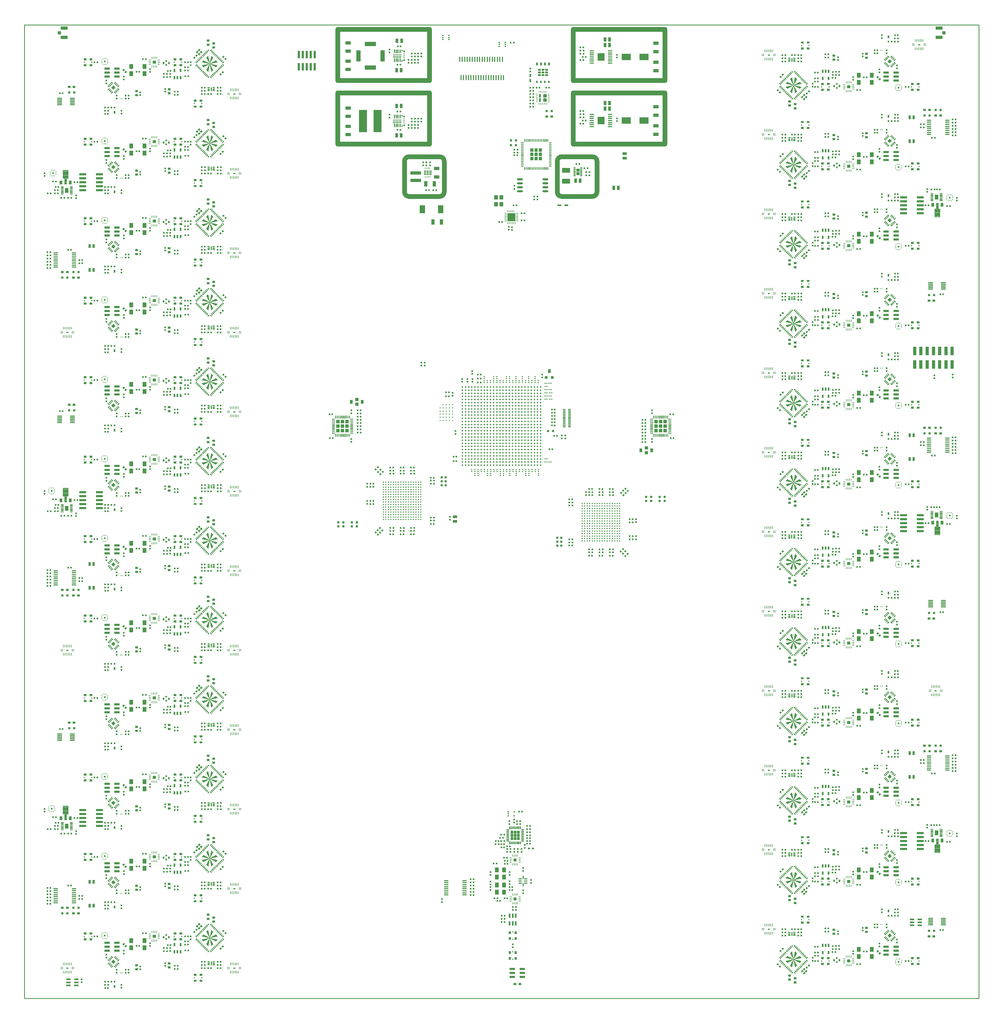
<source format=gtp>
*
*
G04 PADS9.1 Build Number: 384028 generated Gerber (RS-274-X) file*
G04 PC Version=2.1*
*
%IN "radiant_v1_finalcheck.p"*%
*
%MOIN*%
*
%FSLAX35Y35*%
*
*
*
*
G04 PC Standard Apertures*
*
*
G04 Thermal Relief Aperture macro.*
%AMTER*
1,1,$1,0,0*
1,0,$1-$2,0,0*
21,0,$3,$4,0,0,45*
21,0,$3,$4,0,0,135*
%
*
*
G04 Annular Aperture macro.*
%AMANN*
1,1,$1,0,0*
1,0,$2,0,0*
%
*
*
G04 Odd Aperture macro.*
%AMODD*
1,1,$1,0,0*
1,0,$1-0.005,0,0*
%
*
*
G04 PC Custom Aperture Macros*
*
*
*
*
*
*
G04 PC Aperture Table*
*
%ADD010C,0.001*%
%ADD015R,0.02X0.024*%
%ADD016C,0.012*%
%ADD017C,0.002*%
%ADD018R,0.01X0.026*%
%ADD019R,0.026X0.01*%
%ADD021C,0.01969*%
%ADD022R,0.024X0.02*%
%ADD023R,0.025X0.02*%
%ADD024R,0.05X0.06*%
%ADD025R,0.065X0.03*%
%ADD026R,0.012X0.032*%
%ADD028R,0.01969X0.01969*%
%ADD029R,0.01732X0.00787*%
%ADD030R,0.00787X0.01732*%
%ADD032R,0.033X0.049*%
%ADD035R,0.01969X0.0315*%
%ADD036R,0.01969X0.02362*%
%ADD037R,0.022X0.039*%
%ADD038R,0.024X0.016*%
%ADD039R,0.06X0.013*%
%ADD040R,0.04724X0.05512*%
%ADD041R,0.024X0.055*%
%ADD042R,0.01102X0.01181*%
%ADD043R,0.035X0.028*%
%ADD044R,0.038X0.03*%
%ADD046R,0.02165X0.03583*%
%ADD047R,0.02756X0.01181*%
%ADD049R,0.05709X0.01772*%
%ADD050R,0.031X0.031*%
%ADD051C,0.01614*%
%ADD054R,0.02992X0.05*%
%ADD055C,0.00256*%
%ADD057R,0.09843X0.27953*%
%ADD058R,0.01181X0.02362*%
%ADD060R,0.01181X0.04528*%
%ADD063R,0.02362X0.00984*%
%ADD064R,0.071X0.039*%
%ADD065R,0.035X0.055*%
%ADD067R,0.05512X0.14173*%
%ADD068R,0.14173X0.05512*%
%ADD069R,0.11417X0.08071*%
%ADD070R,0.058X0.014*%
%ADD071R,0.091X0.097*%
%ADD075R,0.00984X0.02362*%
%ADD076R,0.13386X0.03858*%
%ADD077R,0.039X0.071*%
%ADD078R,0.0374X0.04724*%
%ADD079R,0.03937X0.03937*%
%ADD080R,0.01024X0.02913*%
%ADD081R,0.02913X0.01024*%
%ADD082R,0.09843X0.09843*%
%ADD083R,0.012X0.016*%
%ADD084R,0.016X0.012*%
%ADD085R,0.01378X0.01181*%
%ADD086R,0.01181X0.01378*%
%ADD090C,0.00394*%
%ADD093R,0.00945X0.02264*%
%ADD094R,0.02264X0.00945*%
%ADD097R,0.01969X0.02559*%
%ADD100R,0.03346X0.01181*%
%ADD103R,0.071X0.102*%
%ADD104R,0.02362X0.01654*%
%ADD105C,0.014*%
%ADD107R,0.055X0.035*%
%ADD108R,0.024X0.039*%
%ADD109O,0.01378X0.07087*%
%ADD111R,0.02992X0.09449*%
%ADD113C,0.031*%
%ADD114R,0.03937X0.10827*%
%ADD116R,0.08661X0.04134*%
%ADD117R,0.04134X0.03937*%
%ADD118R,0.085X0.03*%
%ADD119C,0.00118*%
%ADD121R,0.05512X0.02362*%
%ADD122O,0.074X0.024*%
%ADD123R,0.03937X0.01378*%
%ADD124R,0.01378X0.03937*%
%ADD125R,0.051X0.024*%
%ADD126R,0.036X0.036*%
%ADD127R,0.036X0.05*%
%ADD128C,0.008*%
%ADD129C,0.00039*%
%ADD130C,0.05906*%
%ADD134C,0.01*%
%ADD337R,0.02441X0.02441*%
%ADD338R,0.01732X0.04567*%
%ADD339R,0.01378X0.04528*%
%ADD340R,0.02244X0.0187*%
%ADD341R,0.00846X0.03445*%
%ADD342R,0.03445X0.00846*%
%ADD343R,0.0315X0.01575*%
%ADD358R,0.1X0.06*%
*
*
*
*
G04 PC Circuitry*
G04 Layer Name radiant_v1_finalcheck.p - circuitry*
%LPD*%
*
*
G04 PC Custom Flashes*
G04 Layer Name radiant_v1_finalcheck.p - flashes*
%LPD*%
*
*
G04 PC Circuitry*
G04 Layer Name radiant_v1_finalcheck.p - circuitry*
%LPD*%
*
G54D10*
G01X177785Y180609D02*
Y182840D01*
X174726*
Y180609*
X177785*
X174750D02*
Y182840D01*
X174800Y180609D02*
Y182840D01*
X174850Y180609D02*
Y182840D01*
X174900Y180609D02*
Y182840D01*
X174950Y180609D02*
Y182840D01*
X175000Y180609D02*
Y182840D01*
X175050Y180609D02*
Y182840D01*
X175100Y180609D02*
Y182840D01*
X175150Y180609D02*
Y182840D01*
X175200Y180609D02*
Y182840D01*
X175250Y180609D02*
Y182840D01*
X175300Y180609D02*
Y182840D01*
X175350Y180609D02*
Y182840D01*
X175400Y180609D02*
Y182840D01*
X175450Y180609D02*
Y182840D01*
X175500Y180609D02*
Y182840D01*
X175550Y180609D02*
Y182840D01*
X175600Y180609D02*
Y182840D01*
X175650Y180609D02*
Y182840D01*
X175700Y180609D02*
Y182840D01*
X175750Y180609D02*
Y182840D01*
X175800Y180609D02*
Y182840D01*
X175850Y180609D02*
Y182840D01*
X175900Y180609D02*
Y182840D01*
X175950Y180609D02*
Y182840D01*
X176000Y180609D02*
Y182840D01*
X176050Y180609D02*
Y182840D01*
X176100Y180609D02*
Y182840D01*
X176150Y180609D02*
Y182840D01*
X176200Y180609D02*
Y182840D01*
X176250Y180609D02*
Y182840D01*
X176300Y180609D02*
Y182840D01*
X176350Y180609D02*
Y182840D01*
X176400Y180609D02*
Y182840D01*
X176450Y180609D02*
Y182840D01*
X176500Y180609D02*
Y182840D01*
X176550Y180609D02*
Y182840D01*
X176600Y180609D02*
Y182840D01*
X176650Y180609D02*
Y182840D01*
X176700Y180609D02*
Y182840D01*
X176750Y180609D02*
Y182840D01*
X176800Y180609D02*
Y182840D01*
X176850Y180609D02*
Y182840D01*
X176900Y180609D02*
Y182840D01*
X176950Y180609D02*
Y182840D01*
X177000Y180609D02*
Y182840D01*
X177050Y180609D02*
Y182840D01*
X177100Y180609D02*
Y182840D01*
X177150Y180609D02*
Y182840D01*
X177200Y180609D02*
Y182840D01*
X177250Y180609D02*
Y182840D01*
X177300Y180609D02*
Y182840D01*
X177350Y180609D02*
Y182840D01*
X177400Y180609D02*
Y182840D01*
X177450Y180609D02*
Y182840D01*
X177500Y180609D02*
Y182840D01*
X177550Y180609D02*
Y182840D01*
X177600Y180609D02*
Y182840D01*
X177650Y180609D02*
Y182840D01*
X177700Y180609D02*
Y182840D01*
X177750Y180609D02*
Y182840D01*
X177785Y173168D02*
Y175383D01*
X174718*
Y173168*
X177785*
X174750D02*
Y175383D01*
X174800Y173168D02*
Y175383D01*
X174850Y173168D02*
Y175383D01*
X174900Y173168D02*
Y175383D01*
X174950Y173168D02*
Y175383D01*
X175000Y173168D02*
Y175383D01*
X175050Y173168D02*
Y175383D01*
X175100Y173168D02*
Y175383D01*
X175150Y173168D02*
Y175383D01*
X175200Y173168D02*
Y175383D01*
X175250Y173168D02*
Y175383D01*
X175300Y173168D02*
Y175383D01*
X175350Y173168D02*
Y175383D01*
X175400Y173168D02*
Y175383D01*
X175450Y173168D02*
Y175383D01*
X175500Y173168D02*
Y175383D01*
X175550Y173168D02*
Y175383D01*
X175600Y173168D02*
Y175383D01*
X175650Y173168D02*
Y175383D01*
X175700Y173168D02*
Y175383D01*
X175750Y173168D02*
Y175383D01*
X175800Y173168D02*
Y175383D01*
X175850Y173168D02*
Y175383D01*
X175900Y173168D02*
Y175383D01*
X175950Y173168D02*
Y175383D01*
X176000Y173168D02*
Y175383D01*
X176050Y173168D02*
Y175383D01*
X176100Y173168D02*
Y175383D01*
X176150Y173168D02*
Y175383D01*
X176200Y173168D02*
Y175383D01*
X176250Y173168D02*
Y175383D01*
X176300Y173168D02*
Y175383D01*
X176350Y173168D02*
Y175383D01*
X176400Y173168D02*
Y175383D01*
X176450Y173168D02*
Y175383D01*
X176500Y173168D02*
Y175383D01*
X176550Y173168D02*
Y175383D01*
X176600Y173168D02*
Y175383D01*
X176650Y173168D02*
Y175383D01*
X176700Y173168D02*
Y175383D01*
X176750Y173168D02*
Y175383D01*
X176800Y173168D02*
Y175383D01*
X176850Y173168D02*
Y175383D01*
X176900Y173168D02*
Y175383D01*
X176950Y173168D02*
Y175383D01*
X177000Y173168D02*
Y175383D01*
X177050Y173168D02*
Y175383D01*
X177100Y173168D02*
Y175383D01*
X177150Y173168D02*
Y175383D01*
X177200Y173168D02*
Y175383D01*
X177250Y173168D02*
Y175383D01*
X177300Y173168D02*
Y175383D01*
X177350Y173168D02*
Y175383D01*
X177400Y173168D02*
Y175383D01*
X177450Y173168D02*
Y175383D01*
X177500Y173168D02*
Y175383D01*
X177550Y173168D02*
Y175383D01*
X177600Y173168D02*
Y175383D01*
X177650Y173168D02*
Y175383D01*
X177700Y173168D02*
Y175383D01*
X177750Y173168D02*
Y175383D01*
X175737Y177499D02*
Y178502D01*
X174723*
Y177499*
X175737*
X174750D02*
Y178502D01*
X174800Y177499D02*
Y178502D01*
X174850Y177499D02*
Y178502D01*
X174900Y177499D02*
Y178502D01*
X174950Y177499D02*
Y178502D01*
X175000Y177499D02*
Y178502D01*
X175050Y177499D02*
Y178502D01*
X175100Y177499D02*
Y178502D01*
X175150Y177499D02*
Y178502D01*
X175200Y177499D02*
Y178502D01*
X175250Y177499D02*
Y178502D01*
X175300Y177499D02*
Y178502D01*
X175350Y177499D02*
Y178502D01*
X175400Y177499D02*
Y178502D01*
X175450Y177499D02*
Y178502D01*
X175500Y177499D02*
Y178502D01*
X175550Y177499D02*
Y178502D01*
X175600Y177499D02*
Y178502D01*
X175650Y177499D02*
Y178502D01*
X175700Y177499D02*
Y178502D01*
X185265Y180609D02*
Y182835D01*
X182217*
Y180609*
X185265*
X182250D02*
Y182835D01*
X182300Y180609D02*
Y182835D01*
X182350Y180609D02*
Y182835D01*
X182400Y180609D02*
Y182835D01*
X182450Y180609D02*
Y182835D01*
X182500Y180609D02*
Y182835D01*
X182550Y180609D02*
Y182835D01*
X182600Y180609D02*
Y182835D01*
X182650Y180609D02*
Y182835D01*
X182700Y180609D02*
Y182835D01*
X182750Y180609D02*
Y182835D01*
X182800Y180609D02*
Y182835D01*
X182850Y180609D02*
Y182835D01*
X182900Y180609D02*
Y182835D01*
X182950Y180609D02*
Y182835D01*
X183000Y180609D02*
Y182835D01*
X183050Y180609D02*
Y182835D01*
X183100Y180609D02*
Y182835D01*
X183150Y180609D02*
Y182835D01*
X183200Y180609D02*
Y182835D01*
X183250Y180609D02*
Y182835D01*
X183300Y180609D02*
Y182835D01*
X183350Y180609D02*
Y182835D01*
X183400Y180609D02*
Y182835D01*
X183450Y180609D02*
Y182835D01*
X183500Y180609D02*
Y182835D01*
X183550Y180609D02*
Y182835D01*
X183600Y180609D02*
Y182835D01*
X183650Y180609D02*
Y182835D01*
X183700Y180609D02*
Y182835D01*
X183750Y180609D02*
Y182835D01*
X183800Y180609D02*
Y182835D01*
X183850Y180609D02*
Y182835D01*
X183900Y180609D02*
Y182835D01*
X183950Y180609D02*
Y182835D01*
X184000Y180609D02*
Y182835D01*
X184050Y180609D02*
Y182835D01*
X184100Y180609D02*
Y182835D01*
X184150Y180609D02*
Y182835D01*
X184200Y180609D02*
Y182835D01*
X184250Y180609D02*
Y182835D01*
X184300Y180609D02*
Y182835D01*
X184350Y180609D02*
Y182835D01*
X184400Y180609D02*
Y182835D01*
X184450Y180609D02*
Y182835D01*
X184500Y180609D02*
Y182835D01*
X184550Y180609D02*
Y182835D01*
X184600Y180609D02*
Y182835D01*
X184650Y180609D02*
Y182835D01*
X184700Y180609D02*
Y182835D01*
X184750Y180609D02*
Y182835D01*
X184800Y180609D02*
Y182835D01*
X184850Y180609D02*
Y182835D01*
X184900Y180609D02*
Y182835D01*
X184950Y180609D02*
Y182835D01*
X185000Y180609D02*
Y182835D01*
X185050Y180609D02*
Y182835D01*
X185100Y180609D02*
Y182835D01*
X185150Y180609D02*
Y182835D01*
X185200Y180609D02*
Y182835D01*
X185250Y180609D02*
Y182835D01*
X185265Y177499D02*
Y178503D01*
X184275*
Y177499*
X185265*
X184300D02*
Y178503D01*
X184350Y177499D02*
Y178503D01*
X184400Y177499D02*
Y178503D01*
X184450Y177499D02*
Y178503D01*
X184500Y177499D02*
Y178503D01*
X184550Y177499D02*
Y178503D01*
X184600Y177499D02*
Y178503D01*
X184650Y177499D02*
Y178503D01*
X184700Y177499D02*
Y178503D01*
X184750Y177499D02*
Y178503D01*
X184800Y177499D02*
Y178503D01*
X184850Y177499D02*
Y178503D01*
X184900Y177499D02*
Y178503D01*
X184950Y177499D02*
Y178503D01*
X185000Y177499D02*
Y178503D01*
X185050Y177499D02*
Y178503D01*
X185100Y177499D02*
Y178503D01*
X185150Y177499D02*
Y178503D01*
X185200Y177499D02*
Y178503D01*
X185250Y177499D02*
Y178503D01*
X185265Y173168D02*
Y175387D01*
X182219*
Y173168*
X185265*
X182250D02*
Y175387D01*
X182300Y173168D02*
Y175387D01*
X182350Y173168D02*
Y175387D01*
X182400Y173168D02*
Y175387D01*
X182450Y173168D02*
Y175387D01*
X182500Y173168D02*
Y175387D01*
X182550Y173168D02*
Y175387D01*
X182600Y173168D02*
Y175387D01*
X182650Y173168D02*
Y175387D01*
X182700Y173168D02*
Y175387D01*
X182750Y173168D02*
Y175387D01*
X182800Y173168D02*
Y175387D01*
X182850Y173168D02*
Y175387D01*
X182900Y173168D02*
Y175387D01*
X182950Y173168D02*
Y175387D01*
X183000Y173168D02*
Y175387D01*
X183050Y173168D02*
Y175387D01*
X183100Y173168D02*
Y175387D01*
X183150Y173168D02*
Y175387D01*
X183200Y173168D02*
Y175387D01*
X183250Y173168D02*
Y175387D01*
X183300Y173168D02*
Y175387D01*
X183350Y173168D02*
Y175387D01*
X183400Y173168D02*
Y175387D01*
X183450Y173168D02*
Y175387D01*
X183500Y173168D02*
Y175387D01*
X183550Y173168D02*
Y175387D01*
X183600Y173168D02*
Y175387D01*
X183650Y173168D02*
Y175387D01*
X183700Y173168D02*
Y175387D01*
X183750Y173168D02*
Y175387D01*
X183800Y173168D02*
Y175387D01*
X183850Y173168D02*
Y175387D01*
X183900Y173168D02*
Y175387D01*
X183950Y173168D02*
Y175387D01*
X184000Y173168D02*
Y175387D01*
X184050Y173168D02*
Y175387D01*
X184100Y173168D02*
Y175387D01*
X184150Y173168D02*
Y175387D01*
X184200Y173168D02*
Y175387D01*
X184250Y173168D02*
Y175387D01*
X184300Y173168D02*
Y175387D01*
X184350Y173168D02*
Y175387D01*
X184400Y173168D02*
Y175387D01*
X184450Y173168D02*
Y175387D01*
X184500Y173168D02*
Y175387D01*
X184550Y173168D02*
Y175387D01*
X184600Y173168D02*
Y175387D01*
X184650Y173168D02*
Y175387D01*
X184700Y173168D02*
Y175387D01*
X184750Y173168D02*
Y175387D01*
X184800Y173168D02*
Y175387D01*
X184850Y173168D02*
Y175387D01*
X184900Y173168D02*
Y175387D01*
X184950Y173168D02*
Y175387D01*
X185000Y173168D02*
Y175387D01*
X185050Y173168D02*
Y175387D01*
X185100Y173168D02*
Y175387D01*
X185150Y173168D02*
Y175387D01*
X185200Y173168D02*
Y175387D01*
X185250Y173168D02*
Y175387D01*
X342729Y173779D02*
X333582Y175804D01*
X333578Y175800*
X340840Y171890*
X342729Y173779*
X333600Y175788D02*
Y175800D01*
X333650Y175761D02*
Y175789D01*
X333700Y175734D02*
Y175778D01*
X333750Y175707D02*
Y175767D01*
X333800Y175680D02*
Y175755D01*
X333850Y175653D02*
Y175744D01*
X333900Y175627D02*
Y175733D01*
X333950Y175600D02*
Y175722D01*
X334000Y175573D02*
Y175711D01*
X334050Y175546D02*
Y175700D01*
X334100Y175519D02*
Y175689D01*
X334150Y175492D02*
Y175678D01*
X334200Y175465D02*
Y175667D01*
X334250Y175438D02*
Y175656D01*
X334300Y175411D02*
Y175645D01*
X334350Y175384D02*
Y175634D01*
X334400Y175357D02*
Y175623D01*
X334450Y175330D02*
Y175612D01*
X334500Y175303D02*
Y175601D01*
X334550Y175277D02*
Y175589D01*
X334600Y175250D02*
Y175578D01*
X334650Y175223D02*
Y175567D01*
X334700Y175196D02*
Y175556D01*
X334750Y175169D02*
Y175545D01*
X334800Y175142D02*
Y175534D01*
X334850Y175115D02*
Y175523D01*
X334900Y175088D02*
Y175512D01*
X334950Y175061D02*
Y175501D01*
X335000Y175034D02*
Y175490D01*
X335050Y175007D02*
Y175479D01*
X335100Y174980D02*
Y175468D01*
X335150Y174953D02*
Y175457D01*
X335200Y174927D02*
Y175446D01*
X335250Y174900D02*
Y175435D01*
X335300Y174873D02*
Y175423D01*
X335350Y174846D02*
Y175412D01*
X335400Y174819D02*
Y175401D01*
X335450Y174792D02*
Y175390D01*
X335500Y174765D02*
Y175379D01*
X335550Y174738D02*
Y175368D01*
X335600Y174711D02*
Y175357D01*
X335650Y174684D02*
Y175346D01*
X335700Y174657D02*
Y175335D01*
X335750Y174630D02*
Y175324D01*
X335800Y174603D02*
Y175313D01*
X335850Y174577D02*
Y175302D01*
X335900Y174550D02*
Y175291D01*
X335950Y174523D02*
Y175280D01*
X336000Y174496D02*
Y175268D01*
X336050Y174469D02*
Y175257D01*
X336100Y174442D02*
Y175246D01*
X336150Y174415D02*
Y175235D01*
X336200Y174388D02*
Y175224D01*
X336250Y174361D02*
Y175213D01*
X336300Y174334D02*
Y175202D01*
X336350Y174307D02*
Y175191D01*
X336400Y174280D02*
Y175180D01*
X336450Y174253D02*
Y175169D01*
X336500Y174227D02*
Y175158D01*
X336550Y174200D02*
Y175147D01*
X336600Y174173D02*
Y175136D01*
X336650Y174146D02*
Y175125D01*
X336700Y174119D02*
Y175114D01*
X336750Y174092D02*
Y175102D01*
X336800Y174065D02*
Y175091D01*
X336850Y174038D02*
Y175080D01*
X336900Y174011D02*
Y175069D01*
X336950Y173984D02*
Y175058D01*
X337000Y173957D02*
Y175047D01*
X337050Y173930D02*
Y175036D01*
X337100Y173903D02*
Y175025D01*
X337150Y173877D02*
Y175014D01*
X337200Y173850D02*
Y175003D01*
X337250Y173823D02*
Y174992D01*
X337300Y173796D02*
Y174981D01*
X337350Y173769D02*
Y174970D01*
X337400Y173742D02*
Y174959D01*
X337450Y173715D02*
Y174947D01*
X337500Y173688D02*
Y174936D01*
X337550Y173661D02*
Y174925D01*
X337600Y173634D02*
Y174914D01*
X337650Y173607D02*
Y174903D01*
X337700Y173580D02*
Y174892D01*
X337750Y173553D02*
Y174881D01*
X337800Y173527D02*
Y174870D01*
X337850Y173500D02*
Y174859D01*
X337900Y173473D02*
Y174848D01*
X337950Y173446D02*
Y174837D01*
X338000Y173419D02*
Y174826D01*
X338050Y173392D02*
Y174815D01*
X338100Y173365D02*
Y174804D01*
X338150Y173338D02*
Y174793D01*
X338200Y173311D02*
Y174781D01*
X338250Y173284D02*
Y174770D01*
X338300Y173257D02*
Y174759D01*
X338350Y173230D02*
Y174748D01*
X338400Y173203D02*
Y174737D01*
X338450Y173177D02*
Y174726D01*
X338500Y173150D02*
Y174715D01*
X338550Y173123D02*
Y174704D01*
X338600Y173096D02*
Y174693D01*
X338650Y173069D02*
Y174682D01*
X338700Y173042D02*
Y174671D01*
X338750Y173015D02*
Y174660D01*
X338800Y172988D02*
Y174649D01*
X338850Y172961D02*
Y174638D01*
X338900Y172934D02*
Y174626D01*
X338950Y172907D02*
Y174615D01*
X339000Y172880D02*
Y174604D01*
X339050Y172853D02*
Y174593D01*
X339100Y172827D02*
Y174582D01*
X339150Y172800D02*
Y174571D01*
X339200Y172773D02*
Y174560D01*
X339250Y172746D02*
Y174549D01*
X339300Y172719D02*
Y174538D01*
X339350Y172692D02*
Y174527D01*
X339400Y172665D02*
Y174516D01*
X339450Y172638D02*
Y174505D01*
X339500Y172611D02*
Y174494D01*
X339550Y172584D02*
Y174483D01*
X339600Y172557D02*
Y174472D01*
X339650Y172530D02*
Y174460D01*
X339700Y172503D02*
Y174449D01*
X339750Y172477D02*
Y174438D01*
X339800Y172450D02*
Y174427D01*
X339850Y172423D02*
Y174416D01*
X339900Y172396D02*
Y174405D01*
X339950Y172369D02*
Y174394D01*
X340000Y172342D02*
Y174383D01*
X340050Y172315D02*
Y174372D01*
X340100Y172288D02*
Y174361D01*
X340150Y172261D02*
Y174350D01*
X340200Y172234D02*
Y174339D01*
X340250Y172207D02*
Y174328D01*
X340300Y172180D02*
Y174317D01*
X340350Y172153D02*
Y174305D01*
X340400Y172127D02*
Y174294D01*
X340450Y172100D02*
Y174283D01*
X340500Y172073D02*
Y174272D01*
X340550Y172046D02*
Y174261D01*
X340600Y172019D02*
Y174250D01*
X340650Y171992D02*
Y174239D01*
X340700Y171965D02*
Y174228D01*
X340750Y171938D02*
Y174217D01*
X340800Y171911D02*
Y174206D01*
X340850Y171900D02*
Y174195D01*
X340900Y171950D02*
Y174184D01*
X340950Y172000D02*
Y174173D01*
X341000Y172050D02*
Y174162D01*
X341050Y172100D02*
Y174151D01*
X341100Y172150D02*
Y174139D01*
X341150Y172200D02*
Y174128D01*
X341200Y172250D02*
Y174117D01*
X341250Y172300D02*
Y174106D01*
X341300Y172350D02*
Y174095D01*
X341350Y172400D02*
Y174084D01*
X341400Y172450D02*
Y174073D01*
X341450Y172500D02*
Y174062D01*
X341500Y172550D02*
Y174051D01*
X341550Y172600D02*
Y174040D01*
X341600Y172650D02*
Y174029D01*
X341650Y172700D02*
Y174018D01*
X341700Y172750D02*
Y174007D01*
X341750Y172800D02*
Y173996D01*
X341800Y172850D02*
Y173985D01*
X341850Y172900D02*
Y173973D01*
X341900Y172950D02*
Y173962D01*
X341950Y173000D02*
Y173951D01*
X342000Y173050D02*
Y173940D01*
X342050Y173100D02*
Y173929D01*
X342100Y173150D02*
Y173918D01*
X342150Y173200D02*
Y173907D01*
X342200Y173250D02*
Y173896D01*
X342250Y173300D02*
Y173885D01*
X342300Y173350D02*
Y173874D01*
X342350Y173400D02*
Y173863D01*
X342400Y173450D02*
Y173852D01*
X342450Y173500D02*
Y173841D01*
X342500Y173550D02*
Y173830D01*
X342550Y173600D02*
Y173818D01*
X342600Y173650D02*
Y173807D01*
X342650Y173700D02*
Y173796D01*
X342700Y173750D02*
Y173785D01*
X337110Y168160D02*
X333200Y175422D01*
X333196Y175418*
X335081Y166131*
X337110Y168160*
X333200Y175397D02*
Y175422D01*
X333250Y175151D02*
Y175329D01*
X333300Y174904D02*
Y175236D01*
X333350Y174658D02*
Y175144D01*
X333400Y174412D02*
Y175051D01*
X333450Y174166D02*
Y174958D01*
X333500Y173919D02*
Y174865D01*
X333550Y173673D02*
Y174772D01*
X333600Y173427D02*
Y174679D01*
X333650Y173180D02*
Y174586D01*
X333700Y172934D02*
Y174494D01*
X333750Y172688D02*
Y174401D01*
X333800Y172442D02*
Y174308D01*
X333850Y172195D02*
Y174215D01*
X333900Y171949D02*
Y174122D01*
X333950Y171703D02*
Y174029D01*
X334000Y171456D02*
Y173936D01*
X334050Y171210D02*
Y173844D01*
X334100Y170964D02*
Y173751D01*
X334150Y170717D02*
Y173658D01*
X334200Y170471D02*
Y173565D01*
X334250Y170225D02*
Y173472D01*
X334300Y169979D02*
Y173379D01*
X334350Y169732D02*
Y173286D01*
X334400Y169486D02*
Y173194D01*
X334450Y169240D02*
Y173101D01*
X334500Y168993D02*
Y173008D01*
X334550Y168747D02*
Y172915D01*
X334600Y168501D02*
Y172822D01*
X334650Y168254D02*
Y172729D01*
X334700Y168008D02*
Y172636D01*
X334750Y167762D02*
Y172544D01*
X334800Y167516D02*
Y172451D01*
X334850Y167269D02*
Y172358D01*
X334900Y167023D02*
Y172265D01*
X334950Y166777D02*
Y172172D01*
X335000Y166530D02*
Y172079D01*
X335050Y166284D02*
Y171986D01*
X335100Y166150D02*
Y171894D01*
X335150Y166200D02*
Y171801D01*
X335200Y166250D02*
Y171708D01*
X335250Y166300D02*
Y171615D01*
X335300Y166350D02*
Y171522D01*
X335350Y166400D02*
Y171429D01*
X335400Y166450D02*
Y171336D01*
X335450Y166500D02*
Y171244D01*
X335500Y166550D02*
Y171151D01*
X335550Y166600D02*
Y171058D01*
X335600Y166650D02*
Y170965D01*
X335650Y166700D02*
Y170872D01*
X335700Y166750D02*
Y170779D01*
X335750Y166800D02*
Y170686D01*
X335800Y166850D02*
Y170594D01*
X335850Y166900D02*
Y170501D01*
X335900Y166950D02*
Y170408D01*
X335950Y167000D02*
Y170315D01*
X336000Y167050D02*
Y170222D01*
X336050Y167100D02*
Y170129D01*
X336100Y167150D02*
Y170036D01*
X336150Y167200D02*
Y169944D01*
X336200Y167250D02*
Y169851D01*
X336250Y167300D02*
Y169758D01*
X336300Y167350D02*
Y169665D01*
X336350Y167400D02*
Y169572D01*
X336400Y167450D02*
Y169479D01*
X336450Y167500D02*
Y169386D01*
X336500Y167550D02*
Y169294D01*
X336550Y167600D02*
Y169201D01*
X336600Y167650D02*
Y169108D01*
X336650Y167700D02*
Y169015D01*
X336700Y167750D02*
Y168922D01*
X336750Y167800D02*
Y168829D01*
X336800Y167850D02*
Y168736D01*
X336850Y167900D02*
Y168644D01*
X336900Y167950D02*
Y168551D01*
X336950Y168000D02*
Y168458D01*
X337000Y168050D02*
Y168365D01*
X337050Y168100D02*
Y168272D01*
X337100Y168150D02*
Y168179D01*
X331059Y165991D02*
X332805Y175418D01*
X332799Y175423*
X328819Y168231*
X331059Y165991*
X328850Y168200D02*
Y168286D01*
X328900Y168150D02*
Y168376D01*
X328950Y168100D02*
Y168467D01*
X329000Y168050D02*
Y168557D01*
X329050Y168000D02*
Y168647D01*
X329100Y167950D02*
Y168738D01*
X329150Y167900D02*
Y168828D01*
X329200Y167850D02*
Y168918D01*
X329250Y167800D02*
Y169009D01*
X329300Y167750D02*
Y169099D01*
X329350Y167700D02*
Y169189D01*
X329400Y167650D02*
Y169280D01*
X329450Y167600D02*
Y169370D01*
X329500Y167550D02*
Y169461D01*
X329550Y167500D02*
Y169551D01*
X329600Y167450D02*
Y169641D01*
X329650Y167400D02*
Y169732D01*
X329700Y167350D02*
Y169822D01*
X329750Y167300D02*
Y169912D01*
X329800Y167250D02*
Y170003D01*
X329850Y167200D02*
Y170093D01*
X329900Y167150D02*
Y170183D01*
X329950Y167100D02*
Y170274D01*
X330000Y167050D02*
Y170364D01*
X330050Y167000D02*
Y170454D01*
X330100Y166950D02*
Y170545D01*
X330150Y166900D02*
Y170635D01*
X330200Y166850D02*
Y170725D01*
X330250Y166800D02*
Y170816D01*
X330300Y166750D02*
Y170906D01*
X330350Y166700D02*
Y170996D01*
X330400Y166650D02*
Y171087D01*
X330450Y166600D02*
Y171177D01*
X330500Y166550D02*
Y171268D01*
X330550Y166500D02*
Y171358D01*
X330600Y166450D02*
Y171448D01*
X330650Y166400D02*
Y171539D01*
X330700Y166350D02*
Y171629D01*
X330750Y166300D02*
Y171719D01*
X330800Y166250D02*
Y171810D01*
X330850Y166200D02*
Y171900D01*
X330900Y166150D02*
Y171990D01*
X330950Y166100D02*
Y172081D01*
X331000Y166050D02*
Y172171D01*
X331050Y166000D02*
Y172261D01*
X331100Y166213D02*
Y172352D01*
X331150Y166483D02*
Y172442D01*
X331200Y166753D02*
Y172532D01*
X331250Y167023D02*
Y172623D01*
X331300Y167293D02*
Y172713D01*
X331350Y167563D02*
Y172804D01*
X331400Y167833D02*
Y172894D01*
X331450Y168103D02*
Y172984D01*
X331500Y168373D02*
Y173075D01*
X331550Y168643D02*
Y173165D01*
X331600Y168913D02*
Y173255D01*
X331650Y169183D02*
Y173346D01*
X331700Y169453D02*
Y173436D01*
X331750Y169723D02*
Y173526D01*
X331800Y169993D02*
Y173617D01*
X331850Y170263D02*
Y173707D01*
X331900Y170533D02*
Y173797D01*
X331950Y170803D02*
Y173888D01*
X332000Y171073D02*
Y173978D01*
X332050Y171343D02*
Y174068D01*
X332100Y171613D02*
Y174159D01*
X332150Y171883D02*
Y174249D01*
X332200Y172153D02*
Y174339D01*
X332250Y172423D02*
Y174430D01*
X332300Y172693D02*
Y174520D01*
X332350Y172963D02*
Y174611D01*
X332400Y173233D02*
Y174701D01*
X332450Y173503D02*
Y174791D01*
X332500Y173773D02*
Y174882D01*
X332550Y174043D02*
Y174972D01*
X332600Y174313D02*
Y175062D01*
X332650Y174583D02*
Y175153D01*
X332700Y174853D02*
Y175243D01*
X332750Y175123D02*
Y175333D01*
X332800Y175393D02*
Y175422D01*
X332422Y175800D02*
X332418Y175804D01*
X323061Y173989*
X325160Y171890*
X332422Y175800*
X323100Y173950D02*
Y173997D01*
X323150Y173900D02*
Y174006D01*
X323200Y173850D02*
Y174016D01*
X323250Y173800D02*
Y174026D01*
X323300Y173750D02*
Y174035D01*
X323350Y173700D02*
Y174045D01*
X323400Y173650D02*
Y174055D01*
X323450Y173600D02*
Y174064D01*
X323500Y173550D02*
Y174074D01*
X323550Y173500D02*
Y174084D01*
X323600Y173450D02*
Y174094D01*
X323650Y173400D02*
Y174103D01*
X323700Y173350D02*
Y174113D01*
X323750Y173300D02*
Y174123D01*
X323800Y173250D02*
Y174132D01*
X323850Y173200D02*
Y174142D01*
X323900Y173150D02*
Y174152D01*
X323950Y173100D02*
Y174161D01*
X324000Y173050D02*
Y174171D01*
X324050Y173000D02*
Y174181D01*
X324100Y172950D02*
Y174191D01*
X324150Y172900D02*
Y174200D01*
X324200Y172850D02*
Y174210D01*
X324250Y172800D02*
Y174220D01*
X324300Y172750D02*
Y174229D01*
X324350Y172700D02*
Y174239D01*
X324400Y172650D02*
Y174249D01*
X324450Y172600D02*
Y174258D01*
X324500Y172550D02*
Y174268D01*
X324550Y172500D02*
Y174278D01*
X324600Y172450D02*
Y174288D01*
X324650Y172400D02*
Y174297D01*
X324700Y172350D02*
Y174307D01*
X324750Y172300D02*
Y174317D01*
X324800Y172250D02*
Y174326D01*
X324850Y172200D02*
Y174336D01*
X324900Y172150D02*
Y174346D01*
X324950Y172100D02*
Y174355D01*
X325000Y172050D02*
Y174365D01*
X325050Y172000D02*
Y174375D01*
X325100Y171950D02*
Y174385D01*
X325150Y171900D02*
Y174394D01*
X325200Y171911D02*
Y174404D01*
X325250Y171938D02*
Y174414D01*
X325300Y171965D02*
Y174423D01*
X325350Y171992D02*
Y174433D01*
X325400Y172019D02*
Y174443D01*
X325450Y172046D02*
Y174452D01*
X325500Y172073D02*
Y174462D01*
X325550Y172100D02*
Y174472D01*
X325600Y172127D02*
Y174482D01*
X325650Y172153D02*
Y174491D01*
X325700Y172180D02*
Y174501D01*
X325750Y172207D02*
Y174511D01*
X325800Y172234D02*
Y174520D01*
X325850Y172261D02*
Y174530D01*
X325900Y172288D02*
Y174540D01*
X325950Y172315D02*
Y174549D01*
X326000Y172342D02*
Y174559D01*
X326050Y172369D02*
Y174569D01*
X326100Y172396D02*
Y174579D01*
X326150Y172423D02*
Y174588D01*
X326200Y172450D02*
Y174598D01*
X326250Y172477D02*
Y174608D01*
X326300Y172503D02*
Y174617D01*
X326350Y172530D02*
Y174627D01*
X326400Y172557D02*
Y174637D01*
X326450Y172584D02*
Y174647D01*
X326500Y172611D02*
Y174656D01*
X326550Y172638D02*
Y174666D01*
X326600Y172665D02*
Y174676D01*
X326650Y172692D02*
Y174685D01*
X326700Y172719D02*
Y174695D01*
X326750Y172746D02*
Y174705D01*
X326800Y172773D02*
Y174714D01*
X326850Y172800D02*
Y174724D01*
X326900Y172827D02*
Y174734D01*
X326950Y172853D02*
Y174744D01*
X327000Y172880D02*
Y174753D01*
X327050Y172907D02*
Y174763D01*
X327100Y172934D02*
Y174773D01*
X327150Y172961D02*
Y174782D01*
X327200Y172988D02*
Y174792D01*
X327250Y173015D02*
Y174802D01*
X327300Y173042D02*
Y174811D01*
X327350Y173069D02*
Y174821D01*
X327400Y173096D02*
Y174831D01*
X327450Y173123D02*
Y174841D01*
X327500Y173150D02*
Y174850D01*
X327550Y173177D02*
Y174860D01*
X327600Y173203D02*
Y174870D01*
X327650Y173230D02*
Y174879D01*
X327700Y173257D02*
Y174889D01*
X327750Y173284D02*
Y174899D01*
X327800Y173311D02*
Y174908D01*
X327850Y173338D02*
Y174918D01*
X327900Y173365D02*
Y174928D01*
X327950Y173392D02*
Y174938D01*
X328000Y173419D02*
Y174947D01*
X328050Y173446D02*
Y174957D01*
X328100Y173473D02*
Y174967D01*
X328150Y173500D02*
Y174976D01*
X328200Y173527D02*
Y174986D01*
X328250Y173553D02*
Y174996D01*
X328300Y173580D02*
Y175005D01*
X328350Y173607D02*
Y175015D01*
X328400Y173634D02*
Y175025D01*
X328450Y173661D02*
Y175035D01*
X328500Y173688D02*
Y175044D01*
X328550Y173715D02*
Y175054D01*
X328600Y173742D02*
Y175064D01*
X328650Y173769D02*
Y175073D01*
X328700Y173796D02*
Y175083D01*
X328750Y173823D02*
Y175093D01*
X328800Y173850D02*
Y175102D01*
X328850Y173877D02*
Y175112D01*
X328900Y173903D02*
Y175122D01*
X328950Y173930D02*
Y175132D01*
X329000Y173957D02*
Y175141D01*
X329050Y173984D02*
Y175151D01*
X329100Y174011D02*
Y175161D01*
X329150Y174038D02*
Y175170D01*
X329200Y174065D02*
Y175180D01*
X329250Y174092D02*
Y175190D01*
X329300Y174119D02*
Y175199D01*
X329350Y174146D02*
Y175209D01*
X329400Y174173D02*
Y175219D01*
X329450Y174200D02*
Y175229D01*
X329500Y174227D02*
Y175238D01*
X329550Y174253D02*
Y175248D01*
X329600Y174280D02*
Y175258D01*
X329650Y174307D02*
Y175267D01*
X329700Y174334D02*
Y175277D01*
X329750Y174361D02*
Y175287D01*
X329800Y174388D02*
Y175297D01*
X329850Y174415D02*
Y175306D01*
X329900Y174442D02*
Y175316D01*
X329950Y174469D02*
Y175326D01*
X330000Y174496D02*
Y175335D01*
X330050Y174523D02*
Y175345D01*
X330100Y174550D02*
Y175355D01*
X330150Y174577D02*
Y175364D01*
X330200Y174603D02*
Y175374D01*
X330250Y174630D02*
Y175384D01*
X330300Y174657D02*
Y175394D01*
X330350Y174684D02*
Y175403D01*
X330400Y174711D02*
Y175413D01*
X330450Y174738D02*
Y175423D01*
X330500Y174765D02*
Y175432D01*
X330550Y174792D02*
Y175442D01*
X330600Y174819D02*
Y175452D01*
X330650Y174846D02*
Y175461D01*
X330700Y174873D02*
Y175471D01*
X330750Y174900D02*
Y175481D01*
X330800Y174927D02*
Y175491D01*
X330850Y174953D02*
Y175500D01*
X330900Y174980D02*
Y175510D01*
X330950Y175007D02*
Y175520D01*
X331000Y175034D02*
Y175529D01*
X331050Y175061D02*
Y175539D01*
X331100Y175088D02*
Y175549D01*
X331150Y175115D02*
Y175558D01*
X331200Y175142D02*
Y175568D01*
X331250Y175169D02*
Y175578D01*
X331300Y175196D02*
Y175588D01*
X331350Y175223D02*
Y175597D01*
X331400Y175250D02*
Y175607D01*
X331450Y175277D02*
Y175617D01*
X331500Y175303D02*
Y175626D01*
X331550Y175330D02*
Y175636D01*
X331600Y175357D02*
Y175646D01*
X331650Y175384D02*
Y175655D01*
X331700Y175411D02*
Y175665D01*
X331750Y175438D02*
Y175675D01*
X331800Y175465D02*
Y175685D01*
X331850Y175492D02*
Y175694D01*
X331900Y175519D02*
Y175704D01*
X331950Y175546D02*
Y175714D01*
X332000Y175573D02*
Y175723D01*
X332050Y175600D02*
Y175733D01*
X332100Y175627D02*
Y175743D01*
X332150Y175653D02*
Y175752D01*
X332200Y175680D02*
Y175762D01*
X332250Y175707D02*
Y175772D01*
X332300Y175734D02*
Y175782D01*
X332350Y175761D02*
Y175791D01*
X332400Y175788D02*
Y175801D01*
X332422Y176200D02*
X325160Y180110D01*
X323271Y178221*
X332418Y176196*
X332422Y176200*
X323300Y178215D02*
Y178250D01*
X323350Y178204D02*
Y178300D01*
X323400Y178193D02*
Y178350D01*
X323450Y178182D02*
Y178400D01*
X323500Y178170D02*
Y178450D01*
X323550Y178159D02*
Y178500D01*
X323600Y178148D02*
Y178550D01*
X323650Y178137D02*
Y178600D01*
X323700Y178126D02*
Y178650D01*
X323750Y178115D02*
Y178700D01*
X323800Y178104D02*
Y178750D01*
X323850Y178093D02*
Y178800D01*
X323900Y178082D02*
Y178850D01*
X323950Y178071D02*
Y178900D01*
X324000Y178060D02*
Y178950D01*
X324050Y178049D02*
Y179000D01*
X324100Y178038D02*
Y179050D01*
X324150Y178027D02*
Y179100D01*
X324200Y178015D02*
Y179150D01*
X324250Y178004D02*
Y179200D01*
X324300Y177993D02*
Y179250D01*
X324350Y177982D02*
Y179300D01*
X324400Y177971D02*
Y179350D01*
X324450Y177960D02*
Y179400D01*
X324500Y177949D02*
Y179450D01*
X324550Y177938D02*
Y179500D01*
X324600Y177927D02*
Y179550D01*
X324650Y177916D02*
Y179600D01*
X324700Y177905D02*
Y179650D01*
X324750Y177894D02*
Y179700D01*
X324800Y177883D02*
Y179750D01*
X324850Y177872D02*
Y179800D01*
X324900Y177861D02*
Y179850D01*
X324950Y177849D02*
Y179900D01*
X325000Y177838D02*
Y179950D01*
X325050Y177827D02*
Y180000D01*
X325100Y177816D02*
Y180050D01*
X325150Y177805D02*
Y180100D01*
X325200Y177794D02*
Y180089D01*
X325250Y177783D02*
Y180062D01*
X325300Y177772D02*
Y180035D01*
X325350Y177761D02*
Y180008D01*
X325400Y177750D02*
Y179981D01*
X325450Y177739D02*
Y179954D01*
X325500Y177728D02*
Y179927D01*
X325550Y177717D02*
Y179900D01*
X325600Y177706D02*
Y179873D01*
X325650Y177695D02*
Y179847D01*
X325700Y177683D02*
Y179820D01*
X325750Y177672D02*
Y179793D01*
X325800Y177661D02*
Y179766D01*
X325850Y177650D02*
Y179739D01*
X325900Y177639D02*
Y179712D01*
X325950Y177628D02*
Y179685D01*
X326000Y177617D02*
Y179658D01*
X326050Y177606D02*
Y179631D01*
X326100Y177595D02*
Y179604D01*
X326150Y177584D02*
Y179577D01*
X326200Y177573D02*
Y179550D01*
X326250Y177562D02*
Y179523D01*
X326300Y177551D02*
Y179497D01*
X326350Y177540D02*
Y179470D01*
X326400Y177528D02*
Y179443D01*
X326450Y177517D02*
Y179416D01*
X326500Y177506D02*
Y179389D01*
X326550Y177495D02*
Y179362D01*
X326600Y177484D02*
Y179335D01*
X326650Y177473D02*
Y179308D01*
X326700Y177462D02*
Y179281D01*
X326750Y177451D02*
Y179254D01*
X326800Y177440D02*
Y179227D01*
X326850Y177429D02*
Y179200D01*
X326900Y177418D02*
Y179173D01*
X326950Y177407D02*
Y179147D01*
X327000Y177396D02*
Y179120D01*
X327050Y177385D02*
Y179093D01*
X327100Y177374D02*
Y179066D01*
X327150Y177362D02*
Y179039D01*
X327200Y177351D02*
Y179012D01*
X327250Y177340D02*
Y178985D01*
X327300Y177329D02*
Y178958D01*
X327350Y177318D02*
Y178931D01*
X327400Y177307D02*
Y178904D01*
X327450Y177296D02*
Y178877D01*
X327500Y177285D02*
Y178850D01*
X327550Y177274D02*
Y178823D01*
X327600Y177263D02*
Y178797D01*
X327650Y177252D02*
Y178770D01*
X327700Y177241D02*
Y178743D01*
X327750Y177230D02*
Y178716D01*
X327800Y177219D02*
Y178689D01*
X327850Y177207D02*
Y178662D01*
X327900Y177196D02*
Y178635D01*
X327950Y177185D02*
Y178608D01*
X328000Y177174D02*
Y178581D01*
X328050Y177163D02*
Y178554D01*
X328100Y177152D02*
Y178527D01*
X328150Y177141D02*
Y178500D01*
X328200Y177130D02*
Y178473D01*
X328250Y177119D02*
Y178447D01*
X328300Y177108D02*
Y178420D01*
X328350Y177097D02*
Y178393D01*
X328400Y177086D02*
Y178366D01*
X328450Y177075D02*
Y178339D01*
X328500Y177064D02*
Y178312D01*
X328550Y177053D02*
Y178285D01*
X328600Y177041D02*
Y178258D01*
X328650Y177030D02*
Y178231D01*
X328700Y177019D02*
Y178204D01*
X328750Y177008D02*
Y178177D01*
X328800Y176997D02*
Y178150D01*
X328850Y176986D02*
Y178123D01*
X328900Y176975D02*
Y178097D01*
X328950Y176964D02*
Y178070D01*
X329000Y176953D02*
Y178043D01*
X329050Y176942D02*
Y178016D01*
X329100Y176931D02*
Y177989D01*
X329150Y176920D02*
Y177962D01*
X329200Y176909D02*
Y177935D01*
X329250Y176898D02*
Y177908D01*
X329300Y176886D02*
Y177881D01*
X329350Y176875D02*
Y177854D01*
X329400Y176864D02*
Y177827D01*
X329450Y176853D02*
Y177800D01*
X329500Y176842D02*
Y177773D01*
X329550Y176831D02*
Y177747D01*
X329600Y176820D02*
Y177720D01*
X329650Y176809D02*
Y177693D01*
X329700Y176798D02*
Y177666D01*
X329750Y176787D02*
Y177639D01*
X329800Y176776D02*
Y177612D01*
X329850Y176765D02*
Y177585D01*
X329900Y176754D02*
Y177558D01*
X329950Y176743D02*
Y177531D01*
X330000Y176732D02*
Y177504D01*
X330050Y176720D02*
Y177477D01*
X330100Y176709D02*
Y177450D01*
X330150Y176698D02*
Y177423D01*
X330200Y176687D02*
Y177397D01*
X330250Y176676D02*
Y177370D01*
X330300Y176665D02*
Y177343D01*
X330350Y176654D02*
Y177316D01*
X330400Y176643D02*
Y177289D01*
X330450Y176632D02*
Y177262D01*
X330500Y176621D02*
Y177235D01*
X330550Y176610D02*
Y177208D01*
X330600Y176599D02*
Y177181D01*
X330650Y176588D02*
Y177154D01*
X330700Y176577D02*
Y177127D01*
X330750Y176565D02*
Y177100D01*
X330800Y176554D02*
Y177073D01*
X330850Y176543D02*
Y177047D01*
X330900Y176532D02*
Y177020D01*
X330950Y176521D02*
Y176993D01*
X331000Y176510D02*
Y176966D01*
X331050Y176499D02*
Y176939D01*
X331100Y176488D02*
Y176912D01*
X331150Y176477D02*
Y176885D01*
X331200Y176466D02*
Y176858D01*
X331250Y176455D02*
Y176831D01*
X331300Y176444D02*
Y176804D01*
X331350Y176433D02*
Y176777D01*
X331400Y176422D02*
Y176750D01*
X331450Y176411D02*
Y176723D01*
X331500Y176399D02*
Y176697D01*
X331550Y176388D02*
Y176670D01*
X331600Y176377D02*
Y176643D01*
X331650Y176366D02*
Y176616D01*
X331700Y176355D02*
Y176589D01*
X331750Y176344D02*
Y176562D01*
X331800Y176333D02*
Y176535D01*
X331850Y176322D02*
Y176508D01*
X331900Y176311D02*
Y176481D01*
X331950Y176300D02*
Y176454D01*
X332000Y176289D02*
Y176427D01*
X332050Y176278D02*
Y176400D01*
X332100Y176267D02*
Y176373D01*
X332150Y176256D02*
Y176347D01*
X332200Y176245D02*
Y176320D01*
X332250Y176233D02*
Y176293D01*
X332300Y176222D02*
Y176266D01*
X332350Y176211D02*
Y176239D01*
X332400Y176200D02*
Y176212D01*
X332804Y176582D02*
X330919Y185869D01*
X328890Y183840*
X332800Y176578*
X332804Y176582*
X328900Y183821D02*
Y183850D01*
X328950Y183728D02*
Y183900D01*
X329000Y183635D02*
Y183950D01*
X329050Y183542D02*
Y184000D01*
X329100Y183449D02*
Y184050D01*
X329150Y183356D02*
Y184100D01*
X329200Y183264D02*
Y184150D01*
X329250Y183171D02*
Y184200D01*
X329300Y183078D02*
Y184250D01*
X329350Y182985D02*
Y184300D01*
X329400Y182892D02*
Y184350D01*
X329450Y182799D02*
Y184400D01*
X329500Y182706D02*
Y184450D01*
X329550Y182614D02*
Y184500D01*
X329600Y182521D02*
Y184550D01*
X329650Y182428D02*
Y184600D01*
X329700Y182335D02*
Y184650D01*
X329750Y182242D02*
Y184700D01*
X329800Y182149D02*
Y184750D01*
X329850Y182056D02*
Y184800D01*
X329900Y181964D02*
Y184850D01*
X329950Y181871D02*
Y184900D01*
X330000Y181778D02*
Y184950D01*
X330050Y181685D02*
Y185000D01*
X330100Y181592D02*
Y185050D01*
X330150Y181499D02*
Y185100D01*
X330200Y181406D02*
Y185150D01*
X330250Y181314D02*
Y185200D01*
X330300Y181221D02*
Y185250D01*
X330350Y181128D02*
Y185300D01*
X330400Y181035D02*
Y185350D01*
X330450Y180942D02*
Y185400D01*
X330500Y180849D02*
Y185450D01*
X330550Y180756D02*
Y185500D01*
X330600Y180664D02*
Y185550D01*
X330650Y180571D02*
Y185600D01*
X330700Y180478D02*
Y185650D01*
X330750Y180385D02*
Y185700D01*
X330800Y180292D02*
Y185750D01*
X330850Y180199D02*
Y185800D01*
X330900Y180106D02*
Y185850D01*
X330950Y180014D02*
Y185716D01*
X331000Y179921D02*
Y185470D01*
X331050Y179828D02*
Y185223D01*
X331100Y179735D02*
Y184977D01*
X331150Y179642D02*
Y184731D01*
X331200Y179549D02*
Y184484D01*
X331250Y179456D02*
Y184238D01*
X331300Y179364D02*
Y183992D01*
X331350Y179271D02*
Y183746D01*
X331400Y179178D02*
Y183499D01*
X331450Y179085D02*
Y183253D01*
X331500Y178992D02*
Y183007D01*
X331550Y178899D02*
Y182760D01*
X331600Y178806D02*
Y182514D01*
X331650Y178714D02*
Y182268D01*
X331700Y178621D02*
Y182021D01*
X331750Y178528D02*
Y181775D01*
X331800Y178435D02*
Y181529D01*
X331850Y178342D02*
Y181283D01*
X331900Y178249D02*
Y181036D01*
X331950Y178156D02*
Y180790D01*
X332000Y178064D02*
Y180544D01*
X332050Y177971D02*
Y180297D01*
X332100Y177878D02*
Y180051D01*
X332150Y177785D02*
Y179805D01*
X332200Y177692D02*
Y179558D01*
X332250Y177599D02*
Y179312D01*
X332300Y177506D02*
Y179066D01*
X332350Y177414D02*
Y178820D01*
X332400Y177321D02*
Y178573D01*
X332450Y177228D02*
Y178327D01*
X332500Y177135D02*
Y178081D01*
X332550Y177042D02*
Y177834D01*
X332600Y176949D02*
Y177588D01*
X332650Y176856D02*
Y177342D01*
X332700Y176764D02*
Y177096D01*
X332750Y176671D02*
Y176849D01*
X332800Y176578D02*
Y176603D01*
X333199Y176578D02*
X337040Y183910D01*
X335081Y185869*
X333196Y176582*
X333199Y176578*
X333200Y176580D02*
Y176603D01*
X333250Y176675D02*
Y176849D01*
X333300Y176770D02*
Y177096D01*
X333350Y176866D02*
Y177342D01*
X333400Y176961D02*
Y177588D01*
X333450Y177057D02*
Y177834D01*
X333500Y177152D02*
Y178081D01*
X333550Y177248D02*
Y178327D01*
X333600Y177343D02*
Y178573D01*
X333650Y177439D02*
Y178820D01*
X333700Y177534D02*
Y179066D01*
X333750Y177630D02*
Y179312D01*
X333800Y177725D02*
Y179558D01*
X333850Y177820D02*
Y179805D01*
X333900Y177916D02*
Y180051D01*
X333950Y178011D02*
Y180297D01*
X334000Y178107D02*
Y180544D01*
X334050Y178202D02*
Y180790D01*
X334100Y178298D02*
Y181036D01*
X334150Y178393D02*
Y181283D01*
X334200Y178489D02*
Y181529D01*
X334250Y178584D02*
Y181775D01*
X334300Y178680D02*
Y182021D01*
X334350Y178775D02*
Y182268D01*
X334400Y178870D02*
Y182514D01*
X334450Y178966D02*
Y182760D01*
X334500Y179061D02*
Y183007D01*
X334550Y179157D02*
Y183253D01*
X334600Y179252D02*
Y183499D01*
X334650Y179348D02*
Y183746D01*
X334700Y179443D02*
Y183992D01*
X334750Y179539D02*
Y184238D01*
X334800Y179634D02*
Y184484D01*
X334850Y179730D02*
Y184731D01*
X334900Y179825D02*
Y184977D01*
X334950Y179920D02*
Y185223D01*
X335000Y180016D02*
Y185470D01*
X335050Y180111D02*
Y185716D01*
X335100Y180207D02*
Y185850D01*
X335150Y180302D02*
Y185800D01*
X335200Y180398D02*
Y185750D01*
X335250Y180493D02*
Y185700D01*
X335300Y180589D02*
Y185650D01*
X335350Y180684D02*
Y185600D01*
X335400Y180780D02*
Y185550D01*
X335450Y180875D02*
Y185500D01*
X335500Y180970D02*
Y185450D01*
X335550Y181066D02*
Y185400D01*
X335600Y181161D02*
Y185350D01*
X335650Y181257D02*
Y185300D01*
X335700Y181352D02*
Y185250D01*
X335750Y181448D02*
Y185200D01*
X335800Y181543D02*
Y185150D01*
X335850Y181639D02*
Y185100D01*
X335900Y181734D02*
Y185050D01*
X335950Y181830D02*
Y185000D01*
X336000Y181925D02*
Y184950D01*
X336050Y182020D02*
Y184900D01*
X336100Y182116D02*
Y184850D01*
X336150Y182211D02*
Y184800D01*
X336200Y182307D02*
Y184750D01*
X336250Y182402D02*
Y184700D01*
X336300Y182498D02*
Y184650D01*
X336350Y182593D02*
Y184600D01*
X336400Y182689D02*
Y184550D01*
X336450Y182784D02*
Y184500D01*
X336500Y182880D02*
Y184450D01*
X336550Y182975D02*
Y184400D01*
X336600Y183070D02*
Y184350D01*
X336650Y183166D02*
Y184300D01*
X336700Y183261D02*
Y184250D01*
X336750Y183357D02*
Y184200D01*
X336800Y183452D02*
Y184150D01*
X336850Y183548D02*
Y184100D01*
X336900Y183643D02*
Y184050D01*
X336950Y183739D02*
Y184000D01*
X337000Y183834D02*
Y183950D01*
X342869Y178081D02*
X340769Y180181D01*
X333577Y176201*
X333582Y176196*
X342869Y178081*
X333600Y176199D02*
Y176213D01*
X333650Y176210D02*
Y176241D01*
X333700Y176220D02*
Y176268D01*
X333750Y176230D02*
Y176296D01*
X333800Y176240D02*
Y176324D01*
X333850Y176250D02*
Y176351D01*
X333900Y176260D02*
Y176379D01*
X333950Y176270D02*
Y176407D01*
X334000Y176281D02*
Y176434D01*
X334050Y176291D02*
Y176462D01*
X334100Y176301D02*
Y176490D01*
X334150Y176311D02*
Y176517D01*
X334200Y176321D02*
Y176545D01*
X334250Y176331D02*
Y176573D01*
X334300Y176342D02*
Y176600D01*
X334350Y176352D02*
Y176628D01*
X334400Y176362D02*
Y176656D01*
X334450Y176372D02*
Y176683D01*
X334500Y176382D02*
Y176711D01*
X334550Y176392D02*
Y176739D01*
X334600Y176402D02*
Y176767D01*
X334650Y176413D02*
Y176794D01*
X334700Y176423D02*
Y176822D01*
X334750Y176433D02*
Y176850D01*
X334800Y176443D02*
Y176877D01*
X334850Y176453D02*
Y176905D01*
X334900Y176463D02*
Y176933D01*
X334950Y176473D02*
Y176960D01*
X335000Y176484D02*
Y176988D01*
X335050Y176494D02*
Y177016D01*
X335100Y176504D02*
Y177043D01*
X335150Y176514D02*
Y177071D01*
X335200Y176524D02*
Y177099D01*
X335250Y176534D02*
Y177126D01*
X335300Y176545D02*
Y177154D01*
X335350Y176555D02*
Y177182D01*
X335400Y176565D02*
Y177209D01*
X335450Y176575D02*
Y177237D01*
X335500Y176585D02*
Y177265D01*
X335550Y176595D02*
Y177292D01*
X335600Y176605D02*
Y177320D01*
X335650Y176616D02*
Y177348D01*
X335700Y176626D02*
Y177375D01*
X335750Y176636D02*
Y177403D01*
X335800Y176646D02*
Y177431D01*
X335850Y176656D02*
Y177458D01*
X335900Y176666D02*
Y177486D01*
X335950Y176676D02*
Y177514D01*
X336000Y176687D02*
Y177541D01*
X336050Y176697D02*
Y177569D01*
X336100Y176707D02*
Y177597D01*
X336150Y176717D02*
Y177624D01*
X336200Y176727D02*
Y177652D01*
X336250Y176737D02*
Y177680D01*
X336300Y176748D02*
Y177707D01*
X336350Y176758D02*
Y177735D01*
X336400Y176768D02*
Y177763D01*
X336450Y176778D02*
Y177790D01*
X336500Y176788D02*
Y177818D01*
X336550Y176798D02*
Y177846D01*
X336600Y176808D02*
Y177873D01*
X336650Y176819D02*
Y177901D01*
X336700Y176829D02*
Y177929D01*
X336750Y176839D02*
Y177956D01*
X336800Y176849D02*
Y177984D01*
X336850Y176859D02*
Y178012D01*
X336900Y176869D02*
Y178039D01*
X336950Y176879D02*
Y178067D01*
X337000Y176890D02*
Y178095D01*
X337050Y176900D02*
Y178122D01*
X337100Y176910D02*
Y178150D01*
X337150Y176920D02*
Y178178D01*
X337200Y176930D02*
Y178205D01*
X337250Y176940D02*
Y178233D01*
X337300Y176951D02*
Y178261D01*
X337350Y176961D02*
Y178288D01*
X337400Y176971D02*
Y178316D01*
X337450Y176981D02*
Y178344D01*
X337500Y176991D02*
Y178371D01*
X337550Y177001D02*
Y178399D01*
X337600Y177011D02*
Y178427D01*
X337650Y177022D02*
Y178454D01*
X337700Y177032D02*
Y178482D01*
X337750Y177042D02*
Y178510D01*
X337800Y177052D02*
Y178537D01*
X337850Y177062D02*
Y178565D01*
X337900Y177072D02*
Y178593D01*
X337950Y177082D02*
Y178620D01*
X338000Y177093D02*
Y178648D01*
X338050Y177103D02*
Y178676D01*
X338100Y177113D02*
Y178703D01*
X338150Y177123D02*
Y178731D01*
X338200Y177133D02*
Y178759D01*
X338250Y177143D02*
Y178786D01*
X338300Y177154D02*
Y178814D01*
X338350Y177164D02*
Y178842D01*
X338400Y177174D02*
Y178869D01*
X338450Y177184D02*
Y178897D01*
X338500Y177194D02*
Y178925D01*
X338550Y177204D02*
Y178952D01*
X338600Y177214D02*
Y178980D01*
X338650Y177225D02*
Y179008D01*
X338700Y177235D02*
Y179035D01*
X338750Y177245D02*
Y179063D01*
X338800Y177255D02*
Y179091D01*
X338850Y177265D02*
Y179118D01*
X338900Y177275D02*
Y179146D01*
X338950Y177285D02*
Y179174D01*
X339000Y177296D02*
Y179201D01*
X339050Y177306D02*
Y179229D01*
X339100Y177316D02*
Y179257D01*
X339150Y177326D02*
Y179284D01*
X339200Y177336D02*
Y179312D01*
X339250Y177346D02*
Y179340D01*
X339300Y177357D02*
Y179367D01*
X339350Y177367D02*
Y179395D01*
X339400Y177377D02*
Y179423D01*
X339450Y177387D02*
Y179450D01*
X339500Y177397D02*
Y179478D01*
X339550Y177407D02*
Y179506D01*
X339600Y177417D02*
Y179533D01*
X339650Y177428D02*
Y179561D01*
X339700Y177438D02*
Y179589D01*
X339750Y177448D02*
Y179617D01*
X339800Y177458D02*
Y179644D01*
X339850Y177468D02*
Y179672D01*
X339900Y177478D02*
Y179700D01*
X339950Y177489D02*
Y179727D01*
X340000Y177499D02*
Y179755D01*
X340050Y177509D02*
Y179783D01*
X340100Y177519D02*
Y179810D01*
X340150Y177529D02*
Y179838D01*
X340200Y177539D02*
Y179866D01*
X340250Y177549D02*
Y179893D01*
X340300Y177560D02*
Y179921D01*
X340350Y177570D02*
Y179949D01*
X340400Y177580D02*
Y179976D01*
X340450Y177590D02*
Y180004D01*
X340500Y177600D02*
Y180032D01*
X340550Y177610D02*
Y180059D01*
X340600Y177620D02*
Y180087D01*
X340650Y177631D02*
Y180115D01*
X340700Y177641D02*
Y180142D01*
X340750Y177651D02*
Y180170D01*
X340800Y177661D02*
Y180150D01*
X340850Y177671D02*
Y180100D01*
X340900Y177681D02*
Y180050D01*
X340950Y177692D02*
Y180000D01*
X341000Y177702D02*
Y179950D01*
X341050Y177712D02*
Y179900D01*
X341100Y177722D02*
Y179850D01*
X341150Y177732D02*
Y179800D01*
X341200Y177742D02*
Y179750D01*
X341250Y177752D02*
Y179700D01*
X341300Y177763D02*
Y179650D01*
X341350Y177773D02*
Y179600D01*
X341400Y177783D02*
Y179550D01*
X341450Y177793D02*
Y179500D01*
X341500Y177803D02*
Y179450D01*
X341550Y177813D02*
Y179400D01*
X341600Y177823D02*
Y179350D01*
X341650Y177834D02*
Y179300D01*
X341700Y177844D02*
Y179250D01*
X341750Y177854D02*
Y179200D01*
X341800Y177864D02*
Y179150D01*
X341850Y177874D02*
Y179100D01*
X341900Y177884D02*
Y179050D01*
X341950Y177895D02*
Y179000D01*
X342000Y177905D02*
Y178950D01*
X342050Y177915D02*
Y178900D01*
X342100Y177925D02*
Y178850D01*
X342150Y177935D02*
Y178800D01*
X342200Y177945D02*
Y178750D01*
X342250Y177955D02*
Y178700D01*
X342300Y177966D02*
Y178650D01*
X342350Y177976D02*
Y178600D01*
X342400Y177986D02*
Y178550D01*
X342450Y177996D02*
Y178500D01*
X342500Y178006D02*
Y178450D01*
X342550Y178016D02*
Y178400D01*
X342600Y178026D02*
Y178350D01*
X342650Y178037D02*
Y178300D01*
X342700Y178047D02*
Y178250D01*
X342750Y178057D02*
Y178200D01*
X342800Y178067D02*
Y178150D01*
X342850Y178077D02*
Y178100D01*
X295215Y175391D02*
Y173160D01*
X298274*
Y175391*
X295215*
X295250Y173160D02*
Y175391D01*
X295300Y173160D02*
Y175391D01*
X295350Y173160D02*
Y175391D01*
X295400Y173160D02*
Y175391D01*
X295450Y173160D02*
Y175391D01*
X295500Y173160D02*
Y175391D01*
X295550Y173160D02*
Y175391D01*
X295600Y173160D02*
Y175391D01*
X295650Y173160D02*
Y175391D01*
X295700Y173160D02*
Y175391D01*
X295750Y173160D02*
Y175391D01*
X295800Y173160D02*
Y175391D01*
X295850Y173160D02*
Y175391D01*
X295900Y173160D02*
Y175391D01*
X295950Y173160D02*
Y175391D01*
X296000Y173160D02*
Y175391D01*
X296050Y173160D02*
Y175391D01*
X296100Y173160D02*
Y175391D01*
X296150Y173160D02*
Y175391D01*
X296200Y173160D02*
Y175391D01*
X296250Y173160D02*
Y175391D01*
X296300Y173160D02*
Y175391D01*
X296350Y173160D02*
Y175391D01*
X296400Y173160D02*
Y175391D01*
X296450Y173160D02*
Y175391D01*
X296500Y173160D02*
Y175391D01*
X296550Y173160D02*
Y175391D01*
X296600Y173160D02*
Y175391D01*
X296650Y173160D02*
Y175391D01*
X296700Y173160D02*
Y175391D01*
X296750Y173160D02*
Y175391D01*
X296800Y173160D02*
Y175391D01*
X296850Y173160D02*
Y175391D01*
X296900Y173160D02*
Y175391D01*
X296950Y173160D02*
Y175391D01*
X297000Y173160D02*
Y175391D01*
X297050Y173160D02*
Y175391D01*
X297100Y173160D02*
Y175391D01*
X297150Y173160D02*
Y175391D01*
X297200Y173160D02*
Y175391D01*
X297250Y173160D02*
Y175391D01*
X297300Y173160D02*
Y175391D01*
X297350Y173160D02*
Y175391D01*
X297400Y173160D02*
Y175391D01*
X297450Y173160D02*
Y175391D01*
X297500Y173160D02*
Y175391D01*
X297550Y173160D02*
Y175391D01*
X297600Y173160D02*
Y175391D01*
X297650Y173160D02*
Y175391D01*
X297700Y173160D02*
Y175391D01*
X297750Y173160D02*
Y175391D01*
X297800Y173160D02*
Y175391D01*
X297850Y173160D02*
Y175391D01*
X297900Y173160D02*
Y175391D01*
X297950Y173160D02*
Y175391D01*
X298000Y173160D02*
Y175391D01*
X298050Y173160D02*
Y175391D01*
X298100Y173160D02*
Y175391D01*
X298150Y173160D02*
Y175391D01*
X298200Y173160D02*
Y175391D01*
X298250Y173160D02*
Y175391D01*
X295215Y182832D02*
Y180617D01*
X298282*
Y182832*
X295215*
X295250Y180617D02*
Y182832D01*
X295300Y180617D02*
Y182832D01*
X295350Y180617D02*
Y182832D01*
X295400Y180617D02*
Y182832D01*
X295450Y180617D02*
Y182832D01*
X295500Y180617D02*
Y182832D01*
X295550Y180617D02*
Y182832D01*
X295600Y180617D02*
Y182832D01*
X295650Y180617D02*
Y182832D01*
X295700Y180617D02*
Y182832D01*
X295750Y180617D02*
Y182832D01*
X295800Y180617D02*
Y182832D01*
X295850Y180617D02*
Y182832D01*
X295900Y180617D02*
Y182832D01*
X295950Y180617D02*
Y182832D01*
X296000Y180617D02*
Y182832D01*
X296050Y180617D02*
Y182832D01*
X296100Y180617D02*
Y182832D01*
X296150Y180617D02*
Y182832D01*
X296200Y180617D02*
Y182832D01*
X296250Y180617D02*
Y182832D01*
X296300Y180617D02*
Y182832D01*
X296350Y180617D02*
Y182832D01*
X296400Y180617D02*
Y182832D01*
X296450Y180617D02*
Y182832D01*
X296500Y180617D02*
Y182832D01*
X296550Y180617D02*
Y182832D01*
X296600Y180617D02*
Y182832D01*
X296650Y180617D02*
Y182832D01*
X296700Y180617D02*
Y182832D01*
X296750Y180617D02*
Y182832D01*
X296800Y180617D02*
Y182832D01*
X296850Y180617D02*
Y182832D01*
X296900Y180617D02*
Y182832D01*
X296950Y180617D02*
Y182832D01*
X297000Y180617D02*
Y182832D01*
X297050Y180617D02*
Y182832D01*
X297100Y180617D02*
Y182832D01*
X297150Y180617D02*
Y182832D01*
X297200Y180617D02*
Y182832D01*
X297250Y180617D02*
Y182832D01*
X297300Y180617D02*
Y182832D01*
X297350Y180617D02*
Y182832D01*
X297400Y180617D02*
Y182832D01*
X297450Y180617D02*
Y182832D01*
X297500Y180617D02*
Y182832D01*
X297550Y180617D02*
Y182832D01*
X297600Y180617D02*
Y182832D01*
X297650Y180617D02*
Y182832D01*
X297700Y180617D02*
Y182832D01*
X297750Y180617D02*
Y182832D01*
X297800Y180617D02*
Y182832D01*
X297850Y180617D02*
Y182832D01*
X297900Y180617D02*
Y182832D01*
X297950Y180617D02*
Y182832D01*
X298000Y180617D02*
Y182832D01*
X298050Y180617D02*
Y182832D01*
X298100Y180617D02*
Y182832D01*
X298150Y180617D02*
Y182832D01*
X298200Y180617D02*
Y182832D01*
X298250Y180617D02*
Y182832D01*
X297263Y178501D02*
Y177498D01*
X298277*
Y178501*
X297263*
X297300Y177498D02*
Y178501D01*
X297350Y177498D02*
Y178501D01*
X297400Y177498D02*
Y178501D01*
X297450Y177498D02*
Y178501D01*
X297500Y177498D02*
Y178501D01*
X297550Y177498D02*
Y178501D01*
X297600Y177498D02*
Y178501D01*
X297650Y177498D02*
Y178501D01*
X297700Y177498D02*
Y178501D01*
X297750Y177498D02*
Y178501D01*
X297800Y177498D02*
Y178501D01*
X297850Y177498D02*
Y178501D01*
X297900Y177498D02*
Y178501D01*
X297950Y177498D02*
Y178501D01*
X298000Y177498D02*
Y178501D01*
X298050Y177498D02*
Y178501D01*
X298100Y177498D02*
Y178501D01*
X298150Y177498D02*
Y178501D01*
X298200Y177498D02*
Y178501D01*
X298250Y177498D02*
Y178501D01*
X287735Y175391D02*
Y173165D01*
X290783*
Y175391*
X287735*
X287750Y173165D02*
Y175391D01*
X287800Y173165D02*
Y175391D01*
X287850Y173165D02*
Y175391D01*
X287900Y173165D02*
Y175391D01*
X287950Y173165D02*
Y175391D01*
X288000Y173165D02*
Y175391D01*
X288050Y173165D02*
Y175391D01*
X288100Y173165D02*
Y175391D01*
X288150Y173165D02*
Y175391D01*
X288200Y173165D02*
Y175391D01*
X288250Y173165D02*
Y175391D01*
X288300Y173165D02*
Y175391D01*
X288350Y173165D02*
Y175391D01*
X288400Y173165D02*
Y175391D01*
X288450Y173165D02*
Y175391D01*
X288500Y173165D02*
Y175391D01*
X288550Y173165D02*
Y175391D01*
X288600Y173165D02*
Y175391D01*
X288650Y173165D02*
Y175391D01*
X288700Y173165D02*
Y175391D01*
X288750Y173165D02*
Y175391D01*
X288800Y173165D02*
Y175391D01*
X288850Y173165D02*
Y175391D01*
X288900Y173165D02*
Y175391D01*
X288950Y173165D02*
Y175391D01*
X289000Y173165D02*
Y175391D01*
X289050Y173165D02*
Y175391D01*
X289100Y173165D02*
Y175391D01*
X289150Y173165D02*
Y175391D01*
X289200Y173165D02*
Y175391D01*
X289250Y173165D02*
Y175391D01*
X289300Y173165D02*
Y175391D01*
X289350Y173165D02*
Y175391D01*
X289400Y173165D02*
Y175391D01*
X289450Y173165D02*
Y175391D01*
X289500Y173165D02*
Y175391D01*
X289550Y173165D02*
Y175391D01*
X289600Y173165D02*
Y175391D01*
X289650Y173165D02*
Y175391D01*
X289700Y173165D02*
Y175391D01*
X289750Y173165D02*
Y175391D01*
X289800Y173165D02*
Y175391D01*
X289850Y173165D02*
Y175391D01*
X289900Y173165D02*
Y175391D01*
X289950Y173165D02*
Y175391D01*
X290000Y173165D02*
Y175391D01*
X290050Y173165D02*
Y175391D01*
X290100Y173165D02*
Y175391D01*
X290150Y173165D02*
Y175391D01*
X290200Y173165D02*
Y175391D01*
X290250Y173165D02*
Y175391D01*
X290300Y173165D02*
Y175391D01*
X290350Y173165D02*
Y175391D01*
X290400Y173165D02*
Y175391D01*
X290450Y173165D02*
Y175391D01*
X290500Y173165D02*
Y175391D01*
X290550Y173165D02*
Y175391D01*
X290600Y173165D02*
Y175391D01*
X290650Y173165D02*
Y175391D01*
X290700Y173165D02*
Y175391D01*
X290750Y173165D02*
Y175391D01*
X287735Y178501D02*
Y177497D01*
X288725*
Y178501*
X287735*
X287750Y177497D02*
Y178501D01*
X287800Y177497D02*
Y178501D01*
X287850Y177497D02*
Y178501D01*
X287900Y177497D02*
Y178501D01*
X287950Y177497D02*
Y178501D01*
X288000Y177497D02*
Y178501D01*
X288050Y177497D02*
Y178501D01*
X288100Y177497D02*
Y178501D01*
X288150Y177497D02*
Y178501D01*
X288200Y177497D02*
Y178501D01*
X288250Y177497D02*
Y178501D01*
X288300Y177497D02*
Y178501D01*
X288350Y177497D02*
Y178501D01*
X288400Y177497D02*
Y178501D01*
X288450Y177497D02*
Y178501D01*
X288500Y177497D02*
Y178501D01*
X288550Y177497D02*
Y178501D01*
X288600Y177497D02*
Y178501D01*
X288650Y177497D02*
Y178501D01*
X288700Y177497D02*
Y178501D01*
X287735Y182832D02*
Y180613D01*
X290781*
Y182832*
X287735*
X287750Y180613D02*
Y182832D01*
X287800Y180613D02*
Y182832D01*
X287850Y180613D02*
Y182832D01*
X287900Y180613D02*
Y182832D01*
X287950Y180613D02*
Y182832D01*
X288000Y180613D02*
Y182832D01*
X288050Y180613D02*
Y182832D01*
X288100Y180613D02*
Y182832D01*
X288150Y180613D02*
Y182832D01*
X288200Y180613D02*
Y182832D01*
X288250Y180613D02*
Y182832D01*
X288300Y180613D02*
Y182832D01*
X288350Y180613D02*
Y182832D01*
X288400Y180613D02*
Y182832D01*
X288450Y180613D02*
Y182832D01*
X288500Y180613D02*
Y182832D01*
X288550Y180613D02*
Y182832D01*
X288600Y180613D02*
Y182832D01*
X288650Y180613D02*
Y182832D01*
X288700Y180613D02*
Y182832D01*
X288750Y180613D02*
Y182832D01*
X288800Y180613D02*
Y182832D01*
X288850Y180613D02*
Y182832D01*
X288900Y180613D02*
Y182832D01*
X288950Y180613D02*
Y182832D01*
X289000Y180613D02*
Y182832D01*
X289050Y180613D02*
Y182832D01*
X289100Y180613D02*
Y182832D01*
X289150Y180613D02*
Y182832D01*
X289200Y180613D02*
Y182832D01*
X289250Y180613D02*
Y182832D01*
X289300Y180613D02*
Y182832D01*
X289350Y180613D02*
Y182832D01*
X289400Y180613D02*
Y182832D01*
X289450Y180613D02*
Y182832D01*
X289500Y180613D02*
Y182832D01*
X289550Y180613D02*
Y182832D01*
X289600Y180613D02*
Y182832D01*
X289650Y180613D02*
Y182832D01*
X289700Y180613D02*
Y182832D01*
X289750Y180613D02*
Y182832D01*
X289800Y180613D02*
Y182832D01*
X289850Y180613D02*
Y182832D01*
X289900Y180613D02*
Y182832D01*
X289950Y180613D02*
Y182832D01*
X290000Y180613D02*
Y182832D01*
X290050Y180613D02*
Y182832D01*
X290100Y180613D02*
Y182832D01*
X290150Y180613D02*
Y182832D01*
X290200Y180613D02*
Y182832D01*
X290250Y180613D02*
Y182832D01*
X290300Y180613D02*
Y182832D01*
X290350Y180613D02*
Y182832D01*
X290400Y180613D02*
Y182832D01*
X290450Y180613D02*
Y182832D01*
X290500Y180613D02*
Y182832D01*
X290550Y180613D02*
Y182832D01*
X290600Y180613D02*
Y182832D01*
X290650Y180613D02*
Y182832D01*
X290700Y180613D02*
Y182832D01*
X290750Y180613D02*
Y182832D01*
X342729Y273779D02*
X333582Y275804D01*
X333578Y275800*
X340840Y271890*
X342729Y273779*
X333600Y275788D02*
Y275800D01*
X333650Y275761D02*
Y275789D01*
X333700Y275734D02*
Y275778D01*
X333750Y275707D02*
Y275767D01*
X333800Y275680D02*
Y275755D01*
X333850Y275653D02*
Y275744D01*
X333900Y275627D02*
Y275733D01*
X333950Y275600D02*
Y275722D01*
X334000Y275573D02*
Y275711D01*
X334050Y275546D02*
Y275700D01*
X334100Y275519D02*
Y275689D01*
X334150Y275492D02*
Y275678D01*
X334200Y275465D02*
Y275667D01*
X334250Y275438D02*
Y275656D01*
X334300Y275411D02*
Y275645D01*
X334350Y275384D02*
Y275634D01*
X334400Y275357D02*
Y275623D01*
X334450Y275330D02*
Y275612D01*
X334500Y275303D02*
Y275601D01*
X334550Y275277D02*
Y275589D01*
X334600Y275250D02*
Y275578D01*
X334650Y275223D02*
Y275567D01*
X334700Y275196D02*
Y275556D01*
X334750Y275169D02*
Y275545D01*
X334800Y275142D02*
Y275534D01*
X334850Y275115D02*
Y275523D01*
X334900Y275088D02*
Y275512D01*
X334950Y275061D02*
Y275501D01*
X335000Y275034D02*
Y275490D01*
X335050Y275007D02*
Y275479D01*
X335100Y274980D02*
Y275468D01*
X335150Y274953D02*
Y275457D01*
X335200Y274927D02*
Y275446D01*
X335250Y274900D02*
Y275435D01*
X335300Y274873D02*
Y275423D01*
X335350Y274846D02*
Y275412D01*
X335400Y274819D02*
Y275401D01*
X335450Y274792D02*
Y275390D01*
X335500Y274765D02*
Y275379D01*
X335550Y274738D02*
Y275368D01*
X335600Y274711D02*
Y275357D01*
X335650Y274684D02*
Y275346D01*
X335700Y274657D02*
Y275335D01*
X335750Y274630D02*
Y275324D01*
X335800Y274603D02*
Y275313D01*
X335850Y274577D02*
Y275302D01*
X335900Y274550D02*
Y275291D01*
X335950Y274523D02*
Y275280D01*
X336000Y274496D02*
Y275268D01*
X336050Y274469D02*
Y275257D01*
X336100Y274442D02*
Y275246D01*
X336150Y274415D02*
Y275235D01*
X336200Y274388D02*
Y275224D01*
X336250Y274361D02*
Y275213D01*
X336300Y274334D02*
Y275202D01*
X336350Y274307D02*
Y275191D01*
X336400Y274280D02*
Y275180D01*
X336450Y274253D02*
Y275169D01*
X336500Y274227D02*
Y275158D01*
X336550Y274200D02*
Y275147D01*
X336600Y274173D02*
Y275136D01*
X336650Y274146D02*
Y275125D01*
X336700Y274119D02*
Y275114D01*
X336750Y274092D02*
Y275102D01*
X336800Y274065D02*
Y275091D01*
X336850Y274038D02*
Y275080D01*
X336900Y274011D02*
Y275069D01*
X336950Y273984D02*
Y275058D01*
X337000Y273957D02*
Y275047D01*
X337050Y273930D02*
Y275036D01*
X337100Y273903D02*
Y275025D01*
X337150Y273877D02*
Y275014D01*
X337200Y273850D02*
Y275003D01*
X337250Y273823D02*
Y274992D01*
X337300Y273796D02*
Y274981D01*
X337350Y273769D02*
Y274970D01*
X337400Y273742D02*
Y274959D01*
X337450Y273715D02*
Y274947D01*
X337500Y273688D02*
Y274936D01*
X337550Y273661D02*
Y274925D01*
X337600Y273634D02*
Y274914D01*
X337650Y273607D02*
Y274903D01*
X337700Y273580D02*
Y274892D01*
X337750Y273553D02*
Y274881D01*
X337800Y273527D02*
Y274870D01*
X337850Y273500D02*
Y274859D01*
X337900Y273473D02*
Y274848D01*
X337950Y273446D02*
Y274837D01*
X338000Y273419D02*
Y274826D01*
X338050Y273392D02*
Y274815D01*
X338100Y273365D02*
Y274804D01*
X338150Y273338D02*
Y274793D01*
X338200Y273311D02*
Y274781D01*
X338250Y273284D02*
Y274770D01*
X338300Y273257D02*
Y274759D01*
X338350Y273230D02*
Y274748D01*
X338400Y273203D02*
Y274737D01*
X338450Y273177D02*
Y274726D01*
X338500Y273150D02*
Y274715D01*
X338550Y273123D02*
Y274704D01*
X338600Y273096D02*
Y274693D01*
X338650Y273069D02*
Y274682D01*
X338700Y273042D02*
Y274671D01*
X338750Y273015D02*
Y274660D01*
X338800Y272988D02*
Y274649D01*
X338850Y272961D02*
Y274638D01*
X338900Y272934D02*
Y274626D01*
X338950Y272907D02*
Y274615D01*
X339000Y272880D02*
Y274604D01*
X339050Y272853D02*
Y274593D01*
X339100Y272827D02*
Y274582D01*
X339150Y272800D02*
Y274571D01*
X339200Y272773D02*
Y274560D01*
X339250Y272746D02*
Y274549D01*
X339300Y272719D02*
Y274538D01*
X339350Y272692D02*
Y274527D01*
X339400Y272665D02*
Y274516D01*
X339450Y272638D02*
Y274505D01*
X339500Y272611D02*
Y274494D01*
X339550Y272584D02*
Y274483D01*
X339600Y272557D02*
Y274472D01*
X339650Y272530D02*
Y274460D01*
X339700Y272503D02*
Y274449D01*
X339750Y272477D02*
Y274438D01*
X339800Y272450D02*
Y274427D01*
X339850Y272423D02*
Y274416D01*
X339900Y272396D02*
Y274405D01*
X339950Y272369D02*
Y274394D01*
X340000Y272342D02*
Y274383D01*
X340050Y272315D02*
Y274372D01*
X340100Y272288D02*
Y274361D01*
X340150Y272261D02*
Y274350D01*
X340200Y272234D02*
Y274339D01*
X340250Y272207D02*
Y274328D01*
X340300Y272180D02*
Y274317D01*
X340350Y272153D02*
Y274305D01*
X340400Y272127D02*
Y274294D01*
X340450Y272100D02*
Y274283D01*
X340500Y272073D02*
Y274272D01*
X340550Y272046D02*
Y274261D01*
X340600Y272019D02*
Y274250D01*
X340650Y271992D02*
Y274239D01*
X340700Y271965D02*
Y274228D01*
X340750Y271938D02*
Y274217D01*
X340800Y271911D02*
Y274206D01*
X340850Y271900D02*
Y274195D01*
X340900Y271950D02*
Y274184D01*
X340950Y272000D02*
Y274173D01*
X341000Y272050D02*
Y274162D01*
X341050Y272100D02*
Y274151D01*
X341100Y272150D02*
Y274139D01*
X341150Y272200D02*
Y274128D01*
X341200Y272250D02*
Y274117D01*
X341250Y272300D02*
Y274106D01*
X341300Y272350D02*
Y274095D01*
X341350Y272400D02*
Y274084D01*
X341400Y272450D02*
Y274073D01*
X341450Y272500D02*
Y274062D01*
X341500Y272550D02*
Y274051D01*
X341550Y272600D02*
Y274040D01*
X341600Y272650D02*
Y274029D01*
X341650Y272700D02*
Y274018D01*
X341700Y272750D02*
Y274007D01*
X341750Y272800D02*
Y273996D01*
X341800Y272850D02*
Y273985D01*
X341850Y272900D02*
Y273973D01*
X341900Y272950D02*
Y273962D01*
X341950Y273000D02*
Y273951D01*
X342000Y273050D02*
Y273940D01*
X342050Y273100D02*
Y273929D01*
X342100Y273150D02*
Y273918D01*
X342150Y273200D02*
Y273907D01*
X342200Y273250D02*
Y273896D01*
X342250Y273300D02*
Y273885D01*
X342300Y273350D02*
Y273874D01*
X342350Y273400D02*
Y273863D01*
X342400Y273450D02*
Y273852D01*
X342450Y273500D02*
Y273841D01*
X342500Y273550D02*
Y273830D01*
X342550Y273600D02*
Y273818D01*
X342600Y273650D02*
Y273807D01*
X342650Y273700D02*
Y273796D01*
X342700Y273750D02*
Y273785D01*
X337110Y268160D02*
X333200Y275422D01*
X333196Y275418*
X335081Y266131*
X337110Y268160*
X333200Y275397D02*
Y275422D01*
X333250Y275151D02*
Y275329D01*
X333300Y274904D02*
Y275236D01*
X333350Y274658D02*
Y275144D01*
X333400Y274412D02*
Y275051D01*
X333450Y274166D02*
Y274958D01*
X333500Y273919D02*
Y274865D01*
X333550Y273673D02*
Y274772D01*
X333600Y273427D02*
Y274679D01*
X333650Y273180D02*
Y274586D01*
X333700Y272934D02*
Y274494D01*
X333750Y272688D02*
Y274401D01*
X333800Y272442D02*
Y274308D01*
X333850Y272195D02*
Y274215D01*
X333900Y271949D02*
Y274122D01*
X333950Y271703D02*
Y274029D01*
X334000Y271456D02*
Y273936D01*
X334050Y271210D02*
Y273844D01*
X334100Y270964D02*
Y273751D01*
X334150Y270717D02*
Y273658D01*
X334200Y270471D02*
Y273565D01*
X334250Y270225D02*
Y273472D01*
X334300Y269979D02*
Y273379D01*
X334350Y269732D02*
Y273286D01*
X334400Y269486D02*
Y273194D01*
X334450Y269240D02*
Y273101D01*
X334500Y268993D02*
Y273008D01*
X334550Y268747D02*
Y272915D01*
X334600Y268501D02*
Y272822D01*
X334650Y268254D02*
Y272729D01*
X334700Y268008D02*
Y272636D01*
X334750Y267762D02*
Y272544D01*
X334800Y267516D02*
Y272451D01*
X334850Y267269D02*
Y272358D01*
X334900Y267023D02*
Y272265D01*
X334950Y266777D02*
Y272172D01*
X335000Y266530D02*
Y272079D01*
X335050Y266284D02*
Y271986D01*
X335100Y266150D02*
Y271894D01*
X335150Y266200D02*
Y271801D01*
X335200Y266250D02*
Y271708D01*
X335250Y266300D02*
Y271615D01*
X335300Y266350D02*
Y271522D01*
X335350Y266400D02*
Y271429D01*
X335400Y266450D02*
Y271336D01*
X335450Y266500D02*
Y271244D01*
X335500Y266550D02*
Y271151D01*
X335550Y266600D02*
Y271058D01*
X335600Y266650D02*
Y270965D01*
X335650Y266700D02*
Y270872D01*
X335700Y266750D02*
Y270779D01*
X335750Y266800D02*
Y270686D01*
X335800Y266850D02*
Y270594D01*
X335850Y266900D02*
Y270501D01*
X335900Y266950D02*
Y270408D01*
X335950Y267000D02*
Y270315D01*
X336000Y267050D02*
Y270222D01*
X336050Y267100D02*
Y270129D01*
X336100Y267150D02*
Y270036D01*
X336150Y267200D02*
Y269944D01*
X336200Y267250D02*
Y269851D01*
X336250Y267300D02*
Y269758D01*
X336300Y267350D02*
Y269665D01*
X336350Y267400D02*
Y269572D01*
X336400Y267450D02*
Y269479D01*
X336450Y267500D02*
Y269386D01*
X336500Y267550D02*
Y269294D01*
X336550Y267600D02*
Y269201D01*
X336600Y267650D02*
Y269108D01*
X336650Y267700D02*
Y269015D01*
X336700Y267750D02*
Y268922D01*
X336750Y267800D02*
Y268829D01*
X336800Y267850D02*
Y268736D01*
X336850Y267900D02*
Y268644D01*
X336900Y267950D02*
Y268551D01*
X336950Y268000D02*
Y268458D01*
X337000Y268050D02*
Y268365D01*
X337050Y268100D02*
Y268272D01*
X337100Y268150D02*
Y268179D01*
X331059Y265991D02*
X332805Y275418D01*
X332799Y275423*
X328819Y268231*
X331059Y265991*
X328850Y268200D02*
Y268286D01*
X328900Y268150D02*
Y268376D01*
X328950Y268100D02*
Y268467D01*
X329000Y268050D02*
Y268557D01*
X329050Y268000D02*
Y268647D01*
X329100Y267950D02*
Y268738D01*
X329150Y267900D02*
Y268828D01*
X329200Y267850D02*
Y268918D01*
X329250Y267800D02*
Y269009D01*
X329300Y267750D02*
Y269099D01*
X329350Y267700D02*
Y269189D01*
X329400Y267650D02*
Y269280D01*
X329450Y267600D02*
Y269370D01*
X329500Y267550D02*
Y269461D01*
X329550Y267500D02*
Y269551D01*
X329600Y267450D02*
Y269641D01*
X329650Y267400D02*
Y269732D01*
X329700Y267350D02*
Y269822D01*
X329750Y267300D02*
Y269912D01*
X329800Y267250D02*
Y270003D01*
X329850Y267200D02*
Y270093D01*
X329900Y267150D02*
Y270183D01*
X329950Y267100D02*
Y270274D01*
X330000Y267050D02*
Y270364D01*
X330050Y267000D02*
Y270454D01*
X330100Y266950D02*
Y270545D01*
X330150Y266900D02*
Y270635D01*
X330200Y266850D02*
Y270725D01*
X330250Y266800D02*
Y270816D01*
X330300Y266750D02*
Y270906D01*
X330350Y266700D02*
Y270996D01*
X330400Y266650D02*
Y271087D01*
X330450Y266600D02*
Y271177D01*
X330500Y266550D02*
Y271268D01*
X330550Y266500D02*
Y271358D01*
X330600Y266450D02*
Y271448D01*
X330650Y266400D02*
Y271539D01*
X330700Y266350D02*
Y271629D01*
X330750Y266300D02*
Y271719D01*
X330800Y266250D02*
Y271810D01*
X330850Y266200D02*
Y271900D01*
X330900Y266150D02*
Y271990D01*
X330950Y266100D02*
Y272081D01*
X331000Y266050D02*
Y272171D01*
X331050Y266000D02*
Y272261D01*
X331100Y266213D02*
Y272352D01*
X331150Y266483D02*
Y272442D01*
X331200Y266753D02*
Y272532D01*
X331250Y267023D02*
Y272623D01*
X331300Y267293D02*
Y272713D01*
X331350Y267563D02*
Y272804D01*
X331400Y267833D02*
Y272894D01*
X331450Y268103D02*
Y272984D01*
X331500Y268373D02*
Y273075D01*
X331550Y268643D02*
Y273165D01*
X331600Y268913D02*
Y273255D01*
X331650Y269183D02*
Y273346D01*
X331700Y269453D02*
Y273436D01*
X331750Y269723D02*
Y273526D01*
X331800Y269993D02*
Y273617D01*
X331850Y270263D02*
Y273707D01*
X331900Y270533D02*
Y273797D01*
X331950Y270803D02*
Y273888D01*
X332000Y271073D02*
Y273978D01*
X332050Y271343D02*
Y274068D01*
X332100Y271613D02*
Y274159D01*
X332150Y271883D02*
Y274249D01*
X332200Y272153D02*
Y274339D01*
X332250Y272423D02*
Y274430D01*
X332300Y272693D02*
Y274520D01*
X332350Y272963D02*
Y274611D01*
X332400Y273233D02*
Y274701D01*
X332450Y273503D02*
Y274791D01*
X332500Y273773D02*
Y274882D01*
X332550Y274043D02*
Y274972D01*
X332600Y274313D02*
Y275062D01*
X332650Y274583D02*
Y275153D01*
X332700Y274853D02*
Y275243D01*
X332750Y275123D02*
Y275333D01*
X332800Y275393D02*
Y275422D01*
X332422Y275800D02*
X332418Y275804D01*
X323061Y273989*
X325160Y271890*
X332422Y275800*
X323100Y273950D02*
Y273997D01*
X323150Y273900D02*
Y274006D01*
X323200Y273850D02*
Y274016D01*
X323250Y273800D02*
Y274026D01*
X323300Y273750D02*
Y274035D01*
X323350Y273700D02*
Y274045D01*
X323400Y273650D02*
Y274055D01*
X323450Y273600D02*
Y274064D01*
X323500Y273550D02*
Y274074D01*
X323550Y273500D02*
Y274084D01*
X323600Y273450D02*
Y274094D01*
X323650Y273400D02*
Y274103D01*
X323700Y273350D02*
Y274113D01*
X323750Y273300D02*
Y274123D01*
X323800Y273250D02*
Y274132D01*
X323850Y273200D02*
Y274142D01*
X323900Y273150D02*
Y274152D01*
X323950Y273100D02*
Y274161D01*
X324000Y273050D02*
Y274171D01*
X324050Y273000D02*
Y274181D01*
X324100Y272950D02*
Y274191D01*
X324150Y272900D02*
Y274200D01*
X324200Y272850D02*
Y274210D01*
X324250Y272800D02*
Y274220D01*
X324300Y272750D02*
Y274229D01*
X324350Y272700D02*
Y274239D01*
X324400Y272650D02*
Y274249D01*
X324450Y272600D02*
Y274258D01*
X324500Y272550D02*
Y274268D01*
X324550Y272500D02*
Y274278D01*
X324600Y272450D02*
Y274288D01*
X324650Y272400D02*
Y274297D01*
X324700Y272350D02*
Y274307D01*
X324750Y272300D02*
Y274317D01*
X324800Y272250D02*
Y274326D01*
X324850Y272200D02*
Y274336D01*
X324900Y272150D02*
Y274346D01*
X324950Y272100D02*
Y274355D01*
X325000Y272050D02*
Y274365D01*
X325050Y272000D02*
Y274375D01*
X325100Y271950D02*
Y274385D01*
X325150Y271900D02*
Y274394D01*
X325200Y271911D02*
Y274404D01*
X325250Y271938D02*
Y274414D01*
X325300Y271965D02*
Y274423D01*
X325350Y271992D02*
Y274433D01*
X325400Y272019D02*
Y274443D01*
X325450Y272046D02*
Y274452D01*
X325500Y272073D02*
Y274462D01*
X325550Y272100D02*
Y274472D01*
X325600Y272127D02*
Y274482D01*
X325650Y272153D02*
Y274491D01*
X325700Y272180D02*
Y274501D01*
X325750Y272207D02*
Y274511D01*
X325800Y272234D02*
Y274520D01*
X325850Y272261D02*
Y274530D01*
X325900Y272288D02*
Y274540D01*
X325950Y272315D02*
Y274549D01*
X326000Y272342D02*
Y274559D01*
X326050Y272369D02*
Y274569D01*
X326100Y272396D02*
Y274579D01*
X326150Y272423D02*
Y274588D01*
X326200Y272450D02*
Y274598D01*
X326250Y272477D02*
Y274608D01*
X326300Y272503D02*
Y274617D01*
X326350Y272530D02*
Y274627D01*
X326400Y272557D02*
Y274637D01*
X326450Y272584D02*
Y274647D01*
X326500Y272611D02*
Y274656D01*
X326550Y272638D02*
Y274666D01*
X326600Y272665D02*
Y274676D01*
X326650Y272692D02*
Y274685D01*
X326700Y272719D02*
Y274695D01*
X326750Y272746D02*
Y274705D01*
X326800Y272773D02*
Y274714D01*
X326850Y272800D02*
Y274724D01*
X326900Y272827D02*
Y274734D01*
X326950Y272853D02*
Y274744D01*
X327000Y272880D02*
Y274753D01*
X327050Y272907D02*
Y274763D01*
X327100Y272934D02*
Y274773D01*
X327150Y272961D02*
Y274782D01*
X327200Y272988D02*
Y274792D01*
X327250Y273015D02*
Y274802D01*
X327300Y273042D02*
Y274811D01*
X327350Y273069D02*
Y274821D01*
X327400Y273096D02*
Y274831D01*
X327450Y273123D02*
Y274841D01*
X327500Y273150D02*
Y274850D01*
X327550Y273177D02*
Y274860D01*
X327600Y273203D02*
Y274870D01*
X327650Y273230D02*
Y274879D01*
X327700Y273257D02*
Y274889D01*
X327750Y273284D02*
Y274899D01*
X327800Y273311D02*
Y274908D01*
X327850Y273338D02*
Y274918D01*
X327900Y273365D02*
Y274928D01*
X327950Y273392D02*
Y274938D01*
X328000Y273419D02*
Y274947D01*
X328050Y273446D02*
Y274957D01*
X328100Y273473D02*
Y274967D01*
X328150Y273500D02*
Y274976D01*
X328200Y273527D02*
Y274986D01*
X328250Y273553D02*
Y274996D01*
X328300Y273580D02*
Y275005D01*
X328350Y273607D02*
Y275015D01*
X328400Y273634D02*
Y275025D01*
X328450Y273661D02*
Y275035D01*
X328500Y273688D02*
Y275044D01*
X328550Y273715D02*
Y275054D01*
X328600Y273742D02*
Y275064D01*
X328650Y273769D02*
Y275073D01*
X328700Y273796D02*
Y275083D01*
X328750Y273823D02*
Y275093D01*
X328800Y273850D02*
Y275102D01*
X328850Y273877D02*
Y275112D01*
X328900Y273903D02*
Y275122D01*
X328950Y273930D02*
Y275132D01*
X329000Y273957D02*
Y275141D01*
X329050Y273984D02*
Y275151D01*
X329100Y274011D02*
Y275161D01*
X329150Y274038D02*
Y275170D01*
X329200Y274065D02*
Y275180D01*
X329250Y274092D02*
Y275190D01*
X329300Y274119D02*
Y275199D01*
X329350Y274146D02*
Y275209D01*
X329400Y274173D02*
Y275219D01*
X329450Y274200D02*
Y275229D01*
X329500Y274227D02*
Y275238D01*
X329550Y274253D02*
Y275248D01*
X329600Y274280D02*
Y275258D01*
X329650Y274307D02*
Y275267D01*
X329700Y274334D02*
Y275277D01*
X329750Y274361D02*
Y275287D01*
X329800Y274388D02*
Y275297D01*
X329850Y274415D02*
Y275306D01*
X329900Y274442D02*
Y275316D01*
X329950Y274469D02*
Y275326D01*
X330000Y274496D02*
Y275335D01*
X330050Y274523D02*
Y275345D01*
X330100Y274550D02*
Y275355D01*
X330150Y274577D02*
Y275364D01*
X330200Y274603D02*
Y275374D01*
X330250Y274630D02*
Y275384D01*
X330300Y274657D02*
Y275394D01*
X330350Y274684D02*
Y275403D01*
X330400Y274711D02*
Y275413D01*
X330450Y274738D02*
Y275423D01*
X330500Y274765D02*
Y275432D01*
X330550Y274792D02*
Y275442D01*
X330600Y274819D02*
Y275452D01*
X330650Y274846D02*
Y275461D01*
X330700Y274873D02*
Y275471D01*
X330750Y274900D02*
Y275481D01*
X330800Y274927D02*
Y275491D01*
X330850Y274953D02*
Y275500D01*
X330900Y274980D02*
Y275510D01*
X330950Y275007D02*
Y275520D01*
X331000Y275034D02*
Y275529D01*
X331050Y275061D02*
Y275539D01*
X331100Y275088D02*
Y275549D01*
X331150Y275115D02*
Y275558D01*
X331200Y275142D02*
Y275568D01*
X331250Y275169D02*
Y275578D01*
X331300Y275196D02*
Y275588D01*
X331350Y275223D02*
Y275597D01*
X331400Y275250D02*
Y275607D01*
X331450Y275277D02*
Y275617D01*
X331500Y275303D02*
Y275626D01*
X331550Y275330D02*
Y275636D01*
X331600Y275357D02*
Y275646D01*
X331650Y275384D02*
Y275655D01*
X331700Y275411D02*
Y275665D01*
X331750Y275438D02*
Y275675D01*
X331800Y275465D02*
Y275685D01*
X331850Y275492D02*
Y275694D01*
X331900Y275519D02*
Y275704D01*
X331950Y275546D02*
Y275714D01*
X332000Y275573D02*
Y275723D01*
X332050Y275600D02*
Y275733D01*
X332100Y275627D02*
Y275743D01*
X332150Y275653D02*
Y275752D01*
X332200Y275680D02*
Y275762D01*
X332250Y275707D02*
Y275772D01*
X332300Y275734D02*
Y275782D01*
X332350Y275761D02*
Y275791D01*
X332400Y275788D02*
Y275801D01*
X332422Y276200D02*
X325160Y280110D01*
X323271Y278221*
X332418Y276196*
X332422Y276200*
X323300Y278215D02*
Y278250D01*
X323350Y278204D02*
Y278300D01*
X323400Y278193D02*
Y278350D01*
X323450Y278182D02*
Y278400D01*
X323500Y278170D02*
Y278450D01*
X323550Y278159D02*
Y278500D01*
X323600Y278148D02*
Y278550D01*
X323650Y278137D02*
Y278600D01*
X323700Y278126D02*
Y278650D01*
X323750Y278115D02*
Y278700D01*
X323800Y278104D02*
Y278750D01*
X323850Y278093D02*
Y278800D01*
X323900Y278082D02*
Y278850D01*
X323950Y278071D02*
Y278900D01*
X324000Y278060D02*
Y278950D01*
X324050Y278049D02*
Y279000D01*
X324100Y278038D02*
Y279050D01*
X324150Y278027D02*
Y279100D01*
X324200Y278015D02*
Y279150D01*
X324250Y278004D02*
Y279200D01*
X324300Y277993D02*
Y279250D01*
X324350Y277982D02*
Y279300D01*
X324400Y277971D02*
Y279350D01*
X324450Y277960D02*
Y279400D01*
X324500Y277949D02*
Y279450D01*
X324550Y277938D02*
Y279500D01*
X324600Y277927D02*
Y279550D01*
X324650Y277916D02*
Y279600D01*
X324700Y277905D02*
Y279650D01*
X324750Y277894D02*
Y279700D01*
X324800Y277883D02*
Y279750D01*
X324850Y277872D02*
Y279800D01*
X324900Y277861D02*
Y279850D01*
X324950Y277849D02*
Y279900D01*
X325000Y277838D02*
Y279950D01*
X325050Y277827D02*
Y280000D01*
X325100Y277816D02*
Y280050D01*
X325150Y277805D02*
Y280100D01*
X325200Y277794D02*
Y280089D01*
X325250Y277783D02*
Y280062D01*
X325300Y277772D02*
Y280035D01*
X325350Y277761D02*
Y280008D01*
X325400Y277750D02*
Y279981D01*
X325450Y277739D02*
Y279954D01*
X325500Y277728D02*
Y279927D01*
X325550Y277717D02*
Y279900D01*
X325600Y277706D02*
Y279873D01*
X325650Y277695D02*
Y279847D01*
X325700Y277683D02*
Y279820D01*
X325750Y277672D02*
Y279793D01*
X325800Y277661D02*
Y279766D01*
X325850Y277650D02*
Y279739D01*
X325900Y277639D02*
Y279712D01*
X325950Y277628D02*
Y279685D01*
X326000Y277617D02*
Y279658D01*
X326050Y277606D02*
Y279631D01*
X326100Y277595D02*
Y279604D01*
X326150Y277584D02*
Y279577D01*
X326200Y277573D02*
Y279550D01*
X326250Y277562D02*
Y279523D01*
X326300Y277551D02*
Y279497D01*
X326350Y277540D02*
Y279470D01*
X326400Y277528D02*
Y279443D01*
X326450Y277517D02*
Y279416D01*
X326500Y277506D02*
Y279389D01*
X326550Y277495D02*
Y279362D01*
X326600Y277484D02*
Y279335D01*
X326650Y277473D02*
Y279308D01*
X326700Y277462D02*
Y279281D01*
X326750Y277451D02*
Y279254D01*
X326800Y277440D02*
Y279227D01*
X326850Y277429D02*
Y279200D01*
X326900Y277418D02*
Y279173D01*
X326950Y277407D02*
Y279147D01*
X327000Y277396D02*
Y279120D01*
X327050Y277385D02*
Y279093D01*
X327100Y277374D02*
Y279066D01*
X327150Y277362D02*
Y279039D01*
X327200Y277351D02*
Y279012D01*
X327250Y277340D02*
Y278985D01*
X327300Y277329D02*
Y278958D01*
X327350Y277318D02*
Y278931D01*
X327400Y277307D02*
Y278904D01*
X327450Y277296D02*
Y278877D01*
X327500Y277285D02*
Y278850D01*
X327550Y277274D02*
Y278823D01*
X327600Y277263D02*
Y278797D01*
X327650Y277252D02*
Y278770D01*
X327700Y277241D02*
Y278743D01*
X327750Y277230D02*
Y278716D01*
X327800Y277219D02*
Y278689D01*
X327850Y277207D02*
Y278662D01*
X327900Y277196D02*
Y278635D01*
X327950Y277185D02*
Y278608D01*
X328000Y277174D02*
Y278581D01*
X328050Y277163D02*
Y278554D01*
X328100Y277152D02*
Y278527D01*
X328150Y277141D02*
Y278500D01*
X328200Y277130D02*
Y278473D01*
X328250Y277119D02*
Y278447D01*
X328300Y277108D02*
Y278420D01*
X328350Y277097D02*
Y278393D01*
X328400Y277086D02*
Y278366D01*
X328450Y277075D02*
Y278339D01*
X328500Y277064D02*
Y278312D01*
X328550Y277053D02*
Y278285D01*
X328600Y277041D02*
Y278258D01*
X328650Y277030D02*
Y278231D01*
X328700Y277019D02*
Y278204D01*
X328750Y277008D02*
Y278177D01*
X328800Y276997D02*
Y278150D01*
X328850Y276986D02*
Y278123D01*
X328900Y276975D02*
Y278097D01*
X328950Y276964D02*
Y278070D01*
X329000Y276953D02*
Y278043D01*
X329050Y276942D02*
Y278016D01*
X329100Y276931D02*
Y277989D01*
X329150Y276920D02*
Y277962D01*
X329200Y276909D02*
Y277935D01*
X329250Y276898D02*
Y277908D01*
X329300Y276886D02*
Y277881D01*
X329350Y276875D02*
Y277854D01*
X329400Y276864D02*
Y277827D01*
X329450Y276853D02*
Y277800D01*
X329500Y276842D02*
Y277773D01*
X329550Y276831D02*
Y277747D01*
X329600Y276820D02*
Y277720D01*
X329650Y276809D02*
Y277693D01*
X329700Y276798D02*
Y277666D01*
X329750Y276787D02*
Y277639D01*
X329800Y276776D02*
Y277612D01*
X329850Y276765D02*
Y277585D01*
X329900Y276754D02*
Y277558D01*
X329950Y276743D02*
Y277531D01*
X330000Y276732D02*
Y277504D01*
X330050Y276720D02*
Y277477D01*
X330100Y276709D02*
Y277450D01*
X330150Y276698D02*
Y277423D01*
X330200Y276687D02*
Y277397D01*
X330250Y276676D02*
Y277370D01*
X330300Y276665D02*
Y277343D01*
X330350Y276654D02*
Y277316D01*
X330400Y276643D02*
Y277289D01*
X330450Y276632D02*
Y277262D01*
X330500Y276621D02*
Y277235D01*
X330550Y276610D02*
Y277208D01*
X330600Y276599D02*
Y277181D01*
X330650Y276588D02*
Y277154D01*
X330700Y276577D02*
Y277127D01*
X330750Y276565D02*
Y277100D01*
X330800Y276554D02*
Y277073D01*
X330850Y276543D02*
Y277047D01*
X330900Y276532D02*
Y277020D01*
X330950Y276521D02*
Y276993D01*
X331000Y276510D02*
Y276966D01*
X331050Y276499D02*
Y276939D01*
X331100Y276488D02*
Y276912D01*
X331150Y276477D02*
Y276885D01*
X331200Y276466D02*
Y276858D01*
X331250Y276455D02*
Y276831D01*
X331300Y276444D02*
Y276804D01*
X331350Y276433D02*
Y276777D01*
X331400Y276422D02*
Y276750D01*
X331450Y276411D02*
Y276723D01*
X331500Y276399D02*
Y276697D01*
X331550Y276388D02*
Y276670D01*
X331600Y276377D02*
Y276643D01*
X331650Y276366D02*
Y276616D01*
X331700Y276355D02*
Y276589D01*
X331750Y276344D02*
Y276562D01*
X331800Y276333D02*
Y276535D01*
X331850Y276322D02*
Y276508D01*
X331900Y276311D02*
Y276481D01*
X331950Y276300D02*
Y276454D01*
X332000Y276289D02*
Y276427D01*
X332050Y276278D02*
Y276400D01*
X332100Y276267D02*
Y276373D01*
X332150Y276256D02*
Y276347D01*
X332200Y276245D02*
Y276320D01*
X332250Y276233D02*
Y276293D01*
X332300Y276222D02*
Y276266D01*
X332350Y276211D02*
Y276239D01*
X332400Y276200D02*
Y276212D01*
X332804Y276582D02*
X330919Y285869D01*
X328890Y283840*
X332800Y276578*
X332804Y276582*
X328900Y283821D02*
Y283850D01*
X328950Y283728D02*
Y283900D01*
X329000Y283635D02*
Y283950D01*
X329050Y283542D02*
Y284000D01*
X329100Y283449D02*
Y284050D01*
X329150Y283356D02*
Y284100D01*
X329200Y283264D02*
Y284150D01*
X329250Y283171D02*
Y284200D01*
X329300Y283078D02*
Y284250D01*
X329350Y282985D02*
Y284300D01*
X329400Y282892D02*
Y284350D01*
X329450Y282799D02*
Y284400D01*
X329500Y282706D02*
Y284450D01*
X329550Y282614D02*
Y284500D01*
X329600Y282521D02*
Y284550D01*
X329650Y282428D02*
Y284600D01*
X329700Y282335D02*
Y284650D01*
X329750Y282242D02*
Y284700D01*
X329800Y282149D02*
Y284750D01*
X329850Y282056D02*
Y284800D01*
X329900Y281964D02*
Y284850D01*
X329950Y281871D02*
Y284900D01*
X330000Y281778D02*
Y284950D01*
X330050Y281685D02*
Y285000D01*
X330100Y281592D02*
Y285050D01*
X330150Y281499D02*
Y285100D01*
X330200Y281406D02*
Y285150D01*
X330250Y281314D02*
Y285200D01*
X330300Y281221D02*
Y285250D01*
X330350Y281128D02*
Y285300D01*
X330400Y281035D02*
Y285350D01*
X330450Y280942D02*
Y285400D01*
X330500Y280849D02*
Y285450D01*
X330550Y280756D02*
Y285500D01*
X330600Y280664D02*
Y285550D01*
X330650Y280571D02*
Y285600D01*
X330700Y280478D02*
Y285650D01*
X330750Y280385D02*
Y285700D01*
X330800Y280292D02*
Y285750D01*
X330850Y280199D02*
Y285800D01*
X330900Y280106D02*
Y285850D01*
X330950Y280014D02*
Y285716D01*
X331000Y279921D02*
Y285470D01*
X331050Y279828D02*
Y285223D01*
X331100Y279735D02*
Y284977D01*
X331150Y279642D02*
Y284731D01*
X331200Y279549D02*
Y284484D01*
X331250Y279456D02*
Y284238D01*
X331300Y279364D02*
Y283992D01*
X331350Y279271D02*
Y283746D01*
X331400Y279178D02*
Y283499D01*
X331450Y279085D02*
Y283253D01*
X331500Y278992D02*
Y283007D01*
X331550Y278899D02*
Y282760D01*
X331600Y278806D02*
Y282514D01*
X331650Y278714D02*
Y282268D01*
X331700Y278621D02*
Y282021D01*
X331750Y278528D02*
Y281775D01*
X331800Y278435D02*
Y281529D01*
X331850Y278342D02*
Y281283D01*
X331900Y278249D02*
Y281036D01*
X331950Y278156D02*
Y280790D01*
X332000Y278064D02*
Y280544D01*
X332050Y277971D02*
Y280297D01*
X332100Y277878D02*
Y280051D01*
X332150Y277785D02*
Y279805D01*
X332200Y277692D02*
Y279558D01*
X332250Y277599D02*
Y279312D01*
X332300Y277506D02*
Y279066D01*
X332350Y277414D02*
Y278820D01*
X332400Y277321D02*
Y278573D01*
X332450Y277228D02*
Y278327D01*
X332500Y277135D02*
Y278081D01*
X332550Y277042D02*
Y277834D01*
X332600Y276949D02*
Y277588D01*
X332650Y276856D02*
Y277342D01*
X332700Y276764D02*
Y277096D01*
X332750Y276671D02*
Y276849D01*
X332800Y276578D02*
Y276603D01*
X333199Y276578D02*
X337040Y283910D01*
X335081Y285869*
X333196Y276582*
X333199Y276578*
X333200Y276580D02*
Y276603D01*
X333250Y276675D02*
Y276849D01*
X333300Y276770D02*
Y277096D01*
X333350Y276866D02*
Y277342D01*
X333400Y276961D02*
Y277588D01*
X333450Y277057D02*
Y277834D01*
X333500Y277152D02*
Y278081D01*
X333550Y277248D02*
Y278327D01*
X333600Y277343D02*
Y278573D01*
X333650Y277439D02*
Y278820D01*
X333700Y277534D02*
Y279066D01*
X333750Y277630D02*
Y279312D01*
X333800Y277725D02*
Y279558D01*
X333850Y277820D02*
Y279805D01*
X333900Y277916D02*
Y280051D01*
X333950Y278011D02*
Y280297D01*
X334000Y278107D02*
Y280544D01*
X334050Y278202D02*
Y280790D01*
X334100Y278298D02*
Y281036D01*
X334150Y278393D02*
Y281283D01*
X334200Y278489D02*
Y281529D01*
X334250Y278584D02*
Y281775D01*
X334300Y278680D02*
Y282021D01*
X334350Y278775D02*
Y282268D01*
X334400Y278870D02*
Y282514D01*
X334450Y278966D02*
Y282760D01*
X334500Y279061D02*
Y283007D01*
X334550Y279157D02*
Y283253D01*
X334600Y279252D02*
Y283499D01*
X334650Y279348D02*
Y283746D01*
X334700Y279443D02*
Y283992D01*
X334750Y279539D02*
Y284238D01*
X334800Y279634D02*
Y284484D01*
X334850Y279730D02*
Y284731D01*
X334900Y279825D02*
Y284977D01*
X334950Y279920D02*
Y285223D01*
X335000Y280016D02*
Y285470D01*
X335050Y280111D02*
Y285716D01*
X335100Y280207D02*
Y285850D01*
X335150Y280302D02*
Y285800D01*
X335200Y280398D02*
Y285750D01*
X335250Y280493D02*
Y285700D01*
X335300Y280589D02*
Y285650D01*
X335350Y280684D02*
Y285600D01*
X335400Y280780D02*
Y285550D01*
X335450Y280875D02*
Y285500D01*
X335500Y280970D02*
Y285450D01*
X335550Y281066D02*
Y285400D01*
X335600Y281161D02*
Y285350D01*
X335650Y281257D02*
Y285300D01*
X335700Y281352D02*
Y285250D01*
X335750Y281448D02*
Y285200D01*
X335800Y281543D02*
Y285150D01*
X335850Y281639D02*
Y285100D01*
X335900Y281734D02*
Y285050D01*
X335950Y281830D02*
Y285000D01*
X336000Y281925D02*
Y284950D01*
X336050Y282020D02*
Y284900D01*
X336100Y282116D02*
Y284850D01*
X336150Y282211D02*
Y284800D01*
X336200Y282307D02*
Y284750D01*
X336250Y282402D02*
Y284700D01*
X336300Y282498D02*
Y284650D01*
X336350Y282593D02*
Y284600D01*
X336400Y282689D02*
Y284550D01*
X336450Y282784D02*
Y284500D01*
X336500Y282880D02*
Y284450D01*
X336550Y282975D02*
Y284400D01*
X336600Y283070D02*
Y284350D01*
X336650Y283166D02*
Y284300D01*
X336700Y283261D02*
Y284250D01*
X336750Y283357D02*
Y284200D01*
X336800Y283452D02*
Y284150D01*
X336850Y283548D02*
Y284100D01*
X336900Y283643D02*
Y284050D01*
X336950Y283739D02*
Y284000D01*
X337000Y283834D02*
Y283950D01*
X342869Y278081D02*
X340769Y280181D01*
X333577Y276201*
X333582Y276196*
X342869Y278081*
X333600Y276199D02*
Y276213D01*
X333650Y276210D02*
Y276241D01*
X333700Y276220D02*
Y276268D01*
X333750Y276230D02*
Y276296D01*
X333800Y276240D02*
Y276324D01*
X333850Y276250D02*
Y276351D01*
X333900Y276260D02*
Y276379D01*
X333950Y276270D02*
Y276407D01*
X334000Y276281D02*
Y276434D01*
X334050Y276291D02*
Y276462D01*
X334100Y276301D02*
Y276490D01*
X334150Y276311D02*
Y276517D01*
X334200Y276321D02*
Y276545D01*
X334250Y276331D02*
Y276573D01*
X334300Y276342D02*
Y276600D01*
X334350Y276352D02*
Y276628D01*
X334400Y276362D02*
Y276656D01*
X334450Y276372D02*
Y276683D01*
X334500Y276382D02*
Y276711D01*
X334550Y276392D02*
Y276739D01*
X334600Y276402D02*
Y276767D01*
X334650Y276413D02*
Y276794D01*
X334700Y276423D02*
Y276822D01*
X334750Y276433D02*
Y276850D01*
X334800Y276443D02*
Y276877D01*
X334850Y276453D02*
Y276905D01*
X334900Y276463D02*
Y276933D01*
X334950Y276473D02*
Y276960D01*
X335000Y276484D02*
Y276988D01*
X335050Y276494D02*
Y277016D01*
X335100Y276504D02*
Y277043D01*
X335150Y276514D02*
Y277071D01*
X335200Y276524D02*
Y277099D01*
X335250Y276534D02*
Y277126D01*
X335300Y276545D02*
Y277154D01*
X335350Y276555D02*
Y277182D01*
X335400Y276565D02*
Y277209D01*
X335450Y276575D02*
Y277237D01*
X335500Y276585D02*
Y277265D01*
X335550Y276595D02*
Y277292D01*
X335600Y276605D02*
Y277320D01*
X335650Y276616D02*
Y277348D01*
X335700Y276626D02*
Y277375D01*
X335750Y276636D02*
Y277403D01*
X335800Y276646D02*
Y277431D01*
X335850Y276656D02*
Y277458D01*
X335900Y276666D02*
Y277486D01*
X335950Y276676D02*
Y277514D01*
X336000Y276687D02*
Y277541D01*
X336050Y276697D02*
Y277569D01*
X336100Y276707D02*
Y277597D01*
X336150Y276717D02*
Y277624D01*
X336200Y276727D02*
Y277652D01*
X336250Y276737D02*
Y277680D01*
X336300Y276748D02*
Y277707D01*
X336350Y276758D02*
Y277735D01*
X336400Y276768D02*
Y277763D01*
X336450Y276778D02*
Y277790D01*
X336500Y276788D02*
Y277818D01*
X336550Y276798D02*
Y277846D01*
X336600Y276808D02*
Y277873D01*
X336650Y276819D02*
Y277901D01*
X336700Y276829D02*
Y277929D01*
X336750Y276839D02*
Y277956D01*
X336800Y276849D02*
Y277984D01*
X336850Y276859D02*
Y278012D01*
X336900Y276869D02*
Y278039D01*
X336950Y276879D02*
Y278067D01*
X337000Y276890D02*
Y278095D01*
X337050Y276900D02*
Y278122D01*
X337100Y276910D02*
Y278150D01*
X337150Y276920D02*
Y278178D01*
X337200Y276930D02*
Y278205D01*
X337250Y276940D02*
Y278233D01*
X337300Y276951D02*
Y278261D01*
X337350Y276961D02*
Y278288D01*
X337400Y276971D02*
Y278316D01*
X337450Y276981D02*
Y278344D01*
X337500Y276991D02*
Y278371D01*
X337550Y277001D02*
Y278399D01*
X337600Y277011D02*
Y278427D01*
X337650Y277022D02*
Y278454D01*
X337700Y277032D02*
Y278482D01*
X337750Y277042D02*
Y278510D01*
X337800Y277052D02*
Y278537D01*
X337850Y277062D02*
Y278565D01*
X337900Y277072D02*
Y278593D01*
X337950Y277082D02*
Y278620D01*
X338000Y277093D02*
Y278648D01*
X338050Y277103D02*
Y278676D01*
X338100Y277113D02*
Y278703D01*
X338150Y277123D02*
Y278731D01*
X338200Y277133D02*
Y278759D01*
X338250Y277143D02*
Y278786D01*
X338300Y277154D02*
Y278814D01*
X338350Y277164D02*
Y278842D01*
X338400Y277174D02*
Y278869D01*
X338450Y277184D02*
Y278897D01*
X338500Y277194D02*
Y278925D01*
X338550Y277204D02*
Y278952D01*
X338600Y277214D02*
Y278980D01*
X338650Y277225D02*
Y279008D01*
X338700Y277235D02*
Y279035D01*
X338750Y277245D02*
Y279063D01*
X338800Y277255D02*
Y279091D01*
X338850Y277265D02*
Y279118D01*
X338900Y277275D02*
Y279146D01*
X338950Y277285D02*
Y279174D01*
X339000Y277296D02*
Y279201D01*
X339050Y277306D02*
Y279229D01*
X339100Y277316D02*
Y279257D01*
X339150Y277326D02*
Y279284D01*
X339200Y277336D02*
Y279312D01*
X339250Y277346D02*
Y279340D01*
X339300Y277357D02*
Y279367D01*
X339350Y277367D02*
Y279395D01*
X339400Y277377D02*
Y279423D01*
X339450Y277387D02*
Y279450D01*
X339500Y277397D02*
Y279478D01*
X339550Y277407D02*
Y279506D01*
X339600Y277417D02*
Y279533D01*
X339650Y277428D02*
Y279561D01*
X339700Y277438D02*
Y279589D01*
X339750Y277448D02*
Y279617D01*
X339800Y277458D02*
Y279644D01*
X339850Y277468D02*
Y279672D01*
X339900Y277478D02*
Y279700D01*
X339950Y277489D02*
Y279727D01*
X340000Y277499D02*
Y279755D01*
X340050Y277509D02*
Y279783D01*
X340100Y277519D02*
Y279810D01*
X340150Y277529D02*
Y279838D01*
X340200Y277539D02*
Y279866D01*
X340250Y277549D02*
Y279893D01*
X340300Y277560D02*
Y279921D01*
X340350Y277570D02*
Y279949D01*
X340400Y277580D02*
Y279976D01*
X340450Y277590D02*
Y280004D01*
X340500Y277600D02*
Y280032D01*
X340550Y277610D02*
Y280059D01*
X340600Y277620D02*
Y280087D01*
X340650Y277631D02*
Y280115D01*
X340700Y277641D02*
Y280142D01*
X340750Y277651D02*
Y280170D01*
X340800Y277661D02*
Y280150D01*
X340850Y277671D02*
Y280100D01*
X340900Y277681D02*
Y280050D01*
X340950Y277692D02*
Y280000D01*
X341000Y277702D02*
Y279950D01*
X341050Y277712D02*
Y279900D01*
X341100Y277722D02*
Y279850D01*
X341150Y277732D02*
Y279800D01*
X341200Y277742D02*
Y279750D01*
X341250Y277752D02*
Y279700D01*
X341300Y277763D02*
Y279650D01*
X341350Y277773D02*
Y279600D01*
X341400Y277783D02*
Y279550D01*
X341450Y277793D02*
Y279500D01*
X341500Y277803D02*
Y279450D01*
X341550Y277813D02*
Y279400D01*
X341600Y277823D02*
Y279350D01*
X341650Y277834D02*
Y279300D01*
X341700Y277844D02*
Y279250D01*
X341750Y277854D02*
Y279200D01*
X341800Y277864D02*
Y279150D01*
X341850Y277874D02*
Y279100D01*
X341900Y277884D02*
Y279050D01*
X341950Y277895D02*
Y279000D01*
X342000Y277905D02*
Y278950D01*
X342050Y277915D02*
Y278900D01*
X342100Y277925D02*
Y278850D01*
X342150Y277935D02*
Y278800D01*
X342200Y277945D02*
Y278750D01*
X342250Y277955D02*
Y278700D01*
X342300Y277966D02*
Y278650D01*
X342350Y277976D02*
Y278600D01*
X342400Y277986D02*
Y278550D01*
X342450Y277996D02*
Y278500D01*
X342500Y278006D02*
Y278450D01*
X342550Y278016D02*
Y278400D01*
X342600Y278026D02*
Y278350D01*
X342650Y278037D02*
Y278300D01*
X342700Y278047D02*
Y278250D01*
X342750Y278057D02*
Y278200D01*
X342800Y278067D02*
Y278150D01*
X342850Y278077D02*
Y278100D01*
X177785Y280609D02*
Y282840D01*
X174726*
Y280609*
X177785*
X174750D02*
Y282840D01*
X174800Y280609D02*
Y282840D01*
X174850Y280609D02*
Y282840D01*
X174900Y280609D02*
Y282840D01*
X174950Y280609D02*
Y282840D01*
X175000Y280609D02*
Y282840D01*
X175050Y280609D02*
Y282840D01*
X175100Y280609D02*
Y282840D01*
X175150Y280609D02*
Y282840D01*
X175200Y280609D02*
Y282840D01*
X175250Y280609D02*
Y282840D01*
X175300Y280609D02*
Y282840D01*
X175350Y280609D02*
Y282840D01*
X175400Y280609D02*
Y282840D01*
X175450Y280609D02*
Y282840D01*
X175500Y280609D02*
Y282840D01*
X175550Y280609D02*
Y282840D01*
X175600Y280609D02*
Y282840D01*
X175650Y280609D02*
Y282840D01*
X175700Y280609D02*
Y282840D01*
X175750Y280609D02*
Y282840D01*
X175800Y280609D02*
Y282840D01*
X175850Y280609D02*
Y282840D01*
X175900Y280609D02*
Y282840D01*
X175950Y280609D02*
Y282840D01*
X176000Y280609D02*
Y282840D01*
X176050Y280609D02*
Y282840D01*
X176100Y280609D02*
Y282840D01*
X176150Y280609D02*
Y282840D01*
X176200Y280609D02*
Y282840D01*
X176250Y280609D02*
Y282840D01*
X176300Y280609D02*
Y282840D01*
X176350Y280609D02*
Y282840D01*
X176400Y280609D02*
Y282840D01*
X176450Y280609D02*
Y282840D01*
X176500Y280609D02*
Y282840D01*
X176550Y280609D02*
Y282840D01*
X176600Y280609D02*
Y282840D01*
X176650Y280609D02*
Y282840D01*
X176700Y280609D02*
Y282840D01*
X176750Y280609D02*
Y282840D01*
X176800Y280609D02*
Y282840D01*
X176850Y280609D02*
Y282840D01*
X176900Y280609D02*
Y282840D01*
X176950Y280609D02*
Y282840D01*
X177000Y280609D02*
Y282840D01*
X177050Y280609D02*
Y282840D01*
X177100Y280609D02*
Y282840D01*
X177150Y280609D02*
Y282840D01*
X177200Y280609D02*
Y282840D01*
X177250Y280609D02*
Y282840D01*
X177300Y280609D02*
Y282840D01*
X177350Y280609D02*
Y282840D01*
X177400Y280609D02*
Y282840D01*
X177450Y280609D02*
Y282840D01*
X177500Y280609D02*
Y282840D01*
X177550Y280609D02*
Y282840D01*
X177600Y280609D02*
Y282840D01*
X177650Y280609D02*
Y282840D01*
X177700Y280609D02*
Y282840D01*
X177750Y280609D02*
Y282840D01*
X177785Y273168D02*
Y275383D01*
X174718*
Y273168*
X177785*
X174750D02*
Y275383D01*
X174800Y273168D02*
Y275383D01*
X174850Y273168D02*
Y275383D01*
X174900Y273168D02*
Y275383D01*
X174950Y273168D02*
Y275383D01*
X175000Y273168D02*
Y275383D01*
X175050Y273168D02*
Y275383D01*
X175100Y273168D02*
Y275383D01*
X175150Y273168D02*
Y275383D01*
X175200Y273168D02*
Y275383D01*
X175250Y273168D02*
Y275383D01*
X175300Y273168D02*
Y275383D01*
X175350Y273168D02*
Y275383D01*
X175400Y273168D02*
Y275383D01*
X175450Y273168D02*
Y275383D01*
X175500Y273168D02*
Y275383D01*
X175550Y273168D02*
Y275383D01*
X175600Y273168D02*
Y275383D01*
X175650Y273168D02*
Y275383D01*
X175700Y273168D02*
Y275383D01*
X175750Y273168D02*
Y275383D01*
X175800Y273168D02*
Y275383D01*
X175850Y273168D02*
Y275383D01*
X175900Y273168D02*
Y275383D01*
X175950Y273168D02*
Y275383D01*
X176000Y273168D02*
Y275383D01*
X176050Y273168D02*
Y275383D01*
X176100Y273168D02*
Y275383D01*
X176150Y273168D02*
Y275383D01*
X176200Y273168D02*
Y275383D01*
X176250Y273168D02*
Y275383D01*
X176300Y273168D02*
Y275383D01*
X176350Y273168D02*
Y275383D01*
X176400Y273168D02*
Y275383D01*
X176450Y273168D02*
Y275383D01*
X176500Y273168D02*
Y275383D01*
X176550Y273168D02*
Y275383D01*
X176600Y273168D02*
Y275383D01*
X176650Y273168D02*
Y275383D01*
X176700Y273168D02*
Y275383D01*
X176750Y273168D02*
Y275383D01*
X176800Y273168D02*
Y275383D01*
X176850Y273168D02*
Y275383D01*
X176900Y273168D02*
Y275383D01*
X176950Y273168D02*
Y275383D01*
X177000Y273168D02*
Y275383D01*
X177050Y273168D02*
Y275383D01*
X177100Y273168D02*
Y275383D01*
X177150Y273168D02*
Y275383D01*
X177200Y273168D02*
Y275383D01*
X177250Y273168D02*
Y275383D01*
X177300Y273168D02*
Y275383D01*
X177350Y273168D02*
Y275383D01*
X177400Y273168D02*
Y275383D01*
X177450Y273168D02*
Y275383D01*
X177500Y273168D02*
Y275383D01*
X177550Y273168D02*
Y275383D01*
X177600Y273168D02*
Y275383D01*
X177650Y273168D02*
Y275383D01*
X177700Y273168D02*
Y275383D01*
X177750Y273168D02*
Y275383D01*
X175737Y277499D02*
Y278502D01*
X174723*
Y277499*
X175737*
X174750D02*
Y278502D01*
X174800Y277499D02*
Y278502D01*
X174850Y277499D02*
Y278502D01*
X174900Y277499D02*
Y278502D01*
X174950Y277499D02*
Y278502D01*
X175000Y277499D02*
Y278502D01*
X175050Y277499D02*
Y278502D01*
X175100Y277499D02*
Y278502D01*
X175150Y277499D02*
Y278502D01*
X175200Y277499D02*
Y278502D01*
X175250Y277499D02*
Y278502D01*
X175300Y277499D02*
Y278502D01*
X175350Y277499D02*
Y278502D01*
X175400Y277499D02*
Y278502D01*
X175450Y277499D02*
Y278502D01*
X175500Y277499D02*
Y278502D01*
X175550Y277499D02*
Y278502D01*
X175600Y277499D02*
Y278502D01*
X175650Y277499D02*
Y278502D01*
X175700Y277499D02*
Y278502D01*
X185265Y280609D02*
Y282835D01*
X182217*
Y280609*
X185265*
X182250D02*
Y282835D01*
X182300Y280609D02*
Y282835D01*
X182350Y280609D02*
Y282835D01*
X182400Y280609D02*
Y282835D01*
X182450Y280609D02*
Y282835D01*
X182500Y280609D02*
Y282835D01*
X182550Y280609D02*
Y282835D01*
X182600Y280609D02*
Y282835D01*
X182650Y280609D02*
Y282835D01*
X182700Y280609D02*
Y282835D01*
X182750Y280609D02*
Y282835D01*
X182800Y280609D02*
Y282835D01*
X182850Y280609D02*
Y282835D01*
X182900Y280609D02*
Y282835D01*
X182950Y280609D02*
Y282835D01*
X183000Y280609D02*
Y282835D01*
X183050Y280609D02*
Y282835D01*
X183100Y280609D02*
Y282835D01*
X183150Y280609D02*
Y282835D01*
X183200Y280609D02*
Y282835D01*
X183250Y280609D02*
Y282835D01*
X183300Y280609D02*
Y282835D01*
X183350Y280609D02*
Y282835D01*
X183400Y280609D02*
Y282835D01*
X183450Y280609D02*
Y282835D01*
X183500Y280609D02*
Y282835D01*
X183550Y280609D02*
Y282835D01*
X183600Y280609D02*
Y282835D01*
X183650Y280609D02*
Y282835D01*
X183700Y280609D02*
Y282835D01*
X183750Y280609D02*
Y282835D01*
X183800Y280609D02*
Y282835D01*
X183850Y280609D02*
Y282835D01*
X183900Y280609D02*
Y282835D01*
X183950Y280609D02*
Y282835D01*
X184000Y280609D02*
Y282835D01*
X184050Y280609D02*
Y282835D01*
X184100Y280609D02*
Y282835D01*
X184150Y280609D02*
Y282835D01*
X184200Y280609D02*
Y282835D01*
X184250Y280609D02*
Y282835D01*
X184300Y280609D02*
Y282835D01*
X184350Y280609D02*
Y282835D01*
X184400Y280609D02*
Y282835D01*
X184450Y280609D02*
Y282835D01*
X184500Y280609D02*
Y282835D01*
X184550Y280609D02*
Y282835D01*
X184600Y280609D02*
Y282835D01*
X184650Y280609D02*
Y282835D01*
X184700Y280609D02*
Y282835D01*
X184750Y280609D02*
Y282835D01*
X184800Y280609D02*
Y282835D01*
X184850Y280609D02*
Y282835D01*
X184900Y280609D02*
Y282835D01*
X184950Y280609D02*
Y282835D01*
X185000Y280609D02*
Y282835D01*
X185050Y280609D02*
Y282835D01*
X185100Y280609D02*
Y282835D01*
X185150Y280609D02*
Y282835D01*
X185200Y280609D02*
Y282835D01*
X185250Y280609D02*
Y282835D01*
X185265Y277499D02*
Y278503D01*
X184275*
Y277499*
X185265*
X184300D02*
Y278503D01*
X184350Y277499D02*
Y278503D01*
X184400Y277499D02*
Y278503D01*
X184450Y277499D02*
Y278503D01*
X184500Y277499D02*
Y278503D01*
X184550Y277499D02*
Y278503D01*
X184600Y277499D02*
Y278503D01*
X184650Y277499D02*
Y278503D01*
X184700Y277499D02*
Y278503D01*
X184750Y277499D02*
Y278503D01*
X184800Y277499D02*
Y278503D01*
X184850Y277499D02*
Y278503D01*
X184900Y277499D02*
Y278503D01*
X184950Y277499D02*
Y278503D01*
X185000Y277499D02*
Y278503D01*
X185050Y277499D02*
Y278503D01*
X185100Y277499D02*
Y278503D01*
X185150Y277499D02*
Y278503D01*
X185200Y277499D02*
Y278503D01*
X185250Y277499D02*
Y278503D01*
X185265Y273168D02*
Y275387D01*
X182219*
Y273168*
X185265*
X182250D02*
Y275387D01*
X182300Y273168D02*
Y275387D01*
X182350Y273168D02*
Y275387D01*
X182400Y273168D02*
Y275387D01*
X182450Y273168D02*
Y275387D01*
X182500Y273168D02*
Y275387D01*
X182550Y273168D02*
Y275387D01*
X182600Y273168D02*
Y275387D01*
X182650Y273168D02*
Y275387D01*
X182700Y273168D02*
Y275387D01*
X182750Y273168D02*
Y275387D01*
X182800Y273168D02*
Y275387D01*
X182850Y273168D02*
Y275387D01*
X182900Y273168D02*
Y275387D01*
X182950Y273168D02*
Y275387D01*
X183000Y273168D02*
Y275387D01*
X183050Y273168D02*
Y275387D01*
X183100Y273168D02*
Y275387D01*
X183150Y273168D02*
Y275387D01*
X183200Y273168D02*
Y275387D01*
X183250Y273168D02*
Y275387D01*
X183300Y273168D02*
Y275387D01*
X183350Y273168D02*
Y275387D01*
X183400Y273168D02*
Y275387D01*
X183450Y273168D02*
Y275387D01*
X183500Y273168D02*
Y275387D01*
X183550Y273168D02*
Y275387D01*
X183600Y273168D02*
Y275387D01*
X183650Y273168D02*
Y275387D01*
X183700Y273168D02*
Y275387D01*
X183750Y273168D02*
Y275387D01*
X183800Y273168D02*
Y275387D01*
X183850Y273168D02*
Y275387D01*
X183900Y273168D02*
Y275387D01*
X183950Y273168D02*
Y275387D01*
X184000Y273168D02*
Y275387D01*
X184050Y273168D02*
Y275387D01*
X184100Y273168D02*
Y275387D01*
X184150Y273168D02*
Y275387D01*
X184200Y273168D02*
Y275387D01*
X184250Y273168D02*
Y275387D01*
X184300Y273168D02*
Y275387D01*
X184350Y273168D02*
Y275387D01*
X184400Y273168D02*
Y275387D01*
X184450Y273168D02*
Y275387D01*
X184500Y273168D02*
Y275387D01*
X184550Y273168D02*
Y275387D01*
X184600Y273168D02*
Y275387D01*
X184650Y273168D02*
Y275387D01*
X184700Y273168D02*
Y275387D01*
X184750Y273168D02*
Y275387D01*
X184800Y273168D02*
Y275387D01*
X184850Y273168D02*
Y275387D01*
X184900Y273168D02*
Y275387D01*
X184950Y273168D02*
Y275387D01*
X185000Y273168D02*
Y275387D01*
X185050Y273168D02*
Y275387D01*
X185100Y273168D02*
Y275387D01*
X185150Y273168D02*
Y275387D01*
X185200Y273168D02*
Y275387D01*
X185250Y273168D02*
Y275387D01*
X342729Y373779D02*
X333582Y375804D01*
X333578Y375800*
X340840Y371890*
X342729Y373779*
X333600Y375788D02*
Y375800D01*
X333650Y375761D02*
Y375789D01*
X333700Y375734D02*
Y375778D01*
X333750Y375707D02*
Y375767D01*
X333800Y375680D02*
Y375755D01*
X333850Y375653D02*
Y375744D01*
X333900Y375627D02*
Y375733D01*
X333950Y375600D02*
Y375722D01*
X334000Y375573D02*
Y375711D01*
X334050Y375546D02*
Y375700D01*
X334100Y375519D02*
Y375689D01*
X334150Y375492D02*
Y375678D01*
X334200Y375465D02*
Y375667D01*
X334250Y375438D02*
Y375656D01*
X334300Y375411D02*
Y375645D01*
X334350Y375384D02*
Y375634D01*
X334400Y375357D02*
Y375623D01*
X334450Y375330D02*
Y375612D01*
X334500Y375303D02*
Y375601D01*
X334550Y375277D02*
Y375589D01*
X334600Y375250D02*
Y375578D01*
X334650Y375223D02*
Y375567D01*
X334700Y375196D02*
Y375556D01*
X334750Y375169D02*
Y375545D01*
X334800Y375142D02*
Y375534D01*
X334850Y375115D02*
Y375523D01*
X334900Y375088D02*
Y375512D01*
X334950Y375061D02*
Y375501D01*
X335000Y375034D02*
Y375490D01*
X335050Y375007D02*
Y375479D01*
X335100Y374980D02*
Y375468D01*
X335150Y374953D02*
Y375457D01*
X335200Y374927D02*
Y375446D01*
X335250Y374900D02*
Y375435D01*
X335300Y374873D02*
Y375423D01*
X335350Y374846D02*
Y375412D01*
X335400Y374819D02*
Y375401D01*
X335450Y374792D02*
Y375390D01*
X335500Y374765D02*
Y375379D01*
X335550Y374738D02*
Y375368D01*
X335600Y374711D02*
Y375357D01*
X335650Y374684D02*
Y375346D01*
X335700Y374657D02*
Y375335D01*
X335750Y374630D02*
Y375324D01*
X335800Y374603D02*
Y375313D01*
X335850Y374577D02*
Y375302D01*
X335900Y374550D02*
Y375291D01*
X335950Y374523D02*
Y375280D01*
X336000Y374496D02*
Y375268D01*
X336050Y374469D02*
Y375257D01*
X336100Y374442D02*
Y375246D01*
X336150Y374415D02*
Y375235D01*
X336200Y374388D02*
Y375224D01*
X336250Y374361D02*
Y375213D01*
X336300Y374334D02*
Y375202D01*
X336350Y374307D02*
Y375191D01*
X336400Y374280D02*
Y375180D01*
X336450Y374253D02*
Y375169D01*
X336500Y374227D02*
Y375158D01*
X336550Y374200D02*
Y375147D01*
X336600Y374173D02*
Y375136D01*
X336650Y374146D02*
Y375125D01*
X336700Y374119D02*
Y375114D01*
X336750Y374092D02*
Y375102D01*
X336800Y374065D02*
Y375091D01*
X336850Y374038D02*
Y375080D01*
X336900Y374011D02*
Y375069D01*
X336950Y373984D02*
Y375058D01*
X337000Y373957D02*
Y375047D01*
X337050Y373930D02*
Y375036D01*
X337100Y373903D02*
Y375025D01*
X337150Y373877D02*
Y375014D01*
X337200Y373850D02*
Y375003D01*
X337250Y373823D02*
Y374992D01*
X337300Y373796D02*
Y374981D01*
X337350Y373769D02*
Y374970D01*
X337400Y373742D02*
Y374959D01*
X337450Y373715D02*
Y374947D01*
X337500Y373688D02*
Y374936D01*
X337550Y373661D02*
Y374925D01*
X337600Y373634D02*
Y374914D01*
X337650Y373607D02*
Y374903D01*
X337700Y373580D02*
Y374892D01*
X337750Y373553D02*
Y374881D01*
X337800Y373527D02*
Y374870D01*
X337850Y373500D02*
Y374859D01*
X337900Y373473D02*
Y374848D01*
X337950Y373446D02*
Y374837D01*
X338000Y373419D02*
Y374826D01*
X338050Y373392D02*
Y374815D01*
X338100Y373365D02*
Y374804D01*
X338150Y373338D02*
Y374793D01*
X338200Y373311D02*
Y374781D01*
X338250Y373284D02*
Y374770D01*
X338300Y373257D02*
Y374759D01*
X338350Y373230D02*
Y374748D01*
X338400Y373203D02*
Y374737D01*
X338450Y373177D02*
Y374726D01*
X338500Y373150D02*
Y374715D01*
X338550Y373123D02*
Y374704D01*
X338600Y373096D02*
Y374693D01*
X338650Y373069D02*
Y374682D01*
X338700Y373042D02*
Y374671D01*
X338750Y373015D02*
Y374660D01*
X338800Y372988D02*
Y374649D01*
X338850Y372961D02*
Y374638D01*
X338900Y372934D02*
Y374626D01*
X338950Y372907D02*
Y374615D01*
X339000Y372880D02*
Y374604D01*
X339050Y372853D02*
Y374593D01*
X339100Y372827D02*
Y374582D01*
X339150Y372800D02*
Y374571D01*
X339200Y372773D02*
Y374560D01*
X339250Y372746D02*
Y374549D01*
X339300Y372719D02*
Y374538D01*
X339350Y372692D02*
Y374527D01*
X339400Y372665D02*
Y374516D01*
X339450Y372638D02*
Y374505D01*
X339500Y372611D02*
Y374494D01*
X339550Y372584D02*
Y374483D01*
X339600Y372557D02*
Y374472D01*
X339650Y372530D02*
Y374460D01*
X339700Y372503D02*
Y374449D01*
X339750Y372477D02*
Y374438D01*
X339800Y372450D02*
Y374427D01*
X339850Y372423D02*
Y374416D01*
X339900Y372396D02*
Y374405D01*
X339950Y372369D02*
Y374394D01*
X340000Y372342D02*
Y374383D01*
X340050Y372315D02*
Y374372D01*
X340100Y372288D02*
Y374361D01*
X340150Y372261D02*
Y374350D01*
X340200Y372234D02*
Y374339D01*
X340250Y372207D02*
Y374328D01*
X340300Y372180D02*
Y374317D01*
X340350Y372153D02*
Y374305D01*
X340400Y372127D02*
Y374294D01*
X340450Y372100D02*
Y374283D01*
X340500Y372073D02*
Y374272D01*
X340550Y372046D02*
Y374261D01*
X340600Y372019D02*
Y374250D01*
X340650Y371992D02*
Y374239D01*
X340700Y371965D02*
Y374228D01*
X340750Y371938D02*
Y374217D01*
X340800Y371911D02*
Y374206D01*
X340850Y371900D02*
Y374195D01*
X340900Y371950D02*
Y374184D01*
X340950Y372000D02*
Y374173D01*
X341000Y372050D02*
Y374162D01*
X341050Y372100D02*
Y374151D01*
X341100Y372150D02*
Y374139D01*
X341150Y372200D02*
Y374128D01*
X341200Y372250D02*
Y374117D01*
X341250Y372300D02*
Y374106D01*
X341300Y372350D02*
Y374095D01*
X341350Y372400D02*
Y374084D01*
X341400Y372450D02*
Y374073D01*
X341450Y372500D02*
Y374062D01*
X341500Y372550D02*
Y374051D01*
X341550Y372600D02*
Y374040D01*
X341600Y372650D02*
Y374029D01*
X341650Y372700D02*
Y374018D01*
X341700Y372750D02*
Y374007D01*
X341750Y372800D02*
Y373996D01*
X341800Y372850D02*
Y373985D01*
X341850Y372900D02*
Y373973D01*
X341900Y372950D02*
Y373962D01*
X341950Y373000D02*
Y373951D01*
X342000Y373050D02*
Y373940D01*
X342050Y373100D02*
Y373929D01*
X342100Y373150D02*
Y373918D01*
X342150Y373200D02*
Y373907D01*
X342200Y373250D02*
Y373896D01*
X342250Y373300D02*
Y373885D01*
X342300Y373350D02*
Y373874D01*
X342350Y373400D02*
Y373863D01*
X342400Y373450D02*
Y373852D01*
X342450Y373500D02*
Y373841D01*
X342500Y373550D02*
Y373830D01*
X342550Y373600D02*
Y373818D01*
X342600Y373650D02*
Y373807D01*
X342650Y373700D02*
Y373796D01*
X342700Y373750D02*
Y373785D01*
X337110Y368160D02*
X333200Y375422D01*
X333196Y375418*
X335081Y366131*
X337110Y368160*
X333200Y375397D02*
Y375422D01*
X333250Y375151D02*
Y375329D01*
X333300Y374904D02*
Y375236D01*
X333350Y374658D02*
Y375144D01*
X333400Y374412D02*
Y375051D01*
X333450Y374166D02*
Y374958D01*
X333500Y373919D02*
Y374865D01*
X333550Y373673D02*
Y374772D01*
X333600Y373427D02*
Y374679D01*
X333650Y373180D02*
Y374586D01*
X333700Y372934D02*
Y374494D01*
X333750Y372688D02*
Y374401D01*
X333800Y372442D02*
Y374308D01*
X333850Y372195D02*
Y374215D01*
X333900Y371949D02*
Y374122D01*
X333950Y371703D02*
Y374029D01*
X334000Y371456D02*
Y373936D01*
X334050Y371210D02*
Y373844D01*
X334100Y370964D02*
Y373751D01*
X334150Y370717D02*
Y373658D01*
X334200Y370471D02*
Y373565D01*
X334250Y370225D02*
Y373472D01*
X334300Y369979D02*
Y373379D01*
X334350Y369732D02*
Y373286D01*
X334400Y369486D02*
Y373194D01*
X334450Y369240D02*
Y373101D01*
X334500Y368993D02*
Y373008D01*
X334550Y368747D02*
Y372915D01*
X334600Y368501D02*
Y372822D01*
X334650Y368254D02*
Y372729D01*
X334700Y368008D02*
Y372636D01*
X334750Y367762D02*
Y372544D01*
X334800Y367516D02*
Y372451D01*
X334850Y367269D02*
Y372358D01*
X334900Y367023D02*
Y372265D01*
X334950Y366777D02*
Y372172D01*
X335000Y366530D02*
Y372079D01*
X335050Y366284D02*
Y371986D01*
X335100Y366150D02*
Y371894D01*
X335150Y366200D02*
Y371801D01*
X335200Y366250D02*
Y371708D01*
X335250Y366300D02*
Y371615D01*
X335300Y366350D02*
Y371522D01*
X335350Y366400D02*
Y371429D01*
X335400Y366450D02*
Y371336D01*
X335450Y366500D02*
Y371244D01*
X335500Y366550D02*
Y371151D01*
X335550Y366600D02*
Y371058D01*
X335600Y366650D02*
Y370965D01*
X335650Y366700D02*
Y370872D01*
X335700Y366750D02*
Y370779D01*
X335750Y366800D02*
Y370686D01*
X335800Y366850D02*
Y370594D01*
X335850Y366900D02*
Y370501D01*
X335900Y366950D02*
Y370408D01*
X335950Y367000D02*
Y370315D01*
X336000Y367050D02*
Y370222D01*
X336050Y367100D02*
Y370129D01*
X336100Y367150D02*
Y370036D01*
X336150Y367200D02*
Y369944D01*
X336200Y367250D02*
Y369851D01*
X336250Y367300D02*
Y369758D01*
X336300Y367350D02*
Y369665D01*
X336350Y367400D02*
Y369572D01*
X336400Y367450D02*
Y369479D01*
X336450Y367500D02*
Y369386D01*
X336500Y367550D02*
Y369294D01*
X336550Y367600D02*
Y369201D01*
X336600Y367650D02*
Y369108D01*
X336650Y367700D02*
Y369015D01*
X336700Y367750D02*
Y368922D01*
X336750Y367800D02*
Y368829D01*
X336800Y367850D02*
Y368736D01*
X336850Y367900D02*
Y368644D01*
X336900Y367950D02*
Y368551D01*
X336950Y368000D02*
Y368458D01*
X337000Y368050D02*
Y368365D01*
X337050Y368100D02*
Y368272D01*
X337100Y368150D02*
Y368179D01*
X331059Y365991D02*
X332805Y375418D01*
X332799Y375423*
X328819Y368231*
X331059Y365991*
X328850Y368200D02*
Y368286D01*
X328900Y368150D02*
Y368376D01*
X328950Y368100D02*
Y368467D01*
X329000Y368050D02*
Y368557D01*
X329050Y368000D02*
Y368647D01*
X329100Y367950D02*
Y368738D01*
X329150Y367900D02*
Y368828D01*
X329200Y367850D02*
Y368918D01*
X329250Y367800D02*
Y369009D01*
X329300Y367750D02*
Y369099D01*
X329350Y367700D02*
Y369189D01*
X329400Y367650D02*
Y369280D01*
X329450Y367600D02*
Y369370D01*
X329500Y367550D02*
Y369461D01*
X329550Y367500D02*
Y369551D01*
X329600Y367450D02*
Y369641D01*
X329650Y367400D02*
Y369732D01*
X329700Y367350D02*
Y369822D01*
X329750Y367300D02*
Y369912D01*
X329800Y367250D02*
Y370003D01*
X329850Y367200D02*
Y370093D01*
X329900Y367150D02*
Y370183D01*
X329950Y367100D02*
Y370274D01*
X330000Y367050D02*
Y370364D01*
X330050Y367000D02*
Y370454D01*
X330100Y366950D02*
Y370545D01*
X330150Y366900D02*
Y370635D01*
X330200Y366850D02*
Y370725D01*
X330250Y366800D02*
Y370816D01*
X330300Y366750D02*
Y370906D01*
X330350Y366700D02*
Y370996D01*
X330400Y366650D02*
Y371087D01*
X330450Y366600D02*
Y371177D01*
X330500Y366550D02*
Y371268D01*
X330550Y366500D02*
Y371358D01*
X330600Y366450D02*
Y371448D01*
X330650Y366400D02*
Y371539D01*
X330700Y366350D02*
Y371629D01*
X330750Y366300D02*
Y371719D01*
X330800Y366250D02*
Y371810D01*
X330850Y366200D02*
Y371900D01*
X330900Y366150D02*
Y371990D01*
X330950Y366100D02*
Y372081D01*
X331000Y366050D02*
Y372171D01*
X331050Y366000D02*
Y372261D01*
X331100Y366213D02*
Y372352D01*
X331150Y366483D02*
Y372442D01*
X331200Y366753D02*
Y372532D01*
X331250Y367023D02*
Y372623D01*
X331300Y367293D02*
Y372713D01*
X331350Y367563D02*
Y372804D01*
X331400Y367833D02*
Y372894D01*
X331450Y368103D02*
Y372984D01*
X331500Y368373D02*
Y373075D01*
X331550Y368643D02*
Y373165D01*
X331600Y368913D02*
Y373255D01*
X331650Y369183D02*
Y373346D01*
X331700Y369453D02*
Y373436D01*
X331750Y369723D02*
Y373526D01*
X331800Y369993D02*
Y373617D01*
X331850Y370263D02*
Y373707D01*
X331900Y370533D02*
Y373797D01*
X331950Y370803D02*
Y373888D01*
X332000Y371073D02*
Y373978D01*
X332050Y371343D02*
Y374068D01*
X332100Y371613D02*
Y374159D01*
X332150Y371883D02*
Y374249D01*
X332200Y372153D02*
Y374339D01*
X332250Y372423D02*
Y374430D01*
X332300Y372693D02*
Y374520D01*
X332350Y372963D02*
Y374611D01*
X332400Y373233D02*
Y374701D01*
X332450Y373503D02*
Y374791D01*
X332500Y373773D02*
Y374882D01*
X332550Y374043D02*
Y374972D01*
X332600Y374313D02*
Y375062D01*
X332650Y374583D02*
Y375153D01*
X332700Y374853D02*
Y375243D01*
X332750Y375123D02*
Y375333D01*
X332800Y375393D02*
Y375422D01*
X332422Y375800D02*
X332418Y375804D01*
X323061Y373989*
X325160Y371890*
X332422Y375800*
X323100Y373950D02*
Y373997D01*
X323150Y373900D02*
Y374006D01*
X323200Y373850D02*
Y374016D01*
X323250Y373800D02*
Y374026D01*
X323300Y373750D02*
Y374035D01*
X323350Y373700D02*
Y374045D01*
X323400Y373650D02*
Y374055D01*
X323450Y373600D02*
Y374064D01*
X323500Y373550D02*
Y374074D01*
X323550Y373500D02*
Y374084D01*
X323600Y373450D02*
Y374094D01*
X323650Y373400D02*
Y374103D01*
X323700Y373350D02*
Y374113D01*
X323750Y373300D02*
Y374123D01*
X323800Y373250D02*
Y374132D01*
X323850Y373200D02*
Y374142D01*
X323900Y373150D02*
Y374152D01*
X323950Y373100D02*
Y374161D01*
X324000Y373050D02*
Y374171D01*
X324050Y373000D02*
Y374181D01*
X324100Y372950D02*
Y374191D01*
X324150Y372900D02*
Y374200D01*
X324200Y372850D02*
Y374210D01*
X324250Y372800D02*
Y374220D01*
X324300Y372750D02*
Y374229D01*
X324350Y372700D02*
Y374239D01*
X324400Y372650D02*
Y374249D01*
X324450Y372600D02*
Y374258D01*
X324500Y372550D02*
Y374268D01*
X324550Y372500D02*
Y374278D01*
X324600Y372450D02*
Y374288D01*
X324650Y372400D02*
Y374297D01*
X324700Y372350D02*
Y374307D01*
X324750Y372300D02*
Y374317D01*
X324800Y372250D02*
Y374326D01*
X324850Y372200D02*
Y374336D01*
X324900Y372150D02*
Y374346D01*
X324950Y372100D02*
Y374355D01*
X325000Y372050D02*
Y374365D01*
X325050Y372000D02*
Y374375D01*
X325100Y371950D02*
Y374385D01*
X325150Y371900D02*
Y374394D01*
X325200Y371911D02*
Y374404D01*
X325250Y371938D02*
Y374414D01*
X325300Y371965D02*
Y374423D01*
X325350Y371992D02*
Y374433D01*
X325400Y372019D02*
Y374443D01*
X325450Y372046D02*
Y374452D01*
X325500Y372073D02*
Y374462D01*
X325550Y372100D02*
Y374472D01*
X325600Y372127D02*
Y374482D01*
X325650Y372153D02*
Y374491D01*
X325700Y372180D02*
Y374501D01*
X325750Y372207D02*
Y374511D01*
X325800Y372234D02*
Y374520D01*
X325850Y372261D02*
Y374530D01*
X325900Y372288D02*
Y374540D01*
X325950Y372315D02*
Y374549D01*
X326000Y372342D02*
Y374559D01*
X326050Y372369D02*
Y374569D01*
X326100Y372396D02*
Y374579D01*
X326150Y372423D02*
Y374588D01*
X326200Y372450D02*
Y374598D01*
X326250Y372477D02*
Y374608D01*
X326300Y372503D02*
Y374617D01*
X326350Y372530D02*
Y374627D01*
X326400Y372557D02*
Y374637D01*
X326450Y372584D02*
Y374647D01*
X326500Y372611D02*
Y374656D01*
X326550Y372638D02*
Y374666D01*
X326600Y372665D02*
Y374676D01*
X326650Y372692D02*
Y374685D01*
X326700Y372719D02*
Y374695D01*
X326750Y372746D02*
Y374705D01*
X326800Y372773D02*
Y374714D01*
X326850Y372800D02*
Y374724D01*
X326900Y372827D02*
Y374734D01*
X326950Y372853D02*
Y374744D01*
X327000Y372880D02*
Y374753D01*
X327050Y372907D02*
Y374763D01*
X327100Y372934D02*
Y374773D01*
X327150Y372961D02*
Y374782D01*
X327200Y372988D02*
Y374792D01*
X327250Y373015D02*
Y374802D01*
X327300Y373042D02*
Y374811D01*
X327350Y373069D02*
Y374821D01*
X327400Y373096D02*
Y374831D01*
X327450Y373123D02*
Y374841D01*
X327500Y373150D02*
Y374850D01*
X327550Y373177D02*
Y374860D01*
X327600Y373203D02*
Y374870D01*
X327650Y373230D02*
Y374879D01*
X327700Y373257D02*
Y374889D01*
X327750Y373284D02*
Y374899D01*
X327800Y373311D02*
Y374908D01*
X327850Y373338D02*
Y374918D01*
X327900Y373365D02*
Y374928D01*
X327950Y373392D02*
Y374938D01*
X328000Y373419D02*
Y374947D01*
X328050Y373446D02*
Y374957D01*
X328100Y373473D02*
Y374967D01*
X328150Y373500D02*
Y374976D01*
X328200Y373527D02*
Y374986D01*
X328250Y373553D02*
Y374996D01*
X328300Y373580D02*
Y375005D01*
X328350Y373607D02*
Y375015D01*
X328400Y373634D02*
Y375025D01*
X328450Y373661D02*
Y375035D01*
X328500Y373688D02*
Y375044D01*
X328550Y373715D02*
Y375054D01*
X328600Y373742D02*
Y375064D01*
X328650Y373769D02*
Y375073D01*
X328700Y373796D02*
Y375083D01*
X328750Y373823D02*
Y375093D01*
X328800Y373850D02*
Y375102D01*
X328850Y373877D02*
Y375112D01*
X328900Y373903D02*
Y375122D01*
X328950Y373930D02*
Y375132D01*
X329000Y373957D02*
Y375141D01*
X329050Y373984D02*
Y375151D01*
X329100Y374011D02*
Y375161D01*
X329150Y374038D02*
Y375170D01*
X329200Y374065D02*
Y375180D01*
X329250Y374092D02*
Y375190D01*
X329300Y374119D02*
Y375199D01*
X329350Y374146D02*
Y375209D01*
X329400Y374173D02*
Y375219D01*
X329450Y374200D02*
Y375229D01*
X329500Y374227D02*
Y375238D01*
X329550Y374253D02*
Y375248D01*
X329600Y374280D02*
Y375258D01*
X329650Y374307D02*
Y375267D01*
X329700Y374334D02*
Y375277D01*
X329750Y374361D02*
Y375287D01*
X329800Y374388D02*
Y375297D01*
X329850Y374415D02*
Y375306D01*
X329900Y374442D02*
Y375316D01*
X329950Y374469D02*
Y375326D01*
X330000Y374496D02*
Y375335D01*
X330050Y374523D02*
Y375345D01*
X330100Y374550D02*
Y375355D01*
X330150Y374577D02*
Y375364D01*
X330200Y374603D02*
Y375374D01*
X330250Y374630D02*
Y375384D01*
X330300Y374657D02*
Y375394D01*
X330350Y374684D02*
Y375403D01*
X330400Y374711D02*
Y375413D01*
X330450Y374738D02*
Y375423D01*
X330500Y374765D02*
Y375432D01*
X330550Y374792D02*
Y375442D01*
X330600Y374819D02*
Y375452D01*
X330650Y374846D02*
Y375461D01*
X330700Y374873D02*
Y375471D01*
X330750Y374900D02*
Y375481D01*
X330800Y374927D02*
Y375491D01*
X330850Y374953D02*
Y375500D01*
X330900Y374980D02*
Y375510D01*
X330950Y375007D02*
Y375520D01*
X331000Y375034D02*
Y375529D01*
X331050Y375061D02*
Y375539D01*
X331100Y375088D02*
Y375549D01*
X331150Y375115D02*
Y375558D01*
X331200Y375142D02*
Y375568D01*
X331250Y375169D02*
Y375578D01*
X331300Y375196D02*
Y375588D01*
X331350Y375223D02*
Y375597D01*
X331400Y375250D02*
Y375607D01*
X331450Y375277D02*
Y375617D01*
X331500Y375303D02*
Y375626D01*
X331550Y375330D02*
Y375636D01*
X331600Y375357D02*
Y375646D01*
X331650Y375384D02*
Y375655D01*
X331700Y375411D02*
Y375665D01*
X331750Y375438D02*
Y375675D01*
X331800Y375465D02*
Y375685D01*
X331850Y375492D02*
Y375694D01*
X331900Y375519D02*
Y375704D01*
X331950Y375546D02*
Y375714D01*
X332000Y375573D02*
Y375723D01*
X332050Y375600D02*
Y375733D01*
X332100Y375627D02*
Y375743D01*
X332150Y375653D02*
Y375752D01*
X332200Y375680D02*
Y375762D01*
X332250Y375707D02*
Y375772D01*
X332300Y375734D02*
Y375782D01*
X332350Y375761D02*
Y375791D01*
X332400Y375788D02*
Y375801D01*
X332422Y376200D02*
X325160Y380110D01*
X323271Y378221*
X332418Y376196*
X332422Y376200*
X323300Y378215D02*
Y378250D01*
X323350Y378204D02*
Y378300D01*
X323400Y378193D02*
Y378350D01*
X323450Y378182D02*
Y378400D01*
X323500Y378170D02*
Y378450D01*
X323550Y378159D02*
Y378500D01*
X323600Y378148D02*
Y378550D01*
X323650Y378137D02*
Y378600D01*
X323700Y378126D02*
Y378650D01*
X323750Y378115D02*
Y378700D01*
X323800Y378104D02*
Y378750D01*
X323850Y378093D02*
Y378800D01*
X323900Y378082D02*
Y378850D01*
X323950Y378071D02*
Y378900D01*
X324000Y378060D02*
Y378950D01*
X324050Y378049D02*
Y379000D01*
X324100Y378038D02*
Y379050D01*
X324150Y378027D02*
Y379100D01*
X324200Y378015D02*
Y379150D01*
X324250Y378004D02*
Y379200D01*
X324300Y377993D02*
Y379250D01*
X324350Y377982D02*
Y379300D01*
X324400Y377971D02*
Y379350D01*
X324450Y377960D02*
Y379400D01*
X324500Y377949D02*
Y379450D01*
X324550Y377938D02*
Y379500D01*
X324600Y377927D02*
Y379550D01*
X324650Y377916D02*
Y379600D01*
X324700Y377905D02*
Y379650D01*
X324750Y377894D02*
Y379700D01*
X324800Y377883D02*
Y379750D01*
X324850Y377872D02*
Y379800D01*
X324900Y377861D02*
Y379850D01*
X324950Y377849D02*
Y379900D01*
X325000Y377838D02*
Y379950D01*
X325050Y377827D02*
Y380000D01*
X325100Y377816D02*
Y380050D01*
X325150Y377805D02*
Y380100D01*
X325200Y377794D02*
Y380089D01*
X325250Y377783D02*
Y380062D01*
X325300Y377772D02*
Y380035D01*
X325350Y377761D02*
Y380008D01*
X325400Y377750D02*
Y379981D01*
X325450Y377739D02*
Y379954D01*
X325500Y377728D02*
Y379927D01*
X325550Y377717D02*
Y379900D01*
X325600Y377706D02*
Y379873D01*
X325650Y377695D02*
Y379847D01*
X325700Y377683D02*
Y379820D01*
X325750Y377672D02*
Y379793D01*
X325800Y377661D02*
Y379766D01*
X325850Y377650D02*
Y379739D01*
X325900Y377639D02*
Y379712D01*
X325950Y377628D02*
Y379685D01*
X326000Y377617D02*
Y379658D01*
X326050Y377606D02*
Y379631D01*
X326100Y377595D02*
Y379604D01*
X326150Y377584D02*
Y379577D01*
X326200Y377573D02*
Y379550D01*
X326250Y377562D02*
Y379523D01*
X326300Y377551D02*
Y379497D01*
X326350Y377540D02*
Y379470D01*
X326400Y377528D02*
Y379443D01*
X326450Y377517D02*
Y379416D01*
X326500Y377506D02*
Y379389D01*
X326550Y377495D02*
Y379362D01*
X326600Y377484D02*
Y379335D01*
X326650Y377473D02*
Y379308D01*
X326700Y377462D02*
Y379281D01*
X326750Y377451D02*
Y379254D01*
X326800Y377440D02*
Y379227D01*
X326850Y377429D02*
Y379200D01*
X326900Y377418D02*
Y379173D01*
X326950Y377407D02*
Y379147D01*
X327000Y377396D02*
Y379120D01*
X327050Y377385D02*
Y379093D01*
X327100Y377374D02*
Y379066D01*
X327150Y377362D02*
Y379039D01*
X327200Y377351D02*
Y379012D01*
X327250Y377340D02*
Y378985D01*
X327300Y377329D02*
Y378958D01*
X327350Y377318D02*
Y378931D01*
X327400Y377307D02*
Y378904D01*
X327450Y377296D02*
Y378877D01*
X327500Y377285D02*
Y378850D01*
X327550Y377274D02*
Y378823D01*
X327600Y377263D02*
Y378797D01*
X327650Y377252D02*
Y378770D01*
X327700Y377241D02*
Y378743D01*
X327750Y377230D02*
Y378716D01*
X327800Y377219D02*
Y378689D01*
X327850Y377207D02*
Y378662D01*
X327900Y377196D02*
Y378635D01*
X327950Y377185D02*
Y378608D01*
X328000Y377174D02*
Y378581D01*
X328050Y377163D02*
Y378554D01*
X328100Y377152D02*
Y378527D01*
X328150Y377141D02*
Y378500D01*
X328200Y377130D02*
Y378473D01*
X328250Y377119D02*
Y378447D01*
X328300Y377108D02*
Y378420D01*
X328350Y377097D02*
Y378393D01*
X328400Y377086D02*
Y378366D01*
X328450Y377075D02*
Y378339D01*
X328500Y377064D02*
Y378312D01*
X328550Y377053D02*
Y378285D01*
X328600Y377041D02*
Y378258D01*
X328650Y377030D02*
Y378231D01*
X328700Y377019D02*
Y378204D01*
X328750Y377008D02*
Y378177D01*
X328800Y376997D02*
Y378150D01*
X328850Y376986D02*
Y378123D01*
X328900Y376975D02*
Y378097D01*
X328950Y376964D02*
Y378070D01*
X329000Y376953D02*
Y378043D01*
X329050Y376942D02*
Y378016D01*
X329100Y376931D02*
Y377989D01*
X329150Y376920D02*
Y377962D01*
X329200Y376909D02*
Y377935D01*
X329250Y376898D02*
Y377908D01*
X329300Y376886D02*
Y377881D01*
X329350Y376875D02*
Y377854D01*
X329400Y376864D02*
Y377827D01*
X329450Y376853D02*
Y377800D01*
X329500Y376842D02*
Y377773D01*
X329550Y376831D02*
Y377747D01*
X329600Y376820D02*
Y377720D01*
X329650Y376809D02*
Y377693D01*
X329700Y376798D02*
Y377666D01*
X329750Y376787D02*
Y377639D01*
X329800Y376776D02*
Y377612D01*
X329850Y376765D02*
Y377585D01*
X329900Y376754D02*
Y377558D01*
X329950Y376743D02*
Y377531D01*
X330000Y376732D02*
Y377504D01*
X330050Y376720D02*
Y377477D01*
X330100Y376709D02*
Y377450D01*
X330150Y376698D02*
Y377423D01*
X330200Y376687D02*
Y377397D01*
X330250Y376676D02*
Y377370D01*
X330300Y376665D02*
Y377343D01*
X330350Y376654D02*
Y377316D01*
X330400Y376643D02*
Y377289D01*
X330450Y376632D02*
Y377262D01*
X330500Y376621D02*
Y377235D01*
X330550Y376610D02*
Y377208D01*
X330600Y376599D02*
Y377181D01*
X330650Y376588D02*
Y377154D01*
X330700Y376577D02*
Y377127D01*
X330750Y376565D02*
Y377100D01*
X330800Y376554D02*
Y377073D01*
X330850Y376543D02*
Y377047D01*
X330900Y376532D02*
Y377020D01*
X330950Y376521D02*
Y376993D01*
X331000Y376510D02*
Y376966D01*
X331050Y376499D02*
Y376939D01*
X331100Y376488D02*
Y376912D01*
X331150Y376477D02*
Y376885D01*
X331200Y376466D02*
Y376858D01*
X331250Y376455D02*
Y376831D01*
X331300Y376444D02*
Y376804D01*
X331350Y376433D02*
Y376777D01*
X331400Y376422D02*
Y376750D01*
X331450Y376411D02*
Y376723D01*
X331500Y376399D02*
Y376697D01*
X331550Y376388D02*
Y376670D01*
X331600Y376377D02*
Y376643D01*
X331650Y376366D02*
Y376616D01*
X331700Y376355D02*
Y376589D01*
X331750Y376344D02*
Y376562D01*
X331800Y376333D02*
Y376535D01*
X331850Y376322D02*
Y376508D01*
X331900Y376311D02*
Y376481D01*
X331950Y376300D02*
Y376454D01*
X332000Y376289D02*
Y376427D01*
X332050Y376278D02*
Y376400D01*
X332100Y376267D02*
Y376373D01*
X332150Y376256D02*
Y376347D01*
X332200Y376245D02*
Y376320D01*
X332250Y376233D02*
Y376293D01*
X332300Y376222D02*
Y376266D01*
X332350Y376211D02*
Y376239D01*
X332400Y376200D02*
Y376212D01*
X332804Y376582D02*
X330919Y385869D01*
X328890Y383840*
X332800Y376578*
X332804Y376582*
X328900Y383821D02*
Y383850D01*
X328950Y383728D02*
Y383900D01*
X329000Y383635D02*
Y383950D01*
X329050Y383542D02*
Y384000D01*
X329100Y383449D02*
Y384050D01*
X329150Y383356D02*
Y384100D01*
X329200Y383264D02*
Y384150D01*
X329250Y383171D02*
Y384200D01*
X329300Y383078D02*
Y384250D01*
X329350Y382985D02*
Y384300D01*
X329400Y382892D02*
Y384350D01*
X329450Y382799D02*
Y384400D01*
X329500Y382706D02*
Y384450D01*
X329550Y382614D02*
Y384500D01*
X329600Y382521D02*
Y384550D01*
X329650Y382428D02*
Y384600D01*
X329700Y382335D02*
Y384650D01*
X329750Y382242D02*
Y384700D01*
X329800Y382149D02*
Y384750D01*
X329850Y382056D02*
Y384800D01*
X329900Y381964D02*
Y384850D01*
X329950Y381871D02*
Y384900D01*
X330000Y381778D02*
Y384950D01*
X330050Y381685D02*
Y385000D01*
X330100Y381592D02*
Y385050D01*
X330150Y381499D02*
Y385100D01*
X330200Y381406D02*
Y385150D01*
X330250Y381314D02*
Y385200D01*
X330300Y381221D02*
Y385250D01*
X330350Y381128D02*
Y385300D01*
X330400Y381035D02*
Y385350D01*
X330450Y380942D02*
Y385400D01*
X330500Y380849D02*
Y385450D01*
X330550Y380756D02*
Y385500D01*
X330600Y380664D02*
Y385550D01*
X330650Y380571D02*
Y385600D01*
X330700Y380478D02*
Y385650D01*
X330750Y380385D02*
Y385700D01*
X330800Y380292D02*
Y385750D01*
X330850Y380199D02*
Y385800D01*
X330900Y380106D02*
Y385850D01*
X330950Y380014D02*
Y385716D01*
X331000Y379921D02*
Y385470D01*
X331050Y379828D02*
Y385223D01*
X331100Y379735D02*
Y384977D01*
X331150Y379642D02*
Y384731D01*
X331200Y379549D02*
Y384484D01*
X331250Y379456D02*
Y384238D01*
X331300Y379364D02*
Y383992D01*
X331350Y379271D02*
Y383746D01*
X331400Y379178D02*
Y383499D01*
X331450Y379085D02*
Y383253D01*
X331500Y378992D02*
Y383007D01*
X331550Y378899D02*
Y382760D01*
X331600Y378806D02*
Y382514D01*
X331650Y378714D02*
Y382268D01*
X331700Y378621D02*
Y382021D01*
X331750Y378528D02*
Y381775D01*
X331800Y378435D02*
Y381529D01*
X331850Y378342D02*
Y381283D01*
X331900Y378249D02*
Y381036D01*
X331950Y378156D02*
Y380790D01*
X332000Y378064D02*
Y380544D01*
X332050Y377971D02*
Y380297D01*
X332100Y377878D02*
Y380051D01*
X332150Y377785D02*
Y379805D01*
X332200Y377692D02*
Y379558D01*
X332250Y377599D02*
Y379312D01*
X332300Y377506D02*
Y379066D01*
X332350Y377414D02*
Y378820D01*
X332400Y377321D02*
Y378573D01*
X332450Y377228D02*
Y378327D01*
X332500Y377135D02*
Y378081D01*
X332550Y377042D02*
Y377834D01*
X332600Y376949D02*
Y377588D01*
X332650Y376856D02*
Y377342D01*
X332700Y376764D02*
Y377096D01*
X332750Y376671D02*
Y376849D01*
X332800Y376578D02*
Y376603D01*
X333199Y376578D02*
X337040Y383910D01*
X335081Y385869*
X333196Y376582*
X333199Y376578*
X333200Y376580D02*
Y376603D01*
X333250Y376675D02*
Y376849D01*
X333300Y376770D02*
Y377096D01*
X333350Y376866D02*
Y377342D01*
X333400Y376961D02*
Y377588D01*
X333450Y377057D02*
Y377834D01*
X333500Y377152D02*
Y378081D01*
X333550Y377248D02*
Y378327D01*
X333600Y377343D02*
Y378573D01*
X333650Y377439D02*
Y378820D01*
X333700Y377534D02*
Y379066D01*
X333750Y377630D02*
Y379312D01*
X333800Y377725D02*
Y379558D01*
X333850Y377820D02*
Y379805D01*
X333900Y377916D02*
Y380051D01*
X333950Y378011D02*
Y380297D01*
X334000Y378107D02*
Y380544D01*
X334050Y378202D02*
Y380790D01*
X334100Y378298D02*
Y381036D01*
X334150Y378393D02*
Y381283D01*
X334200Y378489D02*
Y381529D01*
X334250Y378584D02*
Y381775D01*
X334300Y378680D02*
Y382021D01*
X334350Y378775D02*
Y382268D01*
X334400Y378870D02*
Y382514D01*
X334450Y378966D02*
Y382760D01*
X334500Y379061D02*
Y383007D01*
X334550Y379157D02*
Y383253D01*
X334600Y379252D02*
Y383499D01*
X334650Y379348D02*
Y383746D01*
X334700Y379443D02*
Y383992D01*
X334750Y379539D02*
Y384238D01*
X334800Y379634D02*
Y384484D01*
X334850Y379730D02*
Y384731D01*
X334900Y379825D02*
Y384977D01*
X334950Y379920D02*
Y385223D01*
X335000Y380016D02*
Y385470D01*
X335050Y380111D02*
Y385716D01*
X335100Y380207D02*
Y385850D01*
X335150Y380302D02*
Y385800D01*
X335200Y380398D02*
Y385750D01*
X335250Y380493D02*
Y385700D01*
X335300Y380589D02*
Y385650D01*
X335350Y380684D02*
Y385600D01*
X335400Y380780D02*
Y385550D01*
X335450Y380875D02*
Y385500D01*
X335500Y380970D02*
Y385450D01*
X335550Y381066D02*
Y385400D01*
X335600Y381161D02*
Y385350D01*
X335650Y381257D02*
Y385300D01*
X335700Y381352D02*
Y385250D01*
X335750Y381448D02*
Y385200D01*
X335800Y381543D02*
Y385150D01*
X335850Y381639D02*
Y385100D01*
X335900Y381734D02*
Y385050D01*
X335950Y381830D02*
Y385000D01*
X336000Y381925D02*
Y384950D01*
X336050Y382020D02*
Y384900D01*
X336100Y382116D02*
Y384850D01*
X336150Y382211D02*
Y384800D01*
X336200Y382307D02*
Y384750D01*
X336250Y382402D02*
Y384700D01*
X336300Y382498D02*
Y384650D01*
X336350Y382593D02*
Y384600D01*
X336400Y382689D02*
Y384550D01*
X336450Y382784D02*
Y384500D01*
X336500Y382880D02*
Y384450D01*
X336550Y382975D02*
Y384400D01*
X336600Y383070D02*
Y384350D01*
X336650Y383166D02*
Y384300D01*
X336700Y383261D02*
Y384250D01*
X336750Y383357D02*
Y384200D01*
X336800Y383452D02*
Y384150D01*
X336850Y383548D02*
Y384100D01*
X336900Y383643D02*
Y384050D01*
X336950Y383739D02*
Y384000D01*
X337000Y383834D02*
Y383950D01*
X342869Y378081D02*
X340769Y380181D01*
X333577Y376201*
X333582Y376196*
X342869Y378081*
X333600Y376199D02*
Y376213D01*
X333650Y376210D02*
Y376241D01*
X333700Y376220D02*
Y376268D01*
X333750Y376230D02*
Y376296D01*
X333800Y376240D02*
Y376324D01*
X333850Y376250D02*
Y376351D01*
X333900Y376260D02*
Y376379D01*
X333950Y376270D02*
Y376407D01*
X334000Y376281D02*
Y376434D01*
X334050Y376291D02*
Y376462D01*
X334100Y376301D02*
Y376490D01*
X334150Y376311D02*
Y376517D01*
X334200Y376321D02*
Y376545D01*
X334250Y376331D02*
Y376573D01*
X334300Y376342D02*
Y376600D01*
X334350Y376352D02*
Y376628D01*
X334400Y376362D02*
Y376656D01*
X334450Y376372D02*
Y376683D01*
X334500Y376382D02*
Y376711D01*
X334550Y376392D02*
Y376739D01*
X334600Y376402D02*
Y376767D01*
X334650Y376413D02*
Y376794D01*
X334700Y376423D02*
Y376822D01*
X334750Y376433D02*
Y376850D01*
X334800Y376443D02*
Y376877D01*
X334850Y376453D02*
Y376905D01*
X334900Y376463D02*
Y376933D01*
X334950Y376473D02*
Y376960D01*
X335000Y376484D02*
Y376988D01*
X335050Y376494D02*
Y377016D01*
X335100Y376504D02*
Y377043D01*
X335150Y376514D02*
Y377071D01*
X335200Y376524D02*
Y377099D01*
X335250Y376534D02*
Y377126D01*
X335300Y376545D02*
Y377154D01*
X335350Y376555D02*
Y377182D01*
X335400Y376565D02*
Y377209D01*
X335450Y376575D02*
Y377237D01*
X335500Y376585D02*
Y377265D01*
X335550Y376595D02*
Y377292D01*
X335600Y376605D02*
Y377320D01*
X335650Y376616D02*
Y377348D01*
X335700Y376626D02*
Y377375D01*
X335750Y376636D02*
Y377403D01*
X335800Y376646D02*
Y377431D01*
X335850Y376656D02*
Y377458D01*
X335900Y376666D02*
Y377486D01*
X335950Y376676D02*
Y377514D01*
X336000Y376687D02*
Y377541D01*
X336050Y376697D02*
Y377569D01*
X336100Y376707D02*
Y377597D01*
X336150Y376717D02*
Y377624D01*
X336200Y376727D02*
Y377652D01*
X336250Y376737D02*
Y377680D01*
X336300Y376748D02*
Y377707D01*
X336350Y376758D02*
Y377735D01*
X336400Y376768D02*
Y377763D01*
X336450Y376778D02*
Y377790D01*
X336500Y376788D02*
Y377818D01*
X336550Y376798D02*
Y377846D01*
X336600Y376808D02*
Y377873D01*
X336650Y376819D02*
Y377901D01*
X336700Y376829D02*
Y377929D01*
X336750Y376839D02*
Y377956D01*
X336800Y376849D02*
Y377984D01*
X336850Y376859D02*
Y378012D01*
X336900Y376869D02*
Y378039D01*
X336950Y376879D02*
Y378067D01*
X337000Y376890D02*
Y378095D01*
X337050Y376900D02*
Y378122D01*
X337100Y376910D02*
Y378150D01*
X337150Y376920D02*
Y378178D01*
X337200Y376930D02*
Y378205D01*
X337250Y376940D02*
Y378233D01*
X337300Y376951D02*
Y378261D01*
X337350Y376961D02*
Y378288D01*
X337400Y376971D02*
Y378316D01*
X337450Y376981D02*
Y378344D01*
X337500Y376991D02*
Y378371D01*
X337550Y377001D02*
Y378399D01*
X337600Y377011D02*
Y378427D01*
X337650Y377022D02*
Y378454D01*
X337700Y377032D02*
Y378482D01*
X337750Y377042D02*
Y378510D01*
X337800Y377052D02*
Y378537D01*
X337850Y377062D02*
Y378565D01*
X337900Y377072D02*
Y378593D01*
X337950Y377082D02*
Y378620D01*
X338000Y377093D02*
Y378648D01*
X338050Y377103D02*
Y378676D01*
X338100Y377113D02*
Y378703D01*
X338150Y377123D02*
Y378731D01*
X338200Y377133D02*
Y378759D01*
X338250Y377143D02*
Y378786D01*
X338300Y377154D02*
Y378814D01*
X338350Y377164D02*
Y378842D01*
X338400Y377174D02*
Y378869D01*
X338450Y377184D02*
Y378897D01*
X338500Y377194D02*
Y378925D01*
X338550Y377204D02*
Y378952D01*
X338600Y377214D02*
Y378980D01*
X338650Y377225D02*
Y379008D01*
X338700Y377235D02*
Y379035D01*
X338750Y377245D02*
Y379063D01*
X338800Y377255D02*
Y379091D01*
X338850Y377265D02*
Y379118D01*
X338900Y377275D02*
Y379146D01*
X338950Y377285D02*
Y379174D01*
X339000Y377296D02*
Y379201D01*
X339050Y377306D02*
Y379229D01*
X339100Y377316D02*
Y379257D01*
X339150Y377326D02*
Y379284D01*
X339200Y377336D02*
Y379312D01*
X339250Y377346D02*
Y379340D01*
X339300Y377357D02*
Y379367D01*
X339350Y377367D02*
Y379395D01*
X339400Y377377D02*
Y379423D01*
X339450Y377387D02*
Y379450D01*
X339500Y377397D02*
Y379478D01*
X339550Y377407D02*
Y379506D01*
X339600Y377417D02*
Y379533D01*
X339650Y377428D02*
Y379561D01*
X339700Y377438D02*
Y379589D01*
X339750Y377448D02*
Y379617D01*
X339800Y377458D02*
Y379644D01*
X339850Y377468D02*
Y379672D01*
X339900Y377478D02*
Y379700D01*
X339950Y377489D02*
Y379727D01*
X340000Y377499D02*
Y379755D01*
X340050Y377509D02*
Y379783D01*
X340100Y377519D02*
Y379810D01*
X340150Y377529D02*
Y379838D01*
X340200Y377539D02*
Y379866D01*
X340250Y377549D02*
Y379893D01*
X340300Y377560D02*
Y379921D01*
X340350Y377570D02*
Y379949D01*
X340400Y377580D02*
Y379976D01*
X340450Y377590D02*
Y380004D01*
X340500Y377600D02*
Y380032D01*
X340550Y377610D02*
Y380059D01*
X340600Y377620D02*
Y380087D01*
X340650Y377631D02*
Y380115D01*
X340700Y377641D02*
Y380142D01*
X340750Y377651D02*
Y380170D01*
X340800Y377661D02*
Y380150D01*
X340850Y377671D02*
Y380100D01*
X340900Y377681D02*
Y380050D01*
X340950Y377692D02*
Y380000D01*
X341000Y377702D02*
Y379950D01*
X341050Y377712D02*
Y379900D01*
X341100Y377722D02*
Y379850D01*
X341150Y377732D02*
Y379800D01*
X341200Y377742D02*
Y379750D01*
X341250Y377752D02*
Y379700D01*
X341300Y377763D02*
Y379650D01*
X341350Y377773D02*
Y379600D01*
X341400Y377783D02*
Y379550D01*
X341450Y377793D02*
Y379500D01*
X341500Y377803D02*
Y379450D01*
X341550Y377813D02*
Y379400D01*
X341600Y377823D02*
Y379350D01*
X341650Y377834D02*
Y379300D01*
X341700Y377844D02*
Y379250D01*
X341750Y377854D02*
Y379200D01*
X341800Y377864D02*
Y379150D01*
X341850Y377874D02*
Y379100D01*
X341900Y377884D02*
Y379050D01*
X341950Y377895D02*
Y379000D01*
X342000Y377905D02*
Y378950D01*
X342050Y377915D02*
Y378900D01*
X342100Y377925D02*
Y378850D01*
X342150Y377935D02*
Y378800D01*
X342200Y377945D02*
Y378750D01*
X342250Y377955D02*
Y378700D01*
X342300Y377966D02*
Y378650D01*
X342350Y377976D02*
Y378600D01*
X342400Y377986D02*
Y378550D01*
X342450Y377996D02*
Y378500D01*
X342500Y378006D02*
Y378450D01*
X342550Y378016D02*
Y378400D01*
X342600Y378026D02*
Y378350D01*
X342650Y378037D02*
Y378300D01*
X342700Y378047D02*
Y378250D01*
X342750Y378057D02*
Y378200D01*
X342800Y378067D02*
Y378150D01*
X342850Y378077D02*
Y378100D01*
X295215Y275391D02*
Y273160D01*
X298274*
Y275391*
X295215*
X295250Y273160D02*
Y275391D01*
X295300Y273160D02*
Y275391D01*
X295350Y273160D02*
Y275391D01*
X295400Y273160D02*
Y275391D01*
X295450Y273160D02*
Y275391D01*
X295500Y273160D02*
Y275391D01*
X295550Y273160D02*
Y275391D01*
X295600Y273160D02*
Y275391D01*
X295650Y273160D02*
Y275391D01*
X295700Y273160D02*
Y275391D01*
X295750Y273160D02*
Y275391D01*
X295800Y273160D02*
Y275391D01*
X295850Y273160D02*
Y275391D01*
X295900Y273160D02*
Y275391D01*
X295950Y273160D02*
Y275391D01*
X296000Y273160D02*
Y275391D01*
X296050Y273160D02*
Y275391D01*
X296100Y273160D02*
Y275391D01*
X296150Y273160D02*
Y275391D01*
X296200Y273160D02*
Y275391D01*
X296250Y273160D02*
Y275391D01*
X296300Y273160D02*
Y275391D01*
X296350Y273160D02*
Y275391D01*
X296400Y273160D02*
Y275391D01*
X296450Y273160D02*
Y275391D01*
X296500Y273160D02*
Y275391D01*
X296550Y273160D02*
Y275391D01*
X296600Y273160D02*
Y275391D01*
X296650Y273160D02*
Y275391D01*
X296700Y273160D02*
Y275391D01*
X296750Y273160D02*
Y275391D01*
X296800Y273160D02*
Y275391D01*
X296850Y273160D02*
Y275391D01*
X296900Y273160D02*
Y275391D01*
X296950Y273160D02*
Y275391D01*
X297000Y273160D02*
Y275391D01*
X297050Y273160D02*
Y275391D01*
X297100Y273160D02*
Y275391D01*
X297150Y273160D02*
Y275391D01*
X297200Y273160D02*
Y275391D01*
X297250Y273160D02*
Y275391D01*
X297300Y273160D02*
Y275391D01*
X297350Y273160D02*
Y275391D01*
X297400Y273160D02*
Y275391D01*
X297450Y273160D02*
Y275391D01*
X297500Y273160D02*
Y275391D01*
X297550Y273160D02*
Y275391D01*
X297600Y273160D02*
Y275391D01*
X297650Y273160D02*
Y275391D01*
X297700Y273160D02*
Y275391D01*
X297750Y273160D02*
Y275391D01*
X297800Y273160D02*
Y275391D01*
X297850Y273160D02*
Y275391D01*
X297900Y273160D02*
Y275391D01*
X297950Y273160D02*
Y275391D01*
X298000Y273160D02*
Y275391D01*
X298050Y273160D02*
Y275391D01*
X298100Y273160D02*
Y275391D01*
X298150Y273160D02*
Y275391D01*
X298200Y273160D02*
Y275391D01*
X298250Y273160D02*
Y275391D01*
X295215Y282832D02*
Y280617D01*
X298282*
Y282832*
X295215*
X295250Y280617D02*
Y282832D01*
X295300Y280617D02*
Y282832D01*
X295350Y280617D02*
Y282832D01*
X295400Y280617D02*
Y282832D01*
X295450Y280617D02*
Y282832D01*
X295500Y280617D02*
Y282832D01*
X295550Y280617D02*
Y282832D01*
X295600Y280617D02*
Y282832D01*
X295650Y280617D02*
Y282832D01*
X295700Y280617D02*
Y282832D01*
X295750Y280617D02*
Y282832D01*
X295800Y280617D02*
Y282832D01*
X295850Y280617D02*
Y282832D01*
X295900Y280617D02*
Y282832D01*
X295950Y280617D02*
Y282832D01*
X296000Y280617D02*
Y282832D01*
X296050Y280617D02*
Y282832D01*
X296100Y280617D02*
Y282832D01*
X296150Y280617D02*
Y282832D01*
X296200Y280617D02*
Y282832D01*
X296250Y280617D02*
Y282832D01*
X296300Y280617D02*
Y282832D01*
X296350Y280617D02*
Y282832D01*
X296400Y280617D02*
Y282832D01*
X296450Y280617D02*
Y282832D01*
X296500Y280617D02*
Y282832D01*
X296550Y280617D02*
Y282832D01*
X296600Y280617D02*
Y282832D01*
X296650Y280617D02*
Y282832D01*
X296700Y280617D02*
Y282832D01*
X296750Y280617D02*
Y282832D01*
X296800Y280617D02*
Y282832D01*
X296850Y280617D02*
Y282832D01*
X296900Y280617D02*
Y282832D01*
X296950Y280617D02*
Y282832D01*
X297000Y280617D02*
Y282832D01*
X297050Y280617D02*
Y282832D01*
X297100Y280617D02*
Y282832D01*
X297150Y280617D02*
Y282832D01*
X297200Y280617D02*
Y282832D01*
X297250Y280617D02*
Y282832D01*
X297300Y280617D02*
Y282832D01*
X297350Y280617D02*
Y282832D01*
X297400Y280617D02*
Y282832D01*
X297450Y280617D02*
Y282832D01*
X297500Y280617D02*
Y282832D01*
X297550Y280617D02*
Y282832D01*
X297600Y280617D02*
Y282832D01*
X297650Y280617D02*
Y282832D01*
X297700Y280617D02*
Y282832D01*
X297750Y280617D02*
Y282832D01*
X297800Y280617D02*
Y282832D01*
X297850Y280617D02*
Y282832D01*
X297900Y280617D02*
Y282832D01*
X297950Y280617D02*
Y282832D01*
X298000Y280617D02*
Y282832D01*
X298050Y280617D02*
Y282832D01*
X298100Y280617D02*
Y282832D01*
X298150Y280617D02*
Y282832D01*
X298200Y280617D02*
Y282832D01*
X298250Y280617D02*
Y282832D01*
X297263Y278501D02*
Y277498D01*
X298277*
Y278501*
X297263*
X297300Y277498D02*
Y278501D01*
X297350Y277498D02*
Y278501D01*
X297400Y277498D02*
Y278501D01*
X297450Y277498D02*
Y278501D01*
X297500Y277498D02*
Y278501D01*
X297550Y277498D02*
Y278501D01*
X297600Y277498D02*
Y278501D01*
X297650Y277498D02*
Y278501D01*
X297700Y277498D02*
Y278501D01*
X297750Y277498D02*
Y278501D01*
X297800Y277498D02*
Y278501D01*
X297850Y277498D02*
Y278501D01*
X297900Y277498D02*
Y278501D01*
X297950Y277498D02*
Y278501D01*
X298000Y277498D02*
Y278501D01*
X298050Y277498D02*
Y278501D01*
X298100Y277498D02*
Y278501D01*
X298150Y277498D02*
Y278501D01*
X298200Y277498D02*
Y278501D01*
X298250Y277498D02*
Y278501D01*
X287735Y275391D02*
Y273165D01*
X290783*
Y275391*
X287735*
X287750Y273165D02*
Y275391D01*
X287800Y273165D02*
Y275391D01*
X287850Y273165D02*
Y275391D01*
X287900Y273165D02*
Y275391D01*
X287950Y273165D02*
Y275391D01*
X288000Y273165D02*
Y275391D01*
X288050Y273165D02*
Y275391D01*
X288100Y273165D02*
Y275391D01*
X288150Y273165D02*
Y275391D01*
X288200Y273165D02*
Y275391D01*
X288250Y273165D02*
Y275391D01*
X288300Y273165D02*
Y275391D01*
X288350Y273165D02*
Y275391D01*
X288400Y273165D02*
Y275391D01*
X288450Y273165D02*
Y275391D01*
X288500Y273165D02*
Y275391D01*
X288550Y273165D02*
Y275391D01*
X288600Y273165D02*
Y275391D01*
X288650Y273165D02*
Y275391D01*
X288700Y273165D02*
Y275391D01*
X288750Y273165D02*
Y275391D01*
X288800Y273165D02*
Y275391D01*
X288850Y273165D02*
Y275391D01*
X288900Y273165D02*
Y275391D01*
X288950Y273165D02*
Y275391D01*
X289000Y273165D02*
Y275391D01*
X289050Y273165D02*
Y275391D01*
X289100Y273165D02*
Y275391D01*
X289150Y273165D02*
Y275391D01*
X289200Y273165D02*
Y275391D01*
X289250Y273165D02*
Y275391D01*
X289300Y273165D02*
Y275391D01*
X289350Y273165D02*
Y275391D01*
X289400Y273165D02*
Y275391D01*
X289450Y273165D02*
Y275391D01*
X289500Y273165D02*
Y275391D01*
X289550Y273165D02*
Y275391D01*
X289600Y273165D02*
Y275391D01*
X289650Y273165D02*
Y275391D01*
X289700Y273165D02*
Y275391D01*
X289750Y273165D02*
Y275391D01*
X289800Y273165D02*
Y275391D01*
X289850Y273165D02*
Y275391D01*
X289900Y273165D02*
Y275391D01*
X289950Y273165D02*
Y275391D01*
X290000Y273165D02*
Y275391D01*
X290050Y273165D02*
Y275391D01*
X290100Y273165D02*
Y275391D01*
X290150Y273165D02*
Y275391D01*
X290200Y273165D02*
Y275391D01*
X290250Y273165D02*
Y275391D01*
X290300Y273165D02*
Y275391D01*
X290350Y273165D02*
Y275391D01*
X290400Y273165D02*
Y275391D01*
X290450Y273165D02*
Y275391D01*
X290500Y273165D02*
Y275391D01*
X290550Y273165D02*
Y275391D01*
X290600Y273165D02*
Y275391D01*
X290650Y273165D02*
Y275391D01*
X290700Y273165D02*
Y275391D01*
X290750Y273165D02*
Y275391D01*
X287735Y278501D02*
Y277497D01*
X288725*
Y278501*
X287735*
X287750Y277497D02*
Y278501D01*
X287800Y277497D02*
Y278501D01*
X287850Y277497D02*
Y278501D01*
X287900Y277497D02*
Y278501D01*
X287950Y277497D02*
Y278501D01*
X288000Y277497D02*
Y278501D01*
X288050Y277497D02*
Y278501D01*
X288100Y277497D02*
Y278501D01*
X288150Y277497D02*
Y278501D01*
X288200Y277497D02*
Y278501D01*
X288250Y277497D02*
Y278501D01*
X288300Y277497D02*
Y278501D01*
X288350Y277497D02*
Y278501D01*
X288400Y277497D02*
Y278501D01*
X288450Y277497D02*
Y278501D01*
X288500Y277497D02*
Y278501D01*
X288550Y277497D02*
Y278501D01*
X288600Y277497D02*
Y278501D01*
X288650Y277497D02*
Y278501D01*
X288700Y277497D02*
Y278501D01*
X287735Y282832D02*
Y280613D01*
X290781*
Y282832*
X287735*
X287750Y280613D02*
Y282832D01*
X287800Y280613D02*
Y282832D01*
X287850Y280613D02*
Y282832D01*
X287900Y280613D02*
Y282832D01*
X287950Y280613D02*
Y282832D01*
X288000Y280613D02*
Y282832D01*
X288050Y280613D02*
Y282832D01*
X288100Y280613D02*
Y282832D01*
X288150Y280613D02*
Y282832D01*
X288200Y280613D02*
Y282832D01*
X288250Y280613D02*
Y282832D01*
X288300Y280613D02*
Y282832D01*
X288350Y280613D02*
Y282832D01*
X288400Y280613D02*
Y282832D01*
X288450Y280613D02*
Y282832D01*
X288500Y280613D02*
Y282832D01*
X288550Y280613D02*
Y282832D01*
X288600Y280613D02*
Y282832D01*
X288650Y280613D02*
Y282832D01*
X288700Y280613D02*
Y282832D01*
X288750Y280613D02*
Y282832D01*
X288800Y280613D02*
Y282832D01*
X288850Y280613D02*
Y282832D01*
X288900Y280613D02*
Y282832D01*
X288950Y280613D02*
Y282832D01*
X289000Y280613D02*
Y282832D01*
X289050Y280613D02*
Y282832D01*
X289100Y280613D02*
Y282832D01*
X289150Y280613D02*
Y282832D01*
X289200Y280613D02*
Y282832D01*
X289250Y280613D02*
Y282832D01*
X289300Y280613D02*
Y282832D01*
X289350Y280613D02*
Y282832D01*
X289400Y280613D02*
Y282832D01*
X289450Y280613D02*
Y282832D01*
X289500Y280613D02*
Y282832D01*
X289550Y280613D02*
Y282832D01*
X289600Y280613D02*
Y282832D01*
X289650Y280613D02*
Y282832D01*
X289700Y280613D02*
Y282832D01*
X289750Y280613D02*
Y282832D01*
X289800Y280613D02*
Y282832D01*
X289850Y280613D02*
Y282832D01*
X289900Y280613D02*
Y282832D01*
X289950Y280613D02*
Y282832D01*
X290000Y280613D02*
Y282832D01*
X290050Y280613D02*
Y282832D01*
X290100Y280613D02*
Y282832D01*
X290150Y280613D02*
Y282832D01*
X290200Y280613D02*
Y282832D01*
X290250Y280613D02*
Y282832D01*
X290300Y280613D02*
Y282832D01*
X290350Y280613D02*
Y282832D01*
X290400Y280613D02*
Y282832D01*
X290450Y280613D02*
Y282832D01*
X290500Y280613D02*
Y282832D01*
X290550Y280613D02*
Y282832D01*
X290600Y280613D02*
Y282832D01*
X290650Y280613D02*
Y282832D01*
X290700Y280613D02*
Y282832D01*
X290750Y280613D02*
Y282832D01*
X342729Y473779D02*
X333582Y475804D01*
X333578Y475800*
X340840Y471890*
X342729Y473779*
X333600Y475788D02*
Y475800D01*
X333650Y475761D02*
Y475789D01*
X333700Y475734D02*
Y475778D01*
X333750Y475707D02*
Y475767D01*
X333800Y475680D02*
Y475755D01*
X333850Y475653D02*
Y475744D01*
X333900Y475627D02*
Y475733D01*
X333950Y475600D02*
Y475722D01*
X334000Y475573D02*
Y475711D01*
X334050Y475546D02*
Y475700D01*
X334100Y475519D02*
Y475689D01*
X334150Y475492D02*
Y475678D01*
X334200Y475465D02*
Y475667D01*
X334250Y475438D02*
Y475656D01*
X334300Y475411D02*
Y475645D01*
X334350Y475384D02*
Y475634D01*
X334400Y475357D02*
Y475623D01*
X334450Y475330D02*
Y475612D01*
X334500Y475303D02*
Y475601D01*
X334550Y475277D02*
Y475589D01*
X334600Y475250D02*
Y475578D01*
X334650Y475223D02*
Y475567D01*
X334700Y475196D02*
Y475556D01*
X334750Y475169D02*
Y475545D01*
X334800Y475142D02*
Y475534D01*
X334850Y475115D02*
Y475523D01*
X334900Y475088D02*
Y475512D01*
X334950Y475061D02*
Y475501D01*
X335000Y475034D02*
Y475490D01*
X335050Y475007D02*
Y475479D01*
X335100Y474980D02*
Y475468D01*
X335150Y474953D02*
Y475457D01*
X335200Y474927D02*
Y475446D01*
X335250Y474900D02*
Y475435D01*
X335300Y474873D02*
Y475423D01*
X335350Y474846D02*
Y475412D01*
X335400Y474819D02*
Y475401D01*
X335450Y474792D02*
Y475390D01*
X335500Y474765D02*
Y475379D01*
X335550Y474738D02*
Y475368D01*
X335600Y474711D02*
Y475357D01*
X335650Y474684D02*
Y475346D01*
X335700Y474657D02*
Y475335D01*
X335750Y474630D02*
Y475324D01*
X335800Y474603D02*
Y475313D01*
X335850Y474577D02*
Y475302D01*
X335900Y474550D02*
Y475291D01*
X335950Y474523D02*
Y475280D01*
X336000Y474496D02*
Y475268D01*
X336050Y474469D02*
Y475257D01*
X336100Y474442D02*
Y475246D01*
X336150Y474415D02*
Y475235D01*
X336200Y474388D02*
Y475224D01*
X336250Y474361D02*
Y475213D01*
X336300Y474334D02*
Y475202D01*
X336350Y474307D02*
Y475191D01*
X336400Y474280D02*
Y475180D01*
X336450Y474253D02*
Y475169D01*
X336500Y474227D02*
Y475158D01*
X336550Y474200D02*
Y475147D01*
X336600Y474173D02*
Y475136D01*
X336650Y474146D02*
Y475125D01*
X336700Y474119D02*
Y475114D01*
X336750Y474092D02*
Y475102D01*
X336800Y474065D02*
Y475091D01*
X336850Y474038D02*
Y475080D01*
X336900Y474011D02*
Y475069D01*
X336950Y473984D02*
Y475058D01*
X337000Y473957D02*
Y475047D01*
X337050Y473930D02*
Y475036D01*
X337100Y473903D02*
Y475025D01*
X337150Y473877D02*
Y475014D01*
X337200Y473850D02*
Y475003D01*
X337250Y473823D02*
Y474992D01*
X337300Y473796D02*
Y474981D01*
X337350Y473769D02*
Y474970D01*
X337400Y473742D02*
Y474959D01*
X337450Y473715D02*
Y474947D01*
X337500Y473688D02*
Y474936D01*
X337550Y473661D02*
Y474925D01*
X337600Y473634D02*
Y474914D01*
X337650Y473607D02*
Y474903D01*
X337700Y473580D02*
Y474892D01*
X337750Y473553D02*
Y474881D01*
X337800Y473527D02*
Y474870D01*
X337850Y473500D02*
Y474859D01*
X337900Y473473D02*
Y474848D01*
X337950Y473446D02*
Y474837D01*
X338000Y473419D02*
Y474826D01*
X338050Y473392D02*
Y474815D01*
X338100Y473365D02*
Y474804D01*
X338150Y473338D02*
Y474793D01*
X338200Y473311D02*
Y474781D01*
X338250Y473284D02*
Y474770D01*
X338300Y473257D02*
Y474759D01*
X338350Y473230D02*
Y474748D01*
X338400Y473203D02*
Y474737D01*
X338450Y473177D02*
Y474726D01*
X338500Y473150D02*
Y474715D01*
X338550Y473123D02*
Y474704D01*
X338600Y473096D02*
Y474693D01*
X338650Y473069D02*
Y474682D01*
X338700Y473042D02*
Y474671D01*
X338750Y473015D02*
Y474660D01*
X338800Y472988D02*
Y474649D01*
X338850Y472961D02*
Y474638D01*
X338900Y472934D02*
Y474626D01*
X338950Y472907D02*
Y474615D01*
X339000Y472880D02*
Y474604D01*
X339050Y472853D02*
Y474593D01*
X339100Y472827D02*
Y474582D01*
X339150Y472800D02*
Y474571D01*
X339200Y472773D02*
Y474560D01*
X339250Y472746D02*
Y474549D01*
X339300Y472719D02*
Y474538D01*
X339350Y472692D02*
Y474527D01*
X339400Y472665D02*
Y474516D01*
X339450Y472638D02*
Y474505D01*
X339500Y472611D02*
Y474494D01*
X339550Y472584D02*
Y474483D01*
X339600Y472557D02*
Y474472D01*
X339650Y472530D02*
Y474460D01*
X339700Y472503D02*
Y474449D01*
X339750Y472477D02*
Y474438D01*
X339800Y472450D02*
Y474427D01*
X339850Y472423D02*
Y474416D01*
X339900Y472396D02*
Y474405D01*
X339950Y472369D02*
Y474394D01*
X340000Y472342D02*
Y474383D01*
X340050Y472315D02*
Y474372D01*
X340100Y472288D02*
Y474361D01*
X340150Y472261D02*
Y474350D01*
X340200Y472234D02*
Y474339D01*
X340250Y472207D02*
Y474328D01*
X340300Y472180D02*
Y474317D01*
X340350Y472153D02*
Y474305D01*
X340400Y472127D02*
Y474294D01*
X340450Y472100D02*
Y474283D01*
X340500Y472073D02*
Y474272D01*
X340550Y472046D02*
Y474261D01*
X340600Y472019D02*
Y474250D01*
X340650Y471992D02*
Y474239D01*
X340700Y471965D02*
Y474228D01*
X340750Y471938D02*
Y474217D01*
X340800Y471911D02*
Y474206D01*
X340850Y471900D02*
Y474195D01*
X340900Y471950D02*
Y474184D01*
X340950Y472000D02*
Y474173D01*
X341000Y472050D02*
Y474162D01*
X341050Y472100D02*
Y474151D01*
X341100Y472150D02*
Y474139D01*
X341150Y472200D02*
Y474128D01*
X341200Y472250D02*
Y474117D01*
X341250Y472300D02*
Y474106D01*
X341300Y472350D02*
Y474095D01*
X341350Y472400D02*
Y474084D01*
X341400Y472450D02*
Y474073D01*
X341450Y472500D02*
Y474062D01*
X341500Y472550D02*
Y474051D01*
X341550Y472600D02*
Y474040D01*
X341600Y472650D02*
Y474029D01*
X341650Y472700D02*
Y474018D01*
X341700Y472750D02*
Y474007D01*
X341750Y472800D02*
Y473996D01*
X341800Y472850D02*
Y473985D01*
X341850Y472900D02*
Y473973D01*
X341900Y472950D02*
Y473962D01*
X341950Y473000D02*
Y473951D01*
X342000Y473050D02*
Y473940D01*
X342050Y473100D02*
Y473929D01*
X342100Y473150D02*
Y473918D01*
X342150Y473200D02*
Y473907D01*
X342200Y473250D02*
Y473896D01*
X342250Y473300D02*
Y473885D01*
X342300Y473350D02*
Y473874D01*
X342350Y473400D02*
Y473863D01*
X342400Y473450D02*
Y473852D01*
X342450Y473500D02*
Y473841D01*
X342500Y473550D02*
Y473830D01*
X342550Y473600D02*
Y473818D01*
X342600Y473650D02*
Y473807D01*
X342650Y473700D02*
Y473796D01*
X342700Y473750D02*
Y473785D01*
X337110Y468160D02*
X333200Y475422D01*
X333196Y475418*
X335081Y466131*
X337110Y468160*
X333200Y475397D02*
Y475422D01*
X333250Y475151D02*
Y475329D01*
X333300Y474904D02*
Y475236D01*
X333350Y474658D02*
Y475144D01*
X333400Y474412D02*
Y475051D01*
X333450Y474166D02*
Y474958D01*
X333500Y473919D02*
Y474865D01*
X333550Y473673D02*
Y474772D01*
X333600Y473427D02*
Y474679D01*
X333650Y473180D02*
Y474586D01*
X333700Y472934D02*
Y474494D01*
X333750Y472688D02*
Y474401D01*
X333800Y472442D02*
Y474308D01*
X333850Y472195D02*
Y474215D01*
X333900Y471949D02*
Y474122D01*
X333950Y471703D02*
Y474029D01*
X334000Y471456D02*
Y473936D01*
X334050Y471210D02*
Y473844D01*
X334100Y470964D02*
Y473751D01*
X334150Y470717D02*
Y473658D01*
X334200Y470471D02*
Y473565D01*
X334250Y470225D02*
Y473472D01*
X334300Y469979D02*
Y473379D01*
X334350Y469732D02*
Y473286D01*
X334400Y469486D02*
Y473194D01*
X334450Y469240D02*
Y473101D01*
X334500Y468993D02*
Y473008D01*
X334550Y468747D02*
Y472915D01*
X334600Y468501D02*
Y472822D01*
X334650Y468254D02*
Y472729D01*
X334700Y468008D02*
Y472636D01*
X334750Y467762D02*
Y472544D01*
X334800Y467516D02*
Y472451D01*
X334850Y467269D02*
Y472358D01*
X334900Y467023D02*
Y472265D01*
X334950Y466777D02*
Y472172D01*
X335000Y466530D02*
Y472079D01*
X335050Y466284D02*
Y471986D01*
X335100Y466150D02*
Y471894D01*
X335150Y466200D02*
Y471801D01*
X335200Y466250D02*
Y471708D01*
X335250Y466300D02*
Y471615D01*
X335300Y466350D02*
Y471522D01*
X335350Y466400D02*
Y471429D01*
X335400Y466450D02*
Y471336D01*
X335450Y466500D02*
Y471244D01*
X335500Y466550D02*
Y471151D01*
X335550Y466600D02*
Y471058D01*
X335600Y466650D02*
Y470965D01*
X335650Y466700D02*
Y470872D01*
X335700Y466750D02*
Y470779D01*
X335750Y466800D02*
Y470686D01*
X335800Y466850D02*
Y470594D01*
X335850Y466900D02*
Y470501D01*
X335900Y466950D02*
Y470408D01*
X335950Y467000D02*
Y470315D01*
X336000Y467050D02*
Y470222D01*
X336050Y467100D02*
Y470129D01*
X336100Y467150D02*
Y470036D01*
X336150Y467200D02*
Y469944D01*
X336200Y467250D02*
Y469851D01*
X336250Y467300D02*
Y469758D01*
X336300Y467350D02*
Y469665D01*
X336350Y467400D02*
Y469572D01*
X336400Y467450D02*
Y469479D01*
X336450Y467500D02*
Y469386D01*
X336500Y467550D02*
Y469294D01*
X336550Y467600D02*
Y469201D01*
X336600Y467650D02*
Y469108D01*
X336650Y467700D02*
Y469015D01*
X336700Y467750D02*
Y468922D01*
X336750Y467800D02*
Y468829D01*
X336800Y467850D02*
Y468736D01*
X336850Y467900D02*
Y468644D01*
X336900Y467950D02*
Y468551D01*
X336950Y468000D02*
Y468458D01*
X337000Y468050D02*
Y468365D01*
X337050Y468100D02*
Y468272D01*
X337100Y468150D02*
Y468179D01*
X331059Y465991D02*
X332805Y475418D01*
X332799Y475423*
X328819Y468231*
X331059Y465991*
X328850Y468200D02*
Y468286D01*
X328900Y468150D02*
Y468376D01*
X328950Y468100D02*
Y468467D01*
X329000Y468050D02*
Y468557D01*
X329050Y468000D02*
Y468647D01*
X329100Y467950D02*
Y468738D01*
X329150Y467900D02*
Y468828D01*
X329200Y467850D02*
Y468918D01*
X329250Y467800D02*
Y469009D01*
X329300Y467750D02*
Y469099D01*
X329350Y467700D02*
Y469189D01*
X329400Y467650D02*
Y469280D01*
X329450Y467600D02*
Y469370D01*
X329500Y467550D02*
Y469461D01*
X329550Y467500D02*
Y469551D01*
X329600Y467450D02*
Y469641D01*
X329650Y467400D02*
Y469732D01*
X329700Y467350D02*
Y469822D01*
X329750Y467300D02*
Y469912D01*
X329800Y467250D02*
Y470003D01*
X329850Y467200D02*
Y470093D01*
X329900Y467150D02*
Y470183D01*
X329950Y467100D02*
Y470274D01*
X330000Y467050D02*
Y470364D01*
X330050Y467000D02*
Y470454D01*
X330100Y466950D02*
Y470545D01*
X330150Y466900D02*
Y470635D01*
X330200Y466850D02*
Y470725D01*
X330250Y466800D02*
Y470816D01*
X330300Y466750D02*
Y470906D01*
X330350Y466700D02*
Y470996D01*
X330400Y466650D02*
Y471087D01*
X330450Y466600D02*
Y471177D01*
X330500Y466550D02*
Y471268D01*
X330550Y466500D02*
Y471358D01*
X330600Y466450D02*
Y471448D01*
X330650Y466400D02*
Y471539D01*
X330700Y466350D02*
Y471629D01*
X330750Y466300D02*
Y471719D01*
X330800Y466250D02*
Y471810D01*
X330850Y466200D02*
Y471900D01*
X330900Y466150D02*
Y471990D01*
X330950Y466100D02*
Y472081D01*
X331000Y466050D02*
Y472171D01*
X331050Y466000D02*
Y472261D01*
X331100Y466213D02*
Y472352D01*
X331150Y466483D02*
Y472442D01*
X331200Y466753D02*
Y472532D01*
X331250Y467023D02*
Y472623D01*
X331300Y467293D02*
Y472713D01*
X331350Y467563D02*
Y472804D01*
X331400Y467833D02*
Y472894D01*
X331450Y468103D02*
Y472984D01*
X331500Y468373D02*
Y473075D01*
X331550Y468643D02*
Y473165D01*
X331600Y468913D02*
Y473255D01*
X331650Y469183D02*
Y473346D01*
X331700Y469453D02*
Y473436D01*
X331750Y469723D02*
Y473526D01*
X331800Y469993D02*
Y473617D01*
X331850Y470263D02*
Y473707D01*
X331900Y470533D02*
Y473797D01*
X331950Y470803D02*
Y473888D01*
X332000Y471073D02*
Y473978D01*
X332050Y471343D02*
Y474068D01*
X332100Y471613D02*
Y474159D01*
X332150Y471883D02*
Y474249D01*
X332200Y472153D02*
Y474339D01*
X332250Y472423D02*
Y474430D01*
X332300Y472693D02*
Y474520D01*
X332350Y472963D02*
Y474611D01*
X332400Y473233D02*
Y474701D01*
X332450Y473503D02*
Y474791D01*
X332500Y473773D02*
Y474882D01*
X332550Y474043D02*
Y474972D01*
X332600Y474313D02*
Y475062D01*
X332650Y474583D02*
Y475153D01*
X332700Y474853D02*
Y475243D01*
X332750Y475123D02*
Y475333D01*
X332800Y475393D02*
Y475422D01*
X332422Y475800D02*
X332418Y475804D01*
X323061Y473989*
X325160Y471890*
X332422Y475800*
X323100Y473950D02*
Y473997D01*
X323150Y473900D02*
Y474006D01*
X323200Y473850D02*
Y474016D01*
X323250Y473800D02*
Y474026D01*
X323300Y473750D02*
Y474035D01*
X323350Y473700D02*
Y474045D01*
X323400Y473650D02*
Y474055D01*
X323450Y473600D02*
Y474064D01*
X323500Y473550D02*
Y474074D01*
X323550Y473500D02*
Y474084D01*
X323600Y473450D02*
Y474094D01*
X323650Y473400D02*
Y474103D01*
X323700Y473350D02*
Y474113D01*
X323750Y473300D02*
Y474123D01*
X323800Y473250D02*
Y474132D01*
X323850Y473200D02*
Y474142D01*
X323900Y473150D02*
Y474152D01*
X323950Y473100D02*
Y474161D01*
X324000Y473050D02*
Y474171D01*
X324050Y473000D02*
Y474181D01*
X324100Y472950D02*
Y474191D01*
X324150Y472900D02*
Y474200D01*
X324200Y472850D02*
Y474210D01*
X324250Y472800D02*
Y474220D01*
X324300Y472750D02*
Y474229D01*
X324350Y472700D02*
Y474239D01*
X324400Y472650D02*
Y474249D01*
X324450Y472600D02*
Y474258D01*
X324500Y472550D02*
Y474268D01*
X324550Y472500D02*
Y474278D01*
X324600Y472450D02*
Y474288D01*
X324650Y472400D02*
Y474297D01*
X324700Y472350D02*
Y474307D01*
X324750Y472300D02*
Y474317D01*
X324800Y472250D02*
Y474326D01*
X324850Y472200D02*
Y474336D01*
X324900Y472150D02*
Y474346D01*
X324950Y472100D02*
Y474355D01*
X325000Y472050D02*
Y474365D01*
X325050Y472000D02*
Y474375D01*
X325100Y471950D02*
Y474385D01*
X325150Y471900D02*
Y474394D01*
X325200Y471911D02*
Y474404D01*
X325250Y471938D02*
Y474414D01*
X325300Y471965D02*
Y474423D01*
X325350Y471992D02*
Y474433D01*
X325400Y472019D02*
Y474443D01*
X325450Y472046D02*
Y474452D01*
X325500Y472073D02*
Y474462D01*
X325550Y472100D02*
Y474472D01*
X325600Y472127D02*
Y474482D01*
X325650Y472153D02*
Y474491D01*
X325700Y472180D02*
Y474501D01*
X325750Y472207D02*
Y474511D01*
X325800Y472234D02*
Y474520D01*
X325850Y472261D02*
Y474530D01*
X325900Y472288D02*
Y474540D01*
X325950Y472315D02*
Y474549D01*
X326000Y472342D02*
Y474559D01*
X326050Y472369D02*
Y474569D01*
X326100Y472396D02*
Y474579D01*
X326150Y472423D02*
Y474588D01*
X326200Y472450D02*
Y474598D01*
X326250Y472477D02*
Y474608D01*
X326300Y472503D02*
Y474617D01*
X326350Y472530D02*
Y474627D01*
X326400Y472557D02*
Y474637D01*
X326450Y472584D02*
Y474647D01*
X326500Y472611D02*
Y474656D01*
X326550Y472638D02*
Y474666D01*
X326600Y472665D02*
Y474676D01*
X326650Y472692D02*
Y474685D01*
X326700Y472719D02*
Y474695D01*
X326750Y472746D02*
Y474705D01*
X326800Y472773D02*
Y474714D01*
X326850Y472800D02*
Y474724D01*
X326900Y472827D02*
Y474734D01*
X326950Y472853D02*
Y474744D01*
X327000Y472880D02*
Y474753D01*
X327050Y472907D02*
Y474763D01*
X327100Y472934D02*
Y474773D01*
X327150Y472961D02*
Y474782D01*
X327200Y472988D02*
Y474792D01*
X327250Y473015D02*
Y474802D01*
X327300Y473042D02*
Y474811D01*
X327350Y473069D02*
Y474821D01*
X327400Y473096D02*
Y474831D01*
X327450Y473123D02*
Y474841D01*
X327500Y473150D02*
Y474850D01*
X327550Y473177D02*
Y474860D01*
X327600Y473203D02*
Y474870D01*
X327650Y473230D02*
Y474879D01*
X327700Y473257D02*
Y474889D01*
X327750Y473284D02*
Y474899D01*
X327800Y473311D02*
Y474908D01*
X327850Y473338D02*
Y474918D01*
X327900Y473365D02*
Y474928D01*
X327950Y473392D02*
Y474938D01*
X328000Y473419D02*
Y474947D01*
X328050Y473446D02*
Y474957D01*
X328100Y473473D02*
Y474967D01*
X328150Y473500D02*
Y474976D01*
X328200Y473527D02*
Y474986D01*
X328250Y473553D02*
Y474996D01*
X328300Y473580D02*
Y475005D01*
X328350Y473607D02*
Y475015D01*
X328400Y473634D02*
Y475025D01*
X328450Y473661D02*
Y475035D01*
X328500Y473688D02*
Y475044D01*
X328550Y473715D02*
Y475054D01*
X328600Y473742D02*
Y475064D01*
X328650Y473769D02*
Y475073D01*
X328700Y473796D02*
Y475083D01*
X328750Y473823D02*
Y475093D01*
X328800Y473850D02*
Y475102D01*
X328850Y473877D02*
Y475112D01*
X328900Y473903D02*
Y475122D01*
X328950Y473930D02*
Y475132D01*
X329000Y473957D02*
Y475141D01*
X329050Y473984D02*
Y475151D01*
X329100Y474011D02*
Y475161D01*
X329150Y474038D02*
Y475170D01*
X329200Y474065D02*
Y475180D01*
X329250Y474092D02*
Y475190D01*
X329300Y474119D02*
Y475199D01*
X329350Y474146D02*
Y475209D01*
X329400Y474173D02*
Y475219D01*
X329450Y474200D02*
Y475229D01*
X329500Y474227D02*
Y475238D01*
X329550Y474253D02*
Y475248D01*
X329600Y474280D02*
Y475258D01*
X329650Y474307D02*
Y475267D01*
X329700Y474334D02*
Y475277D01*
X329750Y474361D02*
Y475287D01*
X329800Y474388D02*
Y475297D01*
X329850Y474415D02*
Y475306D01*
X329900Y474442D02*
Y475316D01*
X329950Y474469D02*
Y475326D01*
X330000Y474496D02*
Y475335D01*
X330050Y474523D02*
Y475345D01*
X330100Y474550D02*
Y475355D01*
X330150Y474577D02*
Y475364D01*
X330200Y474603D02*
Y475374D01*
X330250Y474630D02*
Y475384D01*
X330300Y474657D02*
Y475394D01*
X330350Y474684D02*
Y475403D01*
X330400Y474711D02*
Y475413D01*
X330450Y474738D02*
Y475423D01*
X330500Y474765D02*
Y475432D01*
X330550Y474792D02*
Y475442D01*
X330600Y474819D02*
Y475452D01*
X330650Y474846D02*
Y475461D01*
X330700Y474873D02*
Y475471D01*
X330750Y474900D02*
Y475481D01*
X330800Y474927D02*
Y475491D01*
X330850Y474953D02*
Y475500D01*
X330900Y474980D02*
Y475510D01*
X330950Y475007D02*
Y475520D01*
X331000Y475034D02*
Y475529D01*
X331050Y475061D02*
Y475539D01*
X331100Y475088D02*
Y475549D01*
X331150Y475115D02*
Y475558D01*
X331200Y475142D02*
Y475568D01*
X331250Y475169D02*
Y475578D01*
X331300Y475196D02*
Y475588D01*
X331350Y475223D02*
Y475597D01*
X331400Y475250D02*
Y475607D01*
X331450Y475277D02*
Y475617D01*
X331500Y475303D02*
Y475626D01*
X331550Y475330D02*
Y475636D01*
X331600Y475357D02*
Y475646D01*
X331650Y475384D02*
Y475655D01*
X331700Y475411D02*
Y475665D01*
X331750Y475438D02*
Y475675D01*
X331800Y475465D02*
Y475685D01*
X331850Y475492D02*
Y475694D01*
X331900Y475519D02*
Y475704D01*
X331950Y475546D02*
Y475714D01*
X332000Y475573D02*
Y475723D01*
X332050Y475600D02*
Y475733D01*
X332100Y475627D02*
Y475743D01*
X332150Y475653D02*
Y475752D01*
X332200Y475680D02*
Y475762D01*
X332250Y475707D02*
Y475772D01*
X332300Y475734D02*
Y475782D01*
X332350Y475761D02*
Y475791D01*
X332400Y475788D02*
Y475801D01*
X332422Y476200D02*
X325160Y480110D01*
X323271Y478221*
X332418Y476196*
X332422Y476200*
X323300Y478215D02*
Y478250D01*
X323350Y478204D02*
Y478300D01*
X323400Y478193D02*
Y478350D01*
X323450Y478182D02*
Y478400D01*
X323500Y478170D02*
Y478450D01*
X323550Y478159D02*
Y478500D01*
X323600Y478148D02*
Y478550D01*
X323650Y478137D02*
Y478600D01*
X323700Y478126D02*
Y478650D01*
X323750Y478115D02*
Y478700D01*
X323800Y478104D02*
Y478750D01*
X323850Y478093D02*
Y478800D01*
X323900Y478082D02*
Y478850D01*
X323950Y478071D02*
Y478900D01*
X324000Y478060D02*
Y478950D01*
X324050Y478049D02*
Y479000D01*
X324100Y478038D02*
Y479050D01*
X324150Y478027D02*
Y479100D01*
X324200Y478015D02*
Y479150D01*
X324250Y478004D02*
Y479200D01*
X324300Y477993D02*
Y479250D01*
X324350Y477982D02*
Y479300D01*
X324400Y477971D02*
Y479350D01*
X324450Y477960D02*
Y479400D01*
X324500Y477949D02*
Y479450D01*
X324550Y477938D02*
Y479500D01*
X324600Y477927D02*
Y479550D01*
X324650Y477916D02*
Y479600D01*
X324700Y477905D02*
Y479650D01*
X324750Y477894D02*
Y479700D01*
X324800Y477883D02*
Y479750D01*
X324850Y477872D02*
Y479800D01*
X324900Y477861D02*
Y479850D01*
X324950Y477849D02*
Y479900D01*
X325000Y477838D02*
Y479950D01*
X325050Y477827D02*
Y480000D01*
X325100Y477816D02*
Y480050D01*
X325150Y477805D02*
Y480100D01*
X325200Y477794D02*
Y480089D01*
X325250Y477783D02*
Y480062D01*
X325300Y477772D02*
Y480035D01*
X325350Y477761D02*
Y480008D01*
X325400Y477750D02*
Y479981D01*
X325450Y477739D02*
Y479954D01*
X325500Y477728D02*
Y479927D01*
X325550Y477717D02*
Y479900D01*
X325600Y477706D02*
Y479873D01*
X325650Y477695D02*
Y479847D01*
X325700Y477683D02*
Y479820D01*
X325750Y477672D02*
Y479793D01*
X325800Y477661D02*
Y479766D01*
X325850Y477650D02*
Y479739D01*
X325900Y477639D02*
Y479712D01*
X325950Y477628D02*
Y479685D01*
X326000Y477617D02*
Y479658D01*
X326050Y477606D02*
Y479631D01*
X326100Y477595D02*
Y479604D01*
X326150Y477584D02*
Y479577D01*
X326200Y477573D02*
Y479550D01*
X326250Y477562D02*
Y479523D01*
X326300Y477551D02*
Y479497D01*
X326350Y477540D02*
Y479470D01*
X326400Y477528D02*
Y479443D01*
X326450Y477517D02*
Y479416D01*
X326500Y477506D02*
Y479389D01*
X326550Y477495D02*
Y479362D01*
X326600Y477484D02*
Y479335D01*
X326650Y477473D02*
Y479308D01*
X326700Y477462D02*
Y479281D01*
X326750Y477451D02*
Y479254D01*
X326800Y477440D02*
Y479227D01*
X326850Y477429D02*
Y479200D01*
X326900Y477418D02*
Y479173D01*
X326950Y477407D02*
Y479147D01*
X327000Y477396D02*
Y479120D01*
X327050Y477385D02*
Y479093D01*
X327100Y477374D02*
Y479066D01*
X327150Y477362D02*
Y479039D01*
X327200Y477351D02*
Y479012D01*
X327250Y477340D02*
Y478985D01*
X327300Y477329D02*
Y478958D01*
X327350Y477318D02*
Y478931D01*
X327400Y477307D02*
Y478904D01*
X327450Y477296D02*
Y478877D01*
X327500Y477285D02*
Y478850D01*
X327550Y477274D02*
Y478823D01*
X327600Y477263D02*
Y478797D01*
X327650Y477252D02*
Y478770D01*
X327700Y477241D02*
Y478743D01*
X327750Y477230D02*
Y478716D01*
X327800Y477219D02*
Y478689D01*
X327850Y477207D02*
Y478662D01*
X327900Y477196D02*
Y478635D01*
X327950Y477185D02*
Y478608D01*
X328000Y477174D02*
Y478581D01*
X328050Y477163D02*
Y478554D01*
X328100Y477152D02*
Y478527D01*
X328150Y477141D02*
Y478500D01*
X328200Y477130D02*
Y478473D01*
X328250Y477119D02*
Y478447D01*
X328300Y477108D02*
Y478420D01*
X328350Y477097D02*
Y478393D01*
X328400Y477086D02*
Y478366D01*
X328450Y477075D02*
Y478339D01*
X328500Y477064D02*
Y478312D01*
X328550Y477053D02*
Y478285D01*
X328600Y477041D02*
Y478258D01*
X328650Y477030D02*
Y478231D01*
X328700Y477019D02*
Y478204D01*
X328750Y477008D02*
Y478177D01*
X328800Y476997D02*
Y478150D01*
X328850Y476986D02*
Y478123D01*
X328900Y476975D02*
Y478097D01*
X328950Y476964D02*
Y478070D01*
X329000Y476953D02*
Y478043D01*
X329050Y476942D02*
Y478016D01*
X329100Y476931D02*
Y477989D01*
X329150Y476920D02*
Y477962D01*
X329200Y476909D02*
Y477935D01*
X329250Y476898D02*
Y477908D01*
X329300Y476886D02*
Y477881D01*
X329350Y476875D02*
Y477854D01*
X329400Y476864D02*
Y477827D01*
X329450Y476853D02*
Y477800D01*
X329500Y476842D02*
Y477773D01*
X329550Y476831D02*
Y477747D01*
X329600Y476820D02*
Y477720D01*
X329650Y476809D02*
Y477693D01*
X329700Y476798D02*
Y477666D01*
X329750Y476787D02*
Y477639D01*
X329800Y476776D02*
Y477612D01*
X329850Y476765D02*
Y477585D01*
X329900Y476754D02*
Y477558D01*
X329950Y476743D02*
Y477531D01*
X330000Y476732D02*
Y477504D01*
X330050Y476720D02*
Y477477D01*
X330100Y476709D02*
Y477450D01*
X330150Y476698D02*
Y477423D01*
X330200Y476687D02*
Y477397D01*
X330250Y476676D02*
Y477370D01*
X330300Y476665D02*
Y477343D01*
X330350Y476654D02*
Y477316D01*
X330400Y476643D02*
Y477289D01*
X330450Y476632D02*
Y477262D01*
X330500Y476621D02*
Y477235D01*
X330550Y476610D02*
Y477208D01*
X330600Y476599D02*
Y477181D01*
X330650Y476588D02*
Y477154D01*
X330700Y476577D02*
Y477127D01*
X330750Y476565D02*
Y477100D01*
X330800Y476554D02*
Y477073D01*
X330850Y476543D02*
Y477047D01*
X330900Y476532D02*
Y477020D01*
X330950Y476521D02*
Y476993D01*
X331000Y476510D02*
Y476966D01*
X331050Y476499D02*
Y476939D01*
X331100Y476488D02*
Y476912D01*
X331150Y476477D02*
Y476885D01*
X331200Y476466D02*
Y476858D01*
X331250Y476455D02*
Y476831D01*
X331300Y476444D02*
Y476804D01*
X331350Y476433D02*
Y476777D01*
X331400Y476422D02*
Y476750D01*
X331450Y476411D02*
Y476723D01*
X331500Y476399D02*
Y476697D01*
X331550Y476388D02*
Y476670D01*
X331600Y476377D02*
Y476643D01*
X331650Y476366D02*
Y476616D01*
X331700Y476355D02*
Y476589D01*
X331750Y476344D02*
Y476562D01*
X331800Y476333D02*
Y476535D01*
X331850Y476322D02*
Y476508D01*
X331900Y476311D02*
Y476481D01*
X331950Y476300D02*
Y476454D01*
X332000Y476289D02*
Y476427D01*
X332050Y476278D02*
Y476400D01*
X332100Y476267D02*
Y476373D01*
X332150Y476256D02*
Y476347D01*
X332200Y476245D02*
Y476320D01*
X332250Y476233D02*
Y476293D01*
X332300Y476222D02*
Y476266D01*
X332350Y476211D02*
Y476239D01*
X332400Y476200D02*
Y476212D01*
X332804Y476582D02*
X330919Y485869D01*
X328890Y483840*
X332800Y476578*
X332804Y476582*
X328900Y483821D02*
Y483850D01*
X328950Y483728D02*
Y483900D01*
X329000Y483635D02*
Y483950D01*
X329050Y483542D02*
Y484000D01*
X329100Y483449D02*
Y484050D01*
X329150Y483356D02*
Y484100D01*
X329200Y483264D02*
Y484150D01*
X329250Y483171D02*
Y484200D01*
X329300Y483078D02*
Y484250D01*
X329350Y482985D02*
Y484300D01*
X329400Y482892D02*
Y484350D01*
X329450Y482799D02*
Y484400D01*
X329500Y482706D02*
Y484450D01*
X329550Y482614D02*
Y484500D01*
X329600Y482521D02*
Y484550D01*
X329650Y482428D02*
Y484600D01*
X329700Y482335D02*
Y484650D01*
X329750Y482242D02*
Y484700D01*
X329800Y482149D02*
Y484750D01*
X329850Y482056D02*
Y484800D01*
X329900Y481964D02*
Y484850D01*
X329950Y481871D02*
Y484900D01*
X330000Y481778D02*
Y484950D01*
X330050Y481685D02*
Y485000D01*
X330100Y481592D02*
Y485050D01*
X330150Y481499D02*
Y485100D01*
X330200Y481406D02*
Y485150D01*
X330250Y481314D02*
Y485200D01*
X330300Y481221D02*
Y485250D01*
X330350Y481128D02*
Y485300D01*
X330400Y481035D02*
Y485350D01*
X330450Y480942D02*
Y485400D01*
X330500Y480849D02*
Y485450D01*
X330550Y480756D02*
Y485500D01*
X330600Y480664D02*
Y485550D01*
X330650Y480571D02*
Y485600D01*
X330700Y480478D02*
Y485650D01*
X330750Y480385D02*
Y485700D01*
X330800Y480292D02*
Y485750D01*
X330850Y480199D02*
Y485800D01*
X330900Y480106D02*
Y485850D01*
X330950Y480014D02*
Y485716D01*
X331000Y479921D02*
Y485470D01*
X331050Y479828D02*
Y485223D01*
X331100Y479735D02*
Y484977D01*
X331150Y479642D02*
Y484731D01*
X331200Y479549D02*
Y484484D01*
X331250Y479456D02*
Y484238D01*
X331300Y479364D02*
Y483992D01*
X331350Y479271D02*
Y483746D01*
X331400Y479178D02*
Y483499D01*
X331450Y479085D02*
Y483253D01*
X331500Y478992D02*
Y483007D01*
X331550Y478899D02*
Y482760D01*
X331600Y478806D02*
Y482514D01*
X331650Y478714D02*
Y482268D01*
X331700Y478621D02*
Y482021D01*
X331750Y478528D02*
Y481775D01*
X331800Y478435D02*
Y481529D01*
X331850Y478342D02*
Y481283D01*
X331900Y478249D02*
Y481036D01*
X331950Y478156D02*
Y480790D01*
X332000Y478064D02*
Y480544D01*
X332050Y477971D02*
Y480297D01*
X332100Y477878D02*
Y480051D01*
X332150Y477785D02*
Y479805D01*
X332200Y477692D02*
Y479558D01*
X332250Y477599D02*
Y479312D01*
X332300Y477506D02*
Y479066D01*
X332350Y477414D02*
Y478820D01*
X332400Y477321D02*
Y478573D01*
X332450Y477228D02*
Y478327D01*
X332500Y477135D02*
Y478081D01*
X332550Y477042D02*
Y477834D01*
X332600Y476949D02*
Y477588D01*
X332650Y476856D02*
Y477342D01*
X332700Y476764D02*
Y477096D01*
X332750Y476671D02*
Y476849D01*
X332800Y476578D02*
Y476603D01*
X333199Y476578D02*
X337040Y483910D01*
X335081Y485869*
X333196Y476582*
X333199Y476578*
X333200Y476580D02*
Y476603D01*
X333250Y476675D02*
Y476849D01*
X333300Y476770D02*
Y477096D01*
X333350Y476866D02*
Y477342D01*
X333400Y476961D02*
Y477588D01*
X333450Y477057D02*
Y477834D01*
X333500Y477152D02*
Y478081D01*
X333550Y477248D02*
Y478327D01*
X333600Y477343D02*
Y478573D01*
X333650Y477439D02*
Y478820D01*
X333700Y477534D02*
Y479066D01*
X333750Y477630D02*
Y479312D01*
X333800Y477725D02*
Y479558D01*
X333850Y477820D02*
Y479805D01*
X333900Y477916D02*
Y480051D01*
X333950Y478011D02*
Y480297D01*
X334000Y478107D02*
Y480544D01*
X334050Y478202D02*
Y480790D01*
X334100Y478298D02*
Y481036D01*
X334150Y478393D02*
Y481283D01*
X334200Y478489D02*
Y481529D01*
X334250Y478584D02*
Y481775D01*
X334300Y478680D02*
Y482021D01*
X334350Y478775D02*
Y482268D01*
X334400Y478870D02*
Y482514D01*
X334450Y478966D02*
Y482760D01*
X334500Y479061D02*
Y483007D01*
X334550Y479157D02*
Y483253D01*
X334600Y479252D02*
Y483499D01*
X334650Y479348D02*
Y483746D01*
X334700Y479443D02*
Y483992D01*
X334750Y479539D02*
Y484238D01*
X334800Y479634D02*
Y484484D01*
X334850Y479730D02*
Y484731D01*
X334900Y479825D02*
Y484977D01*
X334950Y479920D02*
Y485223D01*
X335000Y480016D02*
Y485470D01*
X335050Y480111D02*
Y485716D01*
X335100Y480207D02*
Y485850D01*
X335150Y480302D02*
Y485800D01*
X335200Y480398D02*
Y485750D01*
X335250Y480493D02*
Y485700D01*
X335300Y480589D02*
Y485650D01*
X335350Y480684D02*
Y485600D01*
X335400Y480780D02*
Y485550D01*
X335450Y480875D02*
Y485500D01*
X335500Y480970D02*
Y485450D01*
X335550Y481066D02*
Y485400D01*
X335600Y481161D02*
Y485350D01*
X335650Y481257D02*
Y485300D01*
X335700Y481352D02*
Y485250D01*
X335750Y481448D02*
Y485200D01*
X335800Y481543D02*
Y485150D01*
X335850Y481639D02*
Y485100D01*
X335900Y481734D02*
Y485050D01*
X335950Y481830D02*
Y485000D01*
X336000Y481925D02*
Y484950D01*
X336050Y482020D02*
Y484900D01*
X336100Y482116D02*
Y484850D01*
X336150Y482211D02*
Y484800D01*
X336200Y482307D02*
Y484750D01*
X336250Y482402D02*
Y484700D01*
X336300Y482498D02*
Y484650D01*
X336350Y482593D02*
Y484600D01*
X336400Y482689D02*
Y484550D01*
X336450Y482784D02*
Y484500D01*
X336500Y482880D02*
Y484450D01*
X336550Y482975D02*
Y484400D01*
X336600Y483070D02*
Y484350D01*
X336650Y483166D02*
Y484300D01*
X336700Y483261D02*
Y484250D01*
X336750Y483357D02*
Y484200D01*
X336800Y483452D02*
Y484150D01*
X336850Y483548D02*
Y484100D01*
X336900Y483643D02*
Y484050D01*
X336950Y483739D02*
Y484000D01*
X337000Y483834D02*
Y483950D01*
X342869Y478081D02*
X340769Y480181D01*
X333577Y476201*
X333582Y476196*
X342869Y478081*
X333600Y476199D02*
Y476213D01*
X333650Y476210D02*
Y476241D01*
X333700Y476220D02*
Y476268D01*
X333750Y476230D02*
Y476296D01*
X333800Y476240D02*
Y476324D01*
X333850Y476250D02*
Y476351D01*
X333900Y476260D02*
Y476379D01*
X333950Y476270D02*
Y476407D01*
X334000Y476281D02*
Y476434D01*
X334050Y476291D02*
Y476462D01*
X334100Y476301D02*
Y476490D01*
X334150Y476311D02*
Y476517D01*
X334200Y476321D02*
Y476545D01*
X334250Y476331D02*
Y476573D01*
X334300Y476342D02*
Y476600D01*
X334350Y476352D02*
Y476628D01*
X334400Y476362D02*
Y476656D01*
X334450Y476372D02*
Y476683D01*
X334500Y476382D02*
Y476711D01*
X334550Y476392D02*
Y476739D01*
X334600Y476402D02*
Y476767D01*
X334650Y476413D02*
Y476794D01*
X334700Y476423D02*
Y476822D01*
X334750Y476433D02*
Y476850D01*
X334800Y476443D02*
Y476877D01*
X334850Y476453D02*
Y476905D01*
X334900Y476463D02*
Y476933D01*
X334950Y476473D02*
Y476960D01*
X335000Y476484D02*
Y476988D01*
X335050Y476494D02*
Y477016D01*
X335100Y476504D02*
Y477043D01*
X335150Y476514D02*
Y477071D01*
X335200Y476524D02*
Y477099D01*
X335250Y476534D02*
Y477126D01*
X335300Y476545D02*
Y477154D01*
X335350Y476555D02*
Y477182D01*
X335400Y476565D02*
Y477209D01*
X335450Y476575D02*
Y477237D01*
X335500Y476585D02*
Y477265D01*
X335550Y476595D02*
Y477292D01*
X335600Y476605D02*
Y477320D01*
X335650Y476616D02*
Y477348D01*
X335700Y476626D02*
Y477375D01*
X335750Y476636D02*
Y477403D01*
X335800Y476646D02*
Y477431D01*
X335850Y476656D02*
Y477458D01*
X335900Y476666D02*
Y477486D01*
X335950Y476676D02*
Y477514D01*
X336000Y476687D02*
Y477541D01*
X336050Y476697D02*
Y477569D01*
X336100Y476707D02*
Y477597D01*
X336150Y476717D02*
Y477624D01*
X336200Y476727D02*
Y477652D01*
X336250Y476737D02*
Y477680D01*
X336300Y476748D02*
Y477707D01*
X336350Y476758D02*
Y477735D01*
X336400Y476768D02*
Y477763D01*
X336450Y476778D02*
Y477790D01*
X336500Y476788D02*
Y477818D01*
X336550Y476798D02*
Y477846D01*
X336600Y476808D02*
Y477873D01*
X336650Y476819D02*
Y477901D01*
X336700Y476829D02*
Y477929D01*
X336750Y476839D02*
Y477956D01*
X336800Y476849D02*
Y477984D01*
X336850Y476859D02*
Y478012D01*
X336900Y476869D02*
Y478039D01*
X336950Y476879D02*
Y478067D01*
X337000Y476890D02*
Y478095D01*
X337050Y476900D02*
Y478122D01*
X337100Y476910D02*
Y478150D01*
X337150Y476920D02*
Y478178D01*
X337200Y476930D02*
Y478205D01*
X337250Y476940D02*
Y478233D01*
X337300Y476951D02*
Y478261D01*
X337350Y476961D02*
Y478288D01*
X337400Y476971D02*
Y478316D01*
X337450Y476981D02*
Y478344D01*
X337500Y476991D02*
Y478371D01*
X337550Y477001D02*
Y478399D01*
X337600Y477011D02*
Y478427D01*
X337650Y477022D02*
Y478454D01*
X337700Y477032D02*
Y478482D01*
X337750Y477042D02*
Y478510D01*
X337800Y477052D02*
Y478537D01*
X337850Y477062D02*
Y478565D01*
X337900Y477072D02*
Y478593D01*
X337950Y477082D02*
Y478620D01*
X338000Y477093D02*
Y478648D01*
X338050Y477103D02*
Y478676D01*
X338100Y477113D02*
Y478703D01*
X338150Y477123D02*
Y478731D01*
X338200Y477133D02*
Y478759D01*
X338250Y477143D02*
Y478786D01*
X338300Y477154D02*
Y478814D01*
X338350Y477164D02*
Y478842D01*
X338400Y477174D02*
Y478869D01*
X338450Y477184D02*
Y478897D01*
X338500Y477194D02*
Y478925D01*
X338550Y477204D02*
Y478952D01*
X338600Y477214D02*
Y478980D01*
X338650Y477225D02*
Y479008D01*
X338700Y477235D02*
Y479035D01*
X338750Y477245D02*
Y479063D01*
X338800Y477255D02*
Y479091D01*
X338850Y477265D02*
Y479118D01*
X338900Y477275D02*
Y479146D01*
X338950Y477285D02*
Y479174D01*
X339000Y477296D02*
Y479201D01*
X339050Y477306D02*
Y479229D01*
X339100Y477316D02*
Y479257D01*
X339150Y477326D02*
Y479284D01*
X339200Y477336D02*
Y479312D01*
X339250Y477346D02*
Y479340D01*
X339300Y477357D02*
Y479367D01*
X339350Y477367D02*
Y479395D01*
X339400Y477377D02*
Y479423D01*
X339450Y477387D02*
Y479450D01*
X339500Y477397D02*
Y479478D01*
X339550Y477407D02*
Y479506D01*
X339600Y477417D02*
Y479533D01*
X339650Y477428D02*
Y479561D01*
X339700Y477438D02*
Y479589D01*
X339750Y477448D02*
Y479617D01*
X339800Y477458D02*
Y479644D01*
X339850Y477468D02*
Y479672D01*
X339900Y477478D02*
Y479700D01*
X339950Y477489D02*
Y479727D01*
X340000Y477499D02*
Y479755D01*
X340050Y477509D02*
Y479783D01*
X340100Y477519D02*
Y479810D01*
X340150Y477529D02*
Y479838D01*
X340200Y477539D02*
Y479866D01*
X340250Y477549D02*
Y479893D01*
X340300Y477560D02*
Y479921D01*
X340350Y477570D02*
Y479949D01*
X340400Y477580D02*
Y479976D01*
X340450Y477590D02*
Y480004D01*
X340500Y477600D02*
Y480032D01*
X340550Y477610D02*
Y480059D01*
X340600Y477620D02*
Y480087D01*
X340650Y477631D02*
Y480115D01*
X340700Y477641D02*
Y480142D01*
X340750Y477651D02*
Y480170D01*
X340800Y477661D02*
Y480150D01*
X340850Y477671D02*
Y480100D01*
X340900Y477681D02*
Y480050D01*
X340950Y477692D02*
Y480000D01*
X341000Y477702D02*
Y479950D01*
X341050Y477712D02*
Y479900D01*
X341100Y477722D02*
Y479850D01*
X341150Y477732D02*
Y479800D01*
X341200Y477742D02*
Y479750D01*
X341250Y477752D02*
Y479700D01*
X341300Y477763D02*
Y479650D01*
X341350Y477773D02*
Y479600D01*
X341400Y477783D02*
Y479550D01*
X341450Y477793D02*
Y479500D01*
X341500Y477803D02*
Y479450D01*
X341550Y477813D02*
Y479400D01*
X341600Y477823D02*
Y479350D01*
X341650Y477834D02*
Y479300D01*
X341700Y477844D02*
Y479250D01*
X341750Y477854D02*
Y479200D01*
X341800Y477864D02*
Y479150D01*
X341850Y477874D02*
Y479100D01*
X341900Y477884D02*
Y479050D01*
X341950Y477895D02*
Y479000D01*
X342000Y477905D02*
Y478950D01*
X342050Y477915D02*
Y478900D01*
X342100Y477925D02*
Y478850D01*
X342150Y477935D02*
Y478800D01*
X342200Y477945D02*
Y478750D01*
X342250Y477955D02*
Y478700D01*
X342300Y477966D02*
Y478650D01*
X342350Y477976D02*
Y478600D01*
X342400Y477986D02*
Y478550D01*
X342450Y477996D02*
Y478500D01*
X342500Y478006D02*
Y478450D01*
X342550Y478016D02*
Y478400D01*
X342600Y478026D02*
Y478350D01*
X342650Y478037D02*
Y478300D01*
X342700Y478047D02*
Y478250D01*
X342750Y478057D02*
Y478200D01*
X342800Y478067D02*
Y478150D01*
X342850Y478077D02*
Y478100D01*
X177785Y380609D02*
Y382840D01*
X174726*
Y380609*
X177785*
X174750D02*
Y382840D01*
X174800Y380609D02*
Y382840D01*
X174850Y380609D02*
Y382840D01*
X174900Y380609D02*
Y382840D01*
X174950Y380609D02*
Y382840D01*
X175000Y380609D02*
Y382840D01*
X175050Y380609D02*
Y382840D01*
X175100Y380609D02*
Y382840D01*
X175150Y380609D02*
Y382840D01*
X175200Y380609D02*
Y382840D01*
X175250Y380609D02*
Y382840D01*
X175300Y380609D02*
Y382840D01*
X175350Y380609D02*
Y382840D01*
X175400Y380609D02*
Y382840D01*
X175450Y380609D02*
Y382840D01*
X175500Y380609D02*
Y382840D01*
X175550Y380609D02*
Y382840D01*
X175600Y380609D02*
Y382840D01*
X175650Y380609D02*
Y382840D01*
X175700Y380609D02*
Y382840D01*
X175750Y380609D02*
Y382840D01*
X175800Y380609D02*
Y382840D01*
X175850Y380609D02*
Y382840D01*
X175900Y380609D02*
Y382840D01*
X175950Y380609D02*
Y382840D01*
X176000Y380609D02*
Y382840D01*
X176050Y380609D02*
Y382840D01*
X176100Y380609D02*
Y382840D01*
X176150Y380609D02*
Y382840D01*
X176200Y380609D02*
Y382840D01*
X176250Y380609D02*
Y382840D01*
X176300Y380609D02*
Y382840D01*
X176350Y380609D02*
Y382840D01*
X176400Y380609D02*
Y382840D01*
X176450Y380609D02*
Y382840D01*
X176500Y380609D02*
Y382840D01*
X176550Y380609D02*
Y382840D01*
X176600Y380609D02*
Y382840D01*
X176650Y380609D02*
Y382840D01*
X176700Y380609D02*
Y382840D01*
X176750Y380609D02*
Y382840D01*
X176800Y380609D02*
Y382840D01*
X176850Y380609D02*
Y382840D01*
X176900Y380609D02*
Y382840D01*
X176950Y380609D02*
Y382840D01*
X177000Y380609D02*
Y382840D01*
X177050Y380609D02*
Y382840D01*
X177100Y380609D02*
Y382840D01*
X177150Y380609D02*
Y382840D01*
X177200Y380609D02*
Y382840D01*
X177250Y380609D02*
Y382840D01*
X177300Y380609D02*
Y382840D01*
X177350Y380609D02*
Y382840D01*
X177400Y380609D02*
Y382840D01*
X177450Y380609D02*
Y382840D01*
X177500Y380609D02*
Y382840D01*
X177550Y380609D02*
Y382840D01*
X177600Y380609D02*
Y382840D01*
X177650Y380609D02*
Y382840D01*
X177700Y380609D02*
Y382840D01*
X177750Y380609D02*
Y382840D01*
X177785Y373168D02*
Y375383D01*
X174718*
Y373168*
X177785*
X174750D02*
Y375383D01*
X174800Y373168D02*
Y375383D01*
X174850Y373168D02*
Y375383D01*
X174900Y373168D02*
Y375383D01*
X174950Y373168D02*
Y375383D01*
X175000Y373168D02*
Y375383D01*
X175050Y373168D02*
Y375383D01*
X175100Y373168D02*
Y375383D01*
X175150Y373168D02*
Y375383D01*
X175200Y373168D02*
Y375383D01*
X175250Y373168D02*
Y375383D01*
X175300Y373168D02*
Y375383D01*
X175350Y373168D02*
Y375383D01*
X175400Y373168D02*
Y375383D01*
X175450Y373168D02*
Y375383D01*
X175500Y373168D02*
Y375383D01*
X175550Y373168D02*
Y375383D01*
X175600Y373168D02*
Y375383D01*
X175650Y373168D02*
Y375383D01*
X175700Y373168D02*
Y375383D01*
X175750Y373168D02*
Y375383D01*
X175800Y373168D02*
Y375383D01*
X175850Y373168D02*
Y375383D01*
X175900Y373168D02*
Y375383D01*
X175950Y373168D02*
Y375383D01*
X176000Y373168D02*
Y375383D01*
X176050Y373168D02*
Y375383D01*
X176100Y373168D02*
Y375383D01*
X176150Y373168D02*
Y375383D01*
X176200Y373168D02*
Y375383D01*
X176250Y373168D02*
Y375383D01*
X176300Y373168D02*
Y375383D01*
X176350Y373168D02*
Y375383D01*
X176400Y373168D02*
Y375383D01*
X176450Y373168D02*
Y375383D01*
X176500Y373168D02*
Y375383D01*
X176550Y373168D02*
Y375383D01*
X176600Y373168D02*
Y375383D01*
X176650Y373168D02*
Y375383D01*
X176700Y373168D02*
Y375383D01*
X176750Y373168D02*
Y375383D01*
X176800Y373168D02*
Y375383D01*
X176850Y373168D02*
Y375383D01*
X176900Y373168D02*
Y375383D01*
X176950Y373168D02*
Y375383D01*
X177000Y373168D02*
Y375383D01*
X177050Y373168D02*
Y375383D01*
X177100Y373168D02*
Y375383D01*
X177150Y373168D02*
Y375383D01*
X177200Y373168D02*
Y375383D01*
X177250Y373168D02*
Y375383D01*
X177300Y373168D02*
Y375383D01*
X177350Y373168D02*
Y375383D01*
X177400Y373168D02*
Y375383D01*
X177450Y373168D02*
Y375383D01*
X177500Y373168D02*
Y375383D01*
X177550Y373168D02*
Y375383D01*
X177600Y373168D02*
Y375383D01*
X177650Y373168D02*
Y375383D01*
X177700Y373168D02*
Y375383D01*
X177750Y373168D02*
Y375383D01*
X175737Y377499D02*
Y378502D01*
X174723*
Y377499*
X175737*
X174750D02*
Y378502D01*
X174800Y377499D02*
Y378502D01*
X174850Y377499D02*
Y378502D01*
X174900Y377499D02*
Y378502D01*
X174950Y377499D02*
Y378502D01*
X175000Y377499D02*
Y378502D01*
X175050Y377499D02*
Y378502D01*
X175100Y377499D02*
Y378502D01*
X175150Y377499D02*
Y378502D01*
X175200Y377499D02*
Y378502D01*
X175250Y377499D02*
Y378502D01*
X175300Y377499D02*
Y378502D01*
X175350Y377499D02*
Y378502D01*
X175400Y377499D02*
Y378502D01*
X175450Y377499D02*
Y378502D01*
X175500Y377499D02*
Y378502D01*
X175550Y377499D02*
Y378502D01*
X175600Y377499D02*
Y378502D01*
X175650Y377499D02*
Y378502D01*
X175700Y377499D02*
Y378502D01*
X185265Y380609D02*
Y382835D01*
X182217*
Y380609*
X185265*
X182250D02*
Y382835D01*
X182300Y380609D02*
Y382835D01*
X182350Y380609D02*
Y382835D01*
X182400Y380609D02*
Y382835D01*
X182450Y380609D02*
Y382835D01*
X182500Y380609D02*
Y382835D01*
X182550Y380609D02*
Y382835D01*
X182600Y380609D02*
Y382835D01*
X182650Y380609D02*
Y382835D01*
X182700Y380609D02*
Y382835D01*
X182750Y380609D02*
Y382835D01*
X182800Y380609D02*
Y382835D01*
X182850Y380609D02*
Y382835D01*
X182900Y380609D02*
Y382835D01*
X182950Y380609D02*
Y382835D01*
X183000Y380609D02*
Y382835D01*
X183050Y380609D02*
Y382835D01*
X183100Y380609D02*
Y382835D01*
X183150Y380609D02*
Y382835D01*
X183200Y380609D02*
Y382835D01*
X183250Y380609D02*
Y382835D01*
X183300Y380609D02*
Y382835D01*
X183350Y380609D02*
Y382835D01*
X183400Y380609D02*
Y382835D01*
X183450Y380609D02*
Y382835D01*
X183500Y380609D02*
Y382835D01*
X183550Y380609D02*
Y382835D01*
X183600Y380609D02*
Y382835D01*
X183650Y380609D02*
Y382835D01*
X183700Y380609D02*
Y382835D01*
X183750Y380609D02*
Y382835D01*
X183800Y380609D02*
Y382835D01*
X183850Y380609D02*
Y382835D01*
X183900Y380609D02*
Y382835D01*
X183950Y380609D02*
Y382835D01*
X184000Y380609D02*
Y382835D01*
X184050Y380609D02*
Y382835D01*
X184100Y380609D02*
Y382835D01*
X184150Y380609D02*
Y382835D01*
X184200Y380609D02*
Y382835D01*
X184250Y380609D02*
Y382835D01*
X184300Y380609D02*
Y382835D01*
X184350Y380609D02*
Y382835D01*
X184400Y380609D02*
Y382835D01*
X184450Y380609D02*
Y382835D01*
X184500Y380609D02*
Y382835D01*
X184550Y380609D02*
Y382835D01*
X184600Y380609D02*
Y382835D01*
X184650Y380609D02*
Y382835D01*
X184700Y380609D02*
Y382835D01*
X184750Y380609D02*
Y382835D01*
X184800Y380609D02*
Y382835D01*
X184850Y380609D02*
Y382835D01*
X184900Y380609D02*
Y382835D01*
X184950Y380609D02*
Y382835D01*
X185000Y380609D02*
Y382835D01*
X185050Y380609D02*
Y382835D01*
X185100Y380609D02*
Y382835D01*
X185150Y380609D02*
Y382835D01*
X185200Y380609D02*
Y382835D01*
X185250Y380609D02*
Y382835D01*
X185265Y377499D02*
Y378503D01*
X184275*
Y377499*
X185265*
X184300D02*
Y378503D01*
X184350Y377499D02*
Y378503D01*
X184400Y377499D02*
Y378503D01*
X184450Y377499D02*
Y378503D01*
X184500Y377499D02*
Y378503D01*
X184550Y377499D02*
Y378503D01*
X184600Y377499D02*
Y378503D01*
X184650Y377499D02*
Y378503D01*
X184700Y377499D02*
Y378503D01*
X184750Y377499D02*
Y378503D01*
X184800Y377499D02*
Y378503D01*
X184850Y377499D02*
Y378503D01*
X184900Y377499D02*
Y378503D01*
X184950Y377499D02*
Y378503D01*
X185000Y377499D02*
Y378503D01*
X185050Y377499D02*
Y378503D01*
X185100Y377499D02*
Y378503D01*
X185150Y377499D02*
Y378503D01*
X185200Y377499D02*
Y378503D01*
X185250Y377499D02*
Y378503D01*
X185265Y373168D02*
Y375387D01*
X182219*
Y373168*
X185265*
X182250D02*
Y375387D01*
X182300Y373168D02*
Y375387D01*
X182350Y373168D02*
Y375387D01*
X182400Y373168D02*
Y375387D01*
X182450Y373168D02*
Y375387D01*
X182500Y373168D02*
Y375387D01*
X182550Y373168D02*
Y375387D01*
X182600Y373168D02*
Y375387D01*
X182650Y373168D02*
Y375387D01*
X182700Y373168D02*
Y375387D01*
X182750Y373168D02*
Y375387D01*
X182800Y373168D02*
Y375387D01*
X182850Y373168D02*
Y375387D01*
X182900Y373168D02*
Y375387D01*
X182950Y373168D02*
Y375387D01*
X183000Y373168D02*
Y375387D01*
X183050Y373168D02*
Y375387D01*
X183100Y373168D02*
Y375387D01*
X183150Y373168D02*
Y375387D01*
X183200Y373168D02*
Y375387D01*
X183250Y373168D02*
Y375387D01*
X183300Y373168D02*
Y375387D01*
X183350Y373168D02*
Y375387D01*
X183400Y373168D02*
Y375387D01*
X183450Y373168D02*
Y375387D01*
X183500Y373168D02*
Y375387D01*
X183550Y373168D02*
Y375387D01*
X183600Y373168D02*
Y375387D01*
X183650Y373168D02*
Y375387D01*
X183700Y373168D02*
Y375387D01*
X183750Y373168D02*
Y375387D01*
X183800Y373168D02*
Y375387D01*
X183850Y373168D02*
Y375387D01*
X183900Y373168D02*
Y375387D01*
X183950Y373168D02*
Y375387D01*
X184000Y373168D02*
Y375387D01*
X184050Y373168D02*
Y375387D01*
X184100Y373168D02*
Y375387D01*
X184150Y373168D02*
Y375387D01*
X184200Y373168D02*
Y375387D01*
X184250Y373168D02*
Y375387D01*
X184300Y373168D02*
Y375387D01*
X184350Y373168D02*
Y375387D01*
X184400Y373168D02*
Y375387D01*
X184450Y373168D02*
Y375387D01*
X184500Y373168D02*
Y375387D01*
X184550Y373168D02*
Y375387D01*
X184600Y373168D02*
Y375387D01*
X184650Y373168D02*
Y375387D01*
X184700Y373168D02*
Y375387D01*
X184750Y373168D02*
Y375387D01*
X184800Y373168D02*
Y375387D01*
X184850Y373168D02*
Y375387D01*
X184900Y373168D02*
Y375387D01*
X184950Y373168D02*
Y375387D01*
X185000Y373168D02*
Y375387D01*
X185050Y373168D02*
Y375387D01*
X185100Y373168D02*
Y375387D01*
X185150Y373168D02*
Y375387D01*
X185200Y373168D02*
Y375387D01*
X185250Y373168D02*
Y375387D01*
X295215Y375391D02*
Y373160D01*
X298274*
Y375391*
X295215*
X295250Y373160D02*
Y375391D01*
X295300Y373160D02*
Y375391D01*
X295350Y373160D02*
Y375391D01*
X295400Y373160D02*
Y375391D01*
X295450Y373160D02*
Y375391D01*
X295500Y373160D02*
Y375391D01*
X295550Y373160D02*
Y375391D01*
X295600Y373160D02*
Y375391D01*
X295650Y373160D02*
Y375391D01*
X295700Y373160D02*
Y375391D01*
X295750Y373160D02*
Y375391D01*
X295800Y373160D02*
Y375391D01*
X295850Y373160D02*
Y375391D01*
X295900Y373160D02*
Y375391D01*
X295950Y373160D02*
Y375391D01*
X296000Y373160D02*
Y375391D01*
X296050Y373160D02*
Y375391D01*
X296100Y373160D02*
Y375391D01*
X296150Y373160D02*
Y375391D01*
X296200Y373160D02*
Y375391D01*
X296250Y373160D02*
Y375391D01*
X296300Y373160D02*
Y375391D01*
X296350Y373160D02*
Y375391D01*
X296400Y373160D02*
Y375391D01*
X296450Y373160D02*
Y375391D01*
X296500Y373160D02*
Y375391D01*
X296550Y373160D02*
Y375391D01*
X296600Y373160D02*
Y375391D01*
X296650Y373160D02*
Y375391D01*
X296700Y373160D02*
Y375391D01*
X296750Y373160D02*
Y375391D01*
X296800Y373160D02*
Y375391D01*
X296850Y373160D02*
Y375391D01*
X296900Y373160D02*
Y375391D01*
X296950Y373160D02*
Y375391D01*
X297000Y373160D02*
Y375391D01*
X297050Y373160D02*
Y375391D01*
X297100Y373160D02*
Y375391D01*
X297150Y373160D02*
Y375391D01*
X297200Y373160D02*
Y375391D01*
X297250Y373160D02*
Y375391D01*
X297300Y373160D02*
Y375391D01*
X297350Y373160D02*
Y375391D01*
X297400Y373160D02*
Y375391D01*
X297450Y373160D02*
Y375391D01*
X297500Y373160D02*
Y375391D01*
X297550Y373160D02*
Y375391D01*
X297600Y373160D02*
Y375391D01*
X297650Y373160D02*
Y375391D01*
X297700Y373160D02*
Y375391D01*
X297750Y373160D02*
Y375391D01*
X297800Y373160D02*
Y375391D01*
X297850Y373160D02*
Y375391D01*
X297900Y373160D02*
Y375391D01*
X297950Y373160D02*
Y375391D01*
X298000Y373160D02*
Y375391D01*
X298050Y373160D02*
Y375391D01*
X298100Y373160D02*
Y375391D01*
X298150Y373160D02*
Y375391D01*
X298200Y373160D02*
Y375391D01*
X298250Y373160D02*
Y375391D01*
X295215Y382832D02*
Y380617D01*
X298282*
Y382832*
X295215*
X295250Y380617D02*
Y382832D01*
X295300Y380617D02*
Y382832D01*
X295350Y380617D02*
Y382832D01*
X295400Y380617D02*
Y382832D01*
X295450Y380617D02*
Y382832D01*
X295500Y380617D02*
Y382832D01*
X295550Y380617D02*
Y382832D01*
X295600Y380617D02*
Y382832D01*
X295650Y380617D02*
Y382832D01*
X295700Y380617D02*
Y382832D01*
X295750Y380617D02*
Y382832D01*
X295800Y380617D02*
Y382832D01*
X295850Y380617D02*
Y382832D01*
X295900Y380617D02*
Y382832D01*
X295950Y380617D02*
Y382832D01*
X296000Y380617D02*
Y382832D01*
X296050Y380617D02*
Y382832D01*
X296100Y380617D02*
Y382832D01*
X296150Y380617D02*
Y382832D01*
X296200Y380617D02*
Y382832D01*
X296250Y380617D02*
Y382832D01*
X296300Y380617D02*
Y382832D01*
X296350Y380617D02*
Y382832D01*
X296400Y380617D02*
Y382832D01*
X296450Y380617D02*
Y382832D01*
X296500Y380617D02*
Y382832D01*
X296550Y380617D02*
Y382832D01*
X296600Y380617D02*
Y382832D01*
X296650Y380617D02*
Y382832D01*
X296700Y380617D02*
Y382832D01*
X296750Y380617D02*
Y382832D01*
X296800Y380617D02*
Y382832D01*
X296850Y380617D02*
Y382832D01*
X296900Y380617D02*
Y382832D01*
X296950Y380617D02*
Y382832D01*
X297000Y380617D02*
Y382832D01*
X297050Y380617D02*
Y382832D01*
X297100Y380617D02*
Y382832D01*
X297150Y380617D02*
Y382832D01*
X297200Y380617D02*
Y382832D01*
X297250Y380617D02*
Y382832D01*
X297300Y380617D02*
Y382832D01*
X297350Y380617D02*
Y382832D01*
X297400Y380617D02*
Y382832D01*
X297450Y380617D02*
Y382832D01*
X297500Y380617D02*
Y382832D01*
X297550Y380617D02*
Y382832D01*
X297600Y380617D02*
Y382832D01*
X297650Y380617D02*
Y382832D01*
X297700Y380617D02*
Y382832D01*
X297750Y380617D02*
Y382832D01*
X297800Y380617D02*
Y382832D01*
X297850Y380617D02*
Y382832D01*
X297900Y380617D02*
Y382832D01*
X297950Y380617D02*
Y382832D01*
X298000Y380617D02*
Y382832D01*
X298050Y380617D02*
Y382832D01*
X298100Y380617D02*
Y382832D01*
X298150Y380617D02*
Y382832D01*
X298200Y380617D02*
Y382832D01*
X298250Y380617D02*
Y382832D01*
X297263Y378501D02*
Y377498D01*
X298277*
Y378501*
X297263*
X297300Y377498D02*
Y378501D01*
X297350Y377498D02*
Y378501D01*
X297400Y377498D02*
Y378501D01*
X297450Y377498D02*
Y378501D01*
X297500Y377498D02*
Y378501D01*
X297550Y377498D02*
Y378501D01*
X297600Y377498D02*
Y378501D01*
X297650Y377498D02*
Y378501D01*
X297700Y377498D02*
Y378501D01*
X297750Y377498D02*
Y378501D01*
X297800Y377498D02*
Y378501D01*
X297850Y377498D02*
Y378501D01*
X297900Y377498D02*
Y378501D01*
X297950Y377498D02*
Y378501D01*
X298000Y377498D02*
Y378501D01*
X298050Y377498D02*
Y378501D01*
X298100Y377498D02*
Y378501D01*
X298150Y377498D02*
Y378501D01*
X298200Y377498D02*
Y378501D01*
X298250Y377498D02*
Y378501D01*
X287735Y375391D02*
Y373165D01*
X290783*
Y375391*
X287735*
X287750Y373165D02*
Y375391D01*
X287800Y373165D02*
Y375391D01*
X287850Y373165D02*
Y375391D01*
X287900Y373165D02*
Y375391D01*
X287950Y373165D02*
Y375391D01*
X288000Y373165D02*
Y375391D01*
X288050Y373165D02*
Y375391D01*
X288100Y373165D02*
Y375391D01*
X288150Y373165D02*
Y375391D01*
X288200Y373165D02*
Y375391D01*
X288250Y373165D02*
Y375391D01*
X288300Y373165D02*
Y375391D01*
X288350Y373165D02*
Y375391D01*
X288400Y373165D02*
Y375391D01*
X288450Y373165D02*
Y375391D01*
X288500Y373165D02*
Y375391D01*
X288550Y373165D02*
Y375391D01*
X288600Y373165D02*
Y375391D01*
X288650Y373165D02*
Y375391D01*
X288700Y373165D02*
Y375391D01*
X288750Y373165D02*
Y375391D01*
X288800Y373165D02*
Y375391D01*
X288850Y373165D02*
Y375391D01*
X288900Y373165D02*
Y375391D01*
X288950Y373165D02*
Y375391D01*
X289000Y373165D02*
Y375391D01*
X289050Y373165D02*
Y375391D01*
X289100Y373165D02*
Y375391D01*
X289150Y373165D02*
Y375391D01*
X289200Y373165D02*
Y375391D01*
X289250Y373165D02*
Y375391D01*
X289300Y373165D02*
Y375391D01*
X289350Y373165D02*
Y375391D01*
X289400Y373165D02*
Y375391D01*
X289450Y373165D02*
Y375391D01*
X289500Y373165D02*
Y375391D01*
X289550Y373165D02*
Y375391D01*
X289600Y3
... [2596272 chars truncated]
</source>
